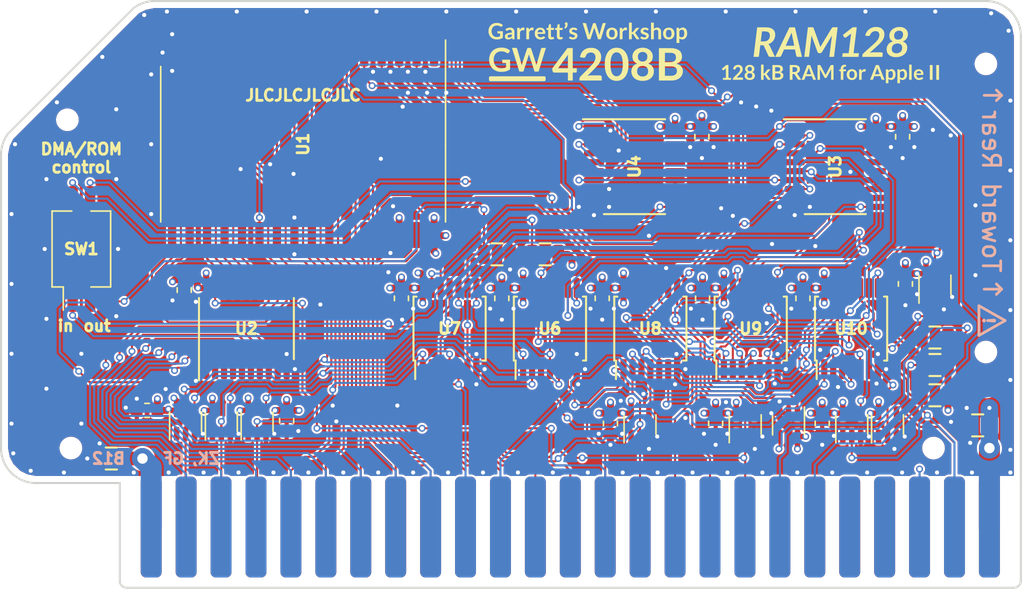
<source format=kicad_pcb>
(kicad_pcb (version 20221018) (generator pcbnew)
  (title_block (title "RAM128 (GW4208B)") (date "2023-10-21") (rev "1.1") (company "Garrett's Workshop"))
  (layers (0 "F.Cu" signal) (1 "In1.Cu" power) (2 "In2.Cu" power) (31 "B.Cu" signal) (34 "B.Paste" user) (35 "F.Paste" user) (36 "B.SilkS" user "B.Silkscreen") (37 "F.SilkS" user "F.Silkscreen") (38 "B.Mask" user) (39 "F.Mask" user) (44 "Edge.Cuts" user))
  (net 0 "")
  (net 1 "+5V")
  (net 2 "GND")
  (net 3 "/A4")
  (net 4 "/D7")
  (net 5 "/D6")
  (net 6 "/A8")
  (net 7 "/A7")
  (net 8 "/A6")
  (net 9 "/A5")
  (net 10 "/A3")
  (net 11 "/A2")
  (net 12 "/A1")
  (net 13 "/A0")
  (net 14 "/A9")
  (net 15 "/D1")
  (net 16 "/D5")
  (net 17 "/D0")
  (net 18 "/D2")
  (net 19 "/D3")
  (net 20 "/D4")
  (net 21 "/A10")
  (net 22 "+12V")
  (net 23 "-12V")
  (net 24 "-5V")
  (net 25 "/~{IOSEL}")
  (net 26 "/A11")
  (net 27 "/A12")
  (net 28 "/A13")
  (net 29 "/A14")
  (net 30 "/A15")
  (net 31 "/~{IOSTRB}")
  (net 32 "/RDY")
  (net 33 "/DMA")
  (net 34 "/~{NMI}")
  (net 35 "/~{IRQ}")
  (net 36 "/~{RES}")
  (net 37 "/~{INH}")
  (net 38 "/COLORREF")
  (net 39 "/7M")
  (net 40 "/Q3")
  (net 41 "/PHI1")
  (net 42 "/USER1")
  (net 43 "/PHI0")
  (net 44 "/~{DEVSEL}")
  (net 45 "/INTin")
  (net 46 "/DMAin")
  (net 47 "/VIDSYNC")
  (net 48 "/R~{CS}")
  (net 49 "/RA15")
  (net 50 "/RA16")
  (net 51 "/RA14")
  (net 52 "/RA12")
  (net 53 "/RD7")
  (net 54 "/RD6")
  (net 55 "/RD5")
  (net 56 "/RD4")
  (net 57 "/RD3")
  (net 58 "/RD2")
  (net 59 "/RD1")
  (net 60 "/RD0")
  (net 61 "/BankAB")
  (net 62 "/ENWR1")
  (net 63 "/ENRD")
  (net 64 "/ENWR")
  (net 65 "/ENWR1A0")
  (net 66 "Net-(U11-Y)")
  (net 67 "/~{A0XOR1}")
  (net 68 "Net-(U10-Pad1)")
  (net 69 "Net-(U10-Pad2)")
  (net 70 "Net-(U10-Pad4)")
  (net 71 "Net-(U10-Pad5)")
  (net 72 "Net-(U10-Pad10)")
  (net 73 "Net-(U10-Pad9)")
  (net 74 "Net-(U10-Pad8)")
  (net 75 "/INHOE")
  (net 76 "Net-(U10-Pad11)")
  (net 85 "/~{A2}clk")
  (net 86 "/A2clk")
  (net 87 "/R~{W}")
  (net 90 "Net-(U19-Y)")
  (net 95 "/DMAout")
  (net 96 "Net-(U8-Pad11)")
  (net 97 "Net-(U9-Pad10)")
  (net 99 "Net-(R2-Pad1)")
  (net 100 "Net-(R4-Pad2)")
  (net 101 "Net-(U6-Pad11)")
  (net 102 "/RCS")
  (net 104 "/~{A1}")
  (net 105 "/~{A0}")
  (net 106 "/~{DMAout}")
  (net 107 "/~{A13}")
  (net 108 "/~{R}W")
  (net 110 "/~{A2}")
  (net 112 "/DDIR")
  (footprint "stdpads:AppleIIBus_Edge" (layer "F.Cu") (at 106.68 135.382)
    (fp_text reference "J1" hide)
    (fp_text value "AppleIIBus")
  )
  (footprint "stdpads:C_0805" (layer "F.Cu") (at 136.31 127.889 180)
    (fp_text reference "C1")
    (fp_text value "10u")
  )
  (footprint "stdpads:Fiducial" (layer "F.Cu") (at 136.906 103.886 -90)
    (fp_text reference "FID3" hide)
    (fp_text value "Fiducial" hide)
  )
  (footprint "stdpads:PasteHole_1.152mm_NPTH" (layer "F.Cu") (at 70.358 129.54)
    (fp_text reference "H1")
    (fp_text value " " hide)
  )
  (footprint "stdpads:PasteHole_1.152mm_NPTH" (layer "F.Cu") (at 136.906 122.555 -90)
    (fp_text reference "H2")
    (fp_text value " " hide)
  )
  (footprint "stdpads:Fiducial" (layer "F.Cu") (at 136.906 124.841)
    (fp_text reference "FID4" hide)
    (fp_text value "Fiducial" hide)
  )
  (footprint "stdpads:C_0603" (layer "F.Cu") (at 109.6 127.75 -90)
    (fp_text reference "C4")
    (fp_text value "2u2")
  )
  (footprint "stdpads:R_0805" (layer "F.Cu") (at 133.2 123.5 180)
    (fp_text reference "R1")
    (fp_text value "3k3")
  )
  (footprint "stdpads:SOT-353" (layer "F.Cu") (at 122.55 127.85 180)
    (fp_text reference "U11")
    (fp_text value "74LVC1G126GW")
  )
  (footprint "stdpads:TSSOP-20_4.4x6.5mm_P0.65mm" (layer "F.Cu") (at 125.95 109.075 -90)
    (fp_text reference "U3")
    (fp_text value "74HCT273PW")
  )
  (footprint "stdpads:SOT-353" (layer "F.Cu") (at 127.15 127.85)
    (fp_text reference "U19")
    (fp_text value "74AHCT1G04GW")
  )
  (footprint "stdpads:SOT-353" (layer "F.Cu") (at 78.7 127.65)
    (fp_text reference "U13")
    (fp_text value "74AHCT1G04GW")
  )
  (footprint "stdpads:C_0603" (layer "F.Cu") (at 117.25 127.75 -90)
    (fp_text reference "C5")
    (fp_text value "2u2")
  )
  (footprint "stdpads:SOT-353" (layer "F.Cu") (at 111.75 127.85)
    (fp_text reference "U15")
    (fp_text value "74AHCT1G04GW")
  )
  (footprint "stdpads:SOT-353" (layer "F.Cu") (at 119.4 127.85)
    (fp_text reference "U16")
    (fp_text value "74AHCT1G04GW")
  )
  (footprint "stdpads:C_0603" (layer "F.Cu") (at 75.9 126.8 180)
    (fp_text reference "C2")
    (fp_text value "2u2")
  )
  (footprint "stdpads:SOT-353" (layer "F.Cu") (at 129.75 127.85)
    (fp_text reference "U20")
    (fp_text value "74AHCT1G04GW")
  )
  (footprint "stdpads:TSSOP-14_4.4x5mm_P0.65mm" (layer "F.Cu") (at 97.9 120.85)
    (fp_text reference "U7")
    (fp_text value "74AHCT32PW")
  )
  (footprint "stdpads:TSSOP-14_4.4x5mm_P0.65mm" (layer "F.Cu") (at 127.1 120.85)
    (fp_text reference "U10")
    (fp_text value "74AHCT32PW")
  )
  (footprint "stdpads:C_0603" (layer "F.Cu") (at 116.3 118.65 -90)
    (fp_text reference "C11")
    (fp_text value "2u2")
  )
  (footprint "stdpads:TSSOP-14_4.4x5mm_P0.65mm" (layer "F.Cu") (at 119.8 120.85)
    (fp_text reference "U9")
    (fp_text value "74AHCT08PW")
  )
  (footprint "stdpads:C_0603" (layer "F.Cu") (at 94.4 118.65 -90)
    (fp_text reference "C8")
    (fp_text value "2u2")
  )
  (footprint "stdpads:TSSOP-14_4.4x5mm_P0.65mm" (layer "F.Cu") (at 112.5 120.85)
    (fp_text reference "U8")
    (fp_text value "74AHCT08PW")
  )
  (footprint "stdpads:C_0603" (layer "F.Cu") (at 101.7 118.65 -90)
    (fp_text reference "C9")
    (fp_text value "2u2")
  )
  (footprint "stdpads:TSSOP-14_4.4x5mm_P0.65mm" (layer "F.Cu") (at 105.2 120.85)
    (fp_text reference "U6")
    (fp_text value "74AHCT08PW")
  )
  (footprint "stdpads:C_0603" (layer "F.Cu") (at 123.6 118.65 -90)
    (fp_text reference "C12")
    (fp_text value "2u2")
  )
  (footprint "stdpads:C_0603" (layer "F.Cu") (at 109 118.65 -90)
    (fp_text reference "C10")
    (fp_text value "2u2")
  )
  (footprint "stdpads:C_0603" (layer "F.Cu") (at 125 127.75 -90)
    (fp_text reference "C6")
    (fp_text value "2u2")
  )
  (footprint "stdpads:SOP-32_450mil" (layer "F.Cu") (at 87.249 107.442 180)
    (fp_text reference "U1")
    (fp_text value "621024")
  )
  (footprint "stdpads:R_0805" (layer "F.Cu") (at 101.35 115.45)
    (fp_text reference "R2")
    (fp_text value "22k")
  )
  (footprint "stdpads:TSSOP-20_4.4x6.5mm_P0.65mm" (layer "F.Cu") (at 111.35 109.075 -90)
    (fp_text reference "U4")
    (fp_text value "74HCT273PW")
  )
  (footprint "stdpads:C_0603" (layer "F.Cu") (at 116.25 106.9 -90)
    (fp_text reference "C13")
    (fp_text value "2u2")
  )
  (footprint "stdpads:C_0603" (layer "F.Cu") (at 130.85 106.9 -90)
    (fp_text reference "C14")
    (fp_text value "2u2")
  )
  (footprint "stdpads:Fiducial" (layer "F.Cu") (at 67.818 129.54)
    (fp_text reference "FID1" hide)
    (fp_text value "Fiducial" hide)
  )
  (footprint "stdpads:Fiducial" (layer "F.Cu") (at 75.438 100.711 90)
    (fp_text reference "FID2" hide)
    (fp_text value "Fiducial" hide)
  )
  (footprint "stdpads:TSSOP-20_4.4x6.5mm_P0.65mm" (layer "F.Cu") (at 83.125 120.85)
    (fp_text reference "U2")
    (fp_text value "74HCT245PW")
  )
  (footprint "stdpads:C_0805" (layer "F.Cu") (at 73.3 130.3 180)
    (fp_text reference "C16")
    (fp_text value "10u")
  )
  (footprint "stdpads:SOT-353" (layer "F.Cu") (at 81.3 127.65)
    (fp_text reference "U14")
    (fp_text value "74AHCT1G04GW")
  )
  (footprint "stdpads:SOT-353" (layer "F.Cu") (at 83.9 127.65)
    (fp_text reference "U12")
    (fp_text value "74AHCT1G04GW")
  )
  (footprint "stdpads:C_0603" (layer "F.Cu") (at 86.05 127.55 -90)
    (fp_text reference "C3")
    (fp_text value "2u2")
  )
  (footprint "stdpads:C_0603" (layer "F.Cu") (at 78.6 118.05 -90)
    (fp_text reference "C7")
    (fp_text value "2u2")
  )
  (footprint "stdpads:PasteHole_1.152mm_NPTH" (layer "F.Cu") (at 133.096 129.54)
    (fp_text reference "H5")
    (fp_text value " " hide)
  )
  (footprint "stdpads:SOT-353" (layer "F.Cu") (at 133.2 117.7)
    (fp_text reference "U17")
    (fp_text value "74AHCT1G04GW")
  )
  (footprint "stdpads:C_0603" (layer "F.Cu") (at 131.05 117.6 -90)
    (fp_text reference "C15")
    (fp_text value "2u2")
  )
  (footprint "stdpads:R_0805" (layer "F.Cu") (at 133.2 125.7 180)
    (fp_text reference "R3")
    (fp_text value "10k")
  )
  (footprint "stdpads:R_0805" (layer "F.Cu") (at 104.85 115.45 180)
    (fp_text reference "R4")
    (fp_text value "22k")
  )
  (footprint "stdpads:PasteHole_1.152mm_NPTH" (layer "F.Cu") (at 136.906 101.6 -90)
    (fp_text reference "H3")
    (fp_text value " " hide)
  )
  (footprint "stdpads:R_0805" (layer "F.Cu") (at 133.2 121.5)
    (fp_text reference "R5")
    (fp_text value "33")
  )
  (footprint "stdpads:PasteHole_1.152mm_NPTH" (layer "F.Cu") (at 70.104 105.664 -90)
    (fp_text reference "H4")
    (fp_text value " " hide)
  )
  (footprint "stdpads:SW_DIP_SPSTx02_Slide_DSHP02TS_P1.27mm" (layer "F.Cu") (at 71.12 115.062)
    (fp_text reference "SW1")
    (fp_text value "DMA/ROM")
  )
  (footprint "LOGO" (layer "F.Cu") (at 107.95 100.9015)
    (fp_text reference "G***" hide)
    (fp_text value "LOGO" hide)
  )
  (footprint "LOGO" (layer "F.Cu") (at 125.603 100.7745)
    (fp_text reference "G***" hide)
    (fp_text value "LOGO" hide)
  )
  (gr_line (start 138.049 103.886) (end 137.668 104.267) (stroke (width 0.2)) (layer "B.SilkS"))
  (gr_line (start 138.049 117.983) (end 137.668 118.364) (stroke (width 0.2)) (layer "B.SilkS"))
  (gr_line (start 136.779 117.983) (end 138.049 117.983) (stroke (width 0.2)) (layer "B.SilkS"))
  (gr_line (start 138.049 103.886) (end 137.668 103.505) (stroke (width 0.2)) (layer "B.SilkS"))
  (gr_line (start 136.779 103.886) (end 138.049 103.886) (stroke (width 0.2)) (layer "B.SilkS"))
  (gr_line (start 138.049 117.983) (end 137.668 117.602) (stroke (width 0.2)) (layer "B.SilkS"))
  (gr_line (start 136.398 119.1895) (end 138.303 120.269) (stroke (width 0.2)) (layer "B.SilkS"))
  (gr_line (start 136.398 121.3485) (end 136.398 119.1895) (stroke (width 0.2)) (layer "B.SilkS"))
  (gr_line (start 138.303 120.269) (end 136.398 121.3485) (stroke (width 0.2)) (layer "B.SilkS"))
  (gr_line (start 138.938 139.7) (end 74.422 139.7) (stroke (width 0.15)) (layer "Edge.Cuts"))
  (gr_arc (start 74.422 139.7) (mid 74.06279 139.55121) (end 73.914 139.192) (stroke (width 0.15)) (layer "Edge.Cuts"))
  (gr_arc (start 139.446 139.192) (mid 139.29721 139.55121) (end 138.938 139.7) (stroke (width 0.15)) (layer "Edge.Cuts"))
  (gr_line (start 73.914 132.08) (end 73.914 139.192) (stroke (width 0.15)) (layer "Edge.Cuts"))
  (gr_line (start 139.446 132.08) (end 139.446 139.192) (stroke (width 0.15)) (layer "Edge.Cuts"))
  (gr_line (start 76.454 97.028) (end 136.906 97.028) (stroke (width 0.15)) (layer "Edge.Cuts"))
  (gr_arc (start 136.906 97.028) (mid 138.702051 97.771949) (end 139.446 99.568) (stroke (width 0.15)) (layer "Edge.Cuts"))
  (gr_line (start 139.446 99.568) (end 139.446 132.08) (stroke (width 0.15)) (layer "Edge.Cuts"))
  (gr_line (start 65.278 108.204) (end 65.278 129.54) (stroke (width 0.15)) (layer "Edge.Cuts"))
  (gr_line (start 67.818 132.08) (end 73.914 132.08) (stroke (width 0.15)) (layer "Edge.Cuts"))
  (gr_arc (start 74.93 97.536) (mid 75.650781 97.158344) (end 76.454 97.028) (stroke (width 0.15)) (layer "Edge.Cuts"))
  (gr_arc (start 67.818 132.08) (mid 66.021949 131.336051) (end 65.278 129.54) (stroke (width 0.15)) (layer "Edge.Cuts"))
  (gr_line (start 65.786001 106.679999) (end 74.93 97.536) (stroke (width 0.15)) (layer "Edge.Cuts"))
  (gr_arc (start 65.278 108.204) (mid 65.408345 107.400781) (end 65.786001 106.679999) (stroke (width 0.15)) (layer "Edge.Cuts"))
  (gr_text "Toward Rear" (at 137.287 110.871 270) (layer "B.SilkS") (effects (font (size 1.27 1.27) (thickness 0.2)) (justify mirror)))
  (gr_text "!" (at 137.0965 120.269 -90) (layer "B.SilkS") (effects (font (size 0.8128 0.8128) (thickness 0.1905)) (justify mirror)))
  (gr_text "ZK, GF" (at 79.121 130.302) (layer "B.SilkS") (effects (font (size 0.8128 0.8128) (thickness 0.2032) bold) (justify mirror)))
  (gr_text "B12" (at 73.0885 130.302) (layer "B.SilkS") (effects (font (size 0.8128 0.8128) (thickness 0.2032) bold) (justify mirror)))
  (gr_text "in" (at 69.977 120.65) (layer "F.SilkS") (effects (font (size 0.8128 0.8128) (thickness 0.2032))))
  (gr_text "out" (at 72.263 120.65) (layer "F.SilkS") (effects (font (size 0.8128 0.8128) (thickness 0.2032))))
  (gr_text "JLCJLCJLCJLC" (at 87.249 103.886) (layer "F.SilkS") (effects (font (size 0.8128 0.8128) (thickness 0.2032))))
  (gr_text "DMA/ROM\ncontrol" (at 71.12 108.458) (layer "F.SilkS") (effects (font (size 0.8182 0.8128) (thickness 0.2032))))
  (segment (start 117.25 127) (end 118.15 127) (width 0.5) (layer "F.Cu") (net 1))
  (segment (start 117.25 127) (end 117.25 126.2) (width 0.5) (layer "F.Cu") (net 1))
  (segment (start 117.25 127) (end 116.4 127) (width 0.5) (layer "F.Cu") (net 1))
  (segment (start 103.25 117.9) (end 102.65 117.9) (width 0.45) (layer "F.Cu") (net 1))
  (segment (start 110.55 117.9) (end 110.55 116.8) (width 0.45) (layer "F.Cu") (net 1))
  (segment (start 110.55 117.9) (end 109.95 117.9) (width 0.45) (layer "F.Cu") (net 1))
  (segment (start 103.25 117.9) (end 103.25 119) (width 0.45) (layer "F.Cu") (net 1))
  (segment (start 110.55 117.9) (end 110.55 119) (width 0.45) (layer "F.Cu") (net 1))
  (segment (start 101.7 117.9) (end 102.65 117.9) (width 0.5) (layer "F.Cu") (net 1))
  (segment (start 101.7 117.9) (end 101.7 117.1) (width 0.5) (layer "F.Cu") (net 1))
  (segment (start 103.25 117.9) (end 103.25 116.8) (width 0.45) (layer "F.Cu") (net 1))
  (segment (start 101.7 117.9) (end 100.85 117.9) (width 0.5) (layer "F.Cu") (net 1))
  (segment (start 109 117.9) (end 108.15 117.9) (width 0.5) (layer "F.Cu") (net 1))
  (segment (start 109 117.9) (end 109 117.1) (width 0.5) (layer "F.Cu") (net 1))
  (segment (start 109 117.9) (end 109.95 117.9) (width 0.5) (layer "F.Cu") (net 1))
  (segment (start 95.95 117.9) (end 95.95 119) (width 0.45) (layer "F.Cu") (net 1))
  (segment (start 94.4 117.9) (end 94.4 117.1) (width 0.5) (layer "F.Cu") (net 1))
  (segment (start 94.4 117.9) (end 93.55 117.9) (width 0.5) (layer "F.Cu") (net 1))
  (segment (start 94.4 117.9) (end 95.35 117.9) (width 0.5) (layer "F.Cu") (net 1))
  (segment (start 117.85 117.9) (end 117.85 116.8) (width 0.45) (layer "F.Cu") (net 1))
  (segment (start 116.3 117.9) (end 116.3 117.1) (width 0.5) (layer "F.Cu") (net 1))
  (segment (start 123.6 117.9) (end 124.55 117.9) (width 0.5) (layer "F.Cu") (net 1))
  (segment (start 116.3 117.9) (end 115.45 117.9) (width 0.5) (layer "F.Cu") (net 1))
  (segment (start 95.95 117.9) (end 95.35 117.9) (width 0.45) (layer "F.Cu") (net 1))
  (segment (start 116.3 117.9) (end 117.25 117.9) (width 0.5) (layer "F.Cu") (net 1))
  (segment (start 117.85 117.9) (end 117.85 119) (width 0.45) (layer "F.Cu") (net 1))
  (segment (start 125.15 117.9) (end 124.55 117.9) (width 0.45) (layer "F.Cu") (net 1))
  (segment (start 125.15 117.9) (end 125.15 116.8) (width 0.45) (layer "F.Cu") (net 1))
  (segment (start 117.85 117.9) (end 117.25 117.9) (width 0.45) (layer "F.Cu") (net 1))
  (segment (start 123.6 117.9) (end 123.6 117.1) (width 0.5) (layer "F.Cu") (net 1))
  (segment (start 123.6 117.9) (end 122.75 117.9) (width 0.5) (layer "F.Cu") (net 1))
  (segment (start 125.15 117.9) (end 125.15 119) (width 0.45) (layer "F.Cu") (net 1))
  (segment (start 97.627 114.077) (end 97.612 114.092) (width 0.5) (layer "F.Cu") (net 1))
  (segment (start 97.612 114.092) (end 96.774 114.092) (width 0.5) (layer "F.Cu") (net 1))
  (segment (start 94.234 114.092) (end 94.234 112.776) (width 0.5) (layer "F.Cu") (net 1))
  (segment (start 96.774 114.092) (end 96.774 112.776) (width 0.5) (layer "F.Cu") (net 1))
  (segment (start 114.3 106.15) (end 115.4 106.15) (width 0.45) (layer "F.Cu") (net 1))
  (segment (start 116.25 106.15) (end 116.25 105.35) (width 0.5) (layer "F.Cu") (net 1))
  (segment (start 114.3 106.15) (end 113.2 106.15) (width 0.45) (layer "F.Cu") (net 1))
  (segment (start 116.25 106.15) (end 115.4 106.15) (width 0.5) (layer "F.Cu") (net 1))
  (segment (start 114.3 106.15) (end 114.3 105.55) (width 0.45) (layer "F.Cu") (net 1))
  (segment (start 116.25 106.15) (end 117.1 106.15) (width 0.5) (layer "F.Cu") (net 1))
  (segment (start 130.85 106.15) (end 131.7 106.15) (width 0.5) (layer "F.Cu") (net 1))
  (segment (start 128.9 106.15) (end 128.9 105.55) (width 0.45) (layer "F.Cu") (net 1))
  (segment (start 130.85 106.15) (end 130 106.15) (width 0.5) (layer "F.Cu") (net 1))
  (segment (start 128.9 106.15) (end 127.8 106.15) (width 0.45) (layer "F.Cu") (net 1))
  (segment (start 130.85 106.15) (end 130.85 105.35) (width 0.5) (layer "F.Cu") (net 1))
  (segment (start 128.9 106.15) (end 130 106.15) (width 0.45) (layer "F.Cu") (net 1))
  (segment (start 80.2 117.9) (end 79.6 117.9) (width 0.45) (layer "F.Cu") (net 1))
  (segment (start 80.2 117.9) (end 80.2 116.8) (width 0.45) (layer "F.Cu") (net 1))
  (segment (start 86.05 126.8) (end 85.2 126.8) (width 0.5) (layer "F.Cu") (net 1))
  (segment (start 86.05 126.8) (end 86.05 126) (width 0.5) (layer "F.Cu") (net 1))
  (segment (start 86.05 126.8) (end 86.95 126.8) (width 0.5) (layer "F.Cu") (net 1))
  (segment (start 83.25 126.8) (end 82.65 126.8) (width 0.4) (layer "F.Cu") (net 1))
  (segment (start 80.65 126.8) (end 80.05 126.8) (width 0.4) (layer "F.Cu") (net 1))
  (segment (start 80.65 126.8) (end 80.65 125.9) (width 0.4) (layer "F.Cu") (net 1))
  (segment (start 78.6 117.3) (end 77.9 117.3) (width 0.5) (layer "F.Cu") (net 1))
  (segment (start 109.6 127) (end 110.5 127) (width 0.5) (layer "F.Cu") (net 1))
  (segment (start 83.25 126.8) (end 83.25 125.9) (width 0.4) (layer "F.Cu") (net 1))
  (segment (start 78.05 126.8) (end 78.05 126.1) (width 0.4) (layer "F.Cu") (net 1))
  (segment (start 131.05 116.85) (end 131.05 116.05) (width 0.5) (layer "F.Cu") (net 1))
  (segment (start 125 127) (end 124.15 127) (width 0.5) (layer "F.Cu") (net 1))
  (segment (start 111.1 127) (end 110.5 127) (width 0.4) (layer "F.Cu") (net 1))
  (segment (start 96.901 115.3795) (end 96.774 115.2525) (width 0.5) (layer "F.Cu") (net 1))
  (segment (start 125 127) (end 125 126.2) (width 0.5) (layer "F.Cu") (net 1))
  (segment (start 137.16 135.382) (end 137.16 129.54) (width 1.524) (layer "F.Cu") (net 1))
  (segment (start 78.05 126.1) (end 77.85 125.9) (width 0.4) (layer "F.Cu") (net 1))
  (segment (start 129.1 127) (end 128.5 127) (width 0.4) (layer "F.Cu") (net 1))
  (segment (start 76.65 126.8) (end 76.65 125.95) (width 0.5) (layer "F.Cu") (net 1))
  (segment (start 118.75 127) (end 118.75 126.2) (width 0.4) (layer "F.Cu") (net 1))
  (segment (start 125 127) (end 125.9 127) (width 0.5) (layer "F.Cu") (net 1))
  (segment (start 109.6 127) (end 109.6 126.2) (width 0.5) (layer "F.Cu") (net 1))
  (segment (start 78.05 126.8) (end 77.55 126.8) (width 0.4) (layer "F.Cu") (net 1))
  (segment (start 95.6 116.8) (end 95.8 116.8) (width 0.45) (layer "F.Cu") (net 1))
  (segment (start 123.2 128.7) (end 123.2 129.6) (width 0.4) (layer "F.Cu") (net 1))
  (segment (start 77.9 117.3) (end 77.75 117.45) (width 0.5) (layer "F.Cu") (net 1))
  (segment (start 132.55 116.85) (end 131.9 116.85) (width 0.4) (layer "F.Cu") (net 1))
  (segment (start 111.1 127) (end 111.1 126.1) (width 0.4) (layer "F.Cu") (net 1))
  (segment (start 137.16 127.889) (end 137.16 126.619) (width 0.762) (layer "F.Cu") (net 1))
  (segment (start 134.15 125.7) (end 134.15 126.8) (width 0.5) (layer "F.Cu") (net 1))
  (segment (start 123.2 128.7) (end 123.8 128.7) (width 0.4) (layer "F.Cu") (net 1))
  (segment (start 77.55 126.8) (end 77.45 126.7) (width 0.4) (layer "F.Cu") (net 1))
  (segment (start 109.6 127) (end 108.75 127) (width 0.5) (layer "F.Cu") (net 1))
  (segment (start 131.05 116.85) (end 131.9 116.85) (width 0.5) (layer "F.Cu") (net 1))
  (segment (start 78.6 117.3) (end 79.35 117.3) (width 0.5) (layer "F.Cu") (net 1))
  (segment (start 95.95 116.95) (end 95.95 117.9) (width 0.45) (layer "F.Cu") (net 1))
  (segment (start 132.55 116.85) (end 132.55 115.95) (width 0.4) (layer "F.Cu") (net 1))
  (segment (start 129.1 127) (end 129.1 126.15) (width 0.4) (layer "F.Cu") (net 1))
  (segment (start 77.35 126.8) (end 77.45 126.7) (width 0.5) (layer "F.Cu") (net 1))
  (segment (start 106.8 116.25) (end 106.8 115.75) (width 0.5) (layer "F.Cu") (net 1))
  (segment (start 137.16 127.889) (end 137.16 129.54) (width 0.762) (layer "F.Cu") (net 1))
  (segment (start 134.15 123.5) (end 134.15 125.7) (width 0.5) (layer "F.Cu") (net 1))
  (segment (start 118.75 127) (end 118.15 127) (width 0.4) (layer "F.Cu") (net 1))
  (segment (start 106.8 115.75) (end 106.5 115.45) (width 0.5) (layer "F.Cu") (net 1))
  (segment (start 79.55 117.55) (end 79.55 117.85) (width 0.5) (layer "F.Cu") (net 1))
  (segment (start 76.65 126.8) (end 77.35 126.8) (width 0.5) (layer "F.Cu") (net 1))
  (segment (start 126.5 127) (end 125.9 127) (width 0.4) (layer "F.Cu") (net 1))
  (segment (start 96.774 115.2525) (end 96.774 114.092) (width 0.5) (layer "F.Cu") (net 1))
  (segment (start 106.5 115.45) (end 105.8 115.45) (width 0.5) (layer "F.Cu") (net 1))
  (segment (start 95.8 116.8) (end 95.95 116.95) (width 0.45) (layer "F.Cu") (net 1))
  (segment (start 126.5 127) (end 126.5 126.2) (width 0.4) (layer "F.Cu") (net 1))
  (segment (start 79.35 117.3) (end 79.5 117.45) (width 0.5) (layer "F.Cu") (net 1))
  (segment (start 79.55 117.85) (end 79.6 117.9) (width 0.5) (layer "F.Cu") (net 1))
  (via (at 116.4 127) (size 0.5) (drill 0.3) (layers "F.Cu" "B.Cu") (net 1))
  (via (at 117.25 126.2) (size 0.5) (drill 0.3) (layers "F.Cu" "B.Cu") (net 1))
  (via (at 109 117.1) (size 0.5) (drill 0.3) (layers "F.Cu" "B.Cu") (net 1))
  (via (at 108.15 117.9) (size 0.5) (drill 0.3) (layers "F.Cu" "B.Cu") (net 1))
  (via (at 109.95 117.9) (size 0.5) (drill 0.3) (layers "F.Cu" "B.Cu") (net 1))
  (via (at 103.25 119) (size 0.5) (drill 0.3) (layers "F.Cu" "B.Cu") (net 1))
  (via (at 103.25 116.8) (size 0.5) (drill 0.3) (layers "F.Cu" "B.Cu") (net 1))
  (via (at 101.7 117.1) (size 0.5) (drill 0.3) (layers "F.Cu" "B.Cu") (net 1))
  (via (at 110.55 119) (size 0.5) (drill 0.3) (layers "F.Cu" "B.Cu") (net 1))
  (via (at 100.85 117.9) (size 0.5) (drill 0.3) (layers "F.Cu" "B.Cu") (net 1))
  (via (at 110.55 116.8) (size 0.5) (drill 0.3) (layers "F.Cu" "B.Cu") (net 1))
  (via (at 102.65 117.9) (size 0.5) (drill 0.3) (layers "F.Cu" "B.Cu") (net 1))
  (via (at 95.95 119) (size 0.5) (drill 0.3) (layers "F.Cu" "B.Cu") (net 1))
  (via (at 94.4 117.1) (size 0.5) (drill 0.3) (layers "F.Cu" "B.Cu") (net 1))
  (via (at 125.15 116.8) (size 0.5) (drill 0.3) (layers "F.Cu" "B.Cu") (net 1))
  (via (at 115.45 117.9) (size 0.5) (drill 0.3) (layers "F.Cu" "B.Cu") (net 1))
  (via (at 123.6 117.1) (size 0.5) (drill 0.3) (layers "F.Cu" "B.Cu") (net 1))
  (via (at 116.3 117.1) (size 0.5) (drill 0.3) (layers "F.Cu" "B.Cu") (net 1))
  (via (at 93.55 117.9) (size 0.5) (drill 0.3) (layers "F.Cu" "B.Cu") (net 1))
  (via (at 95.35 117.9) (size 0.5) (drill 0.3) (layers "F.Cu" "B.Cu") (net 1))
  (via (at 117.85 119) (size 0.5) (drill 0.3) (layers "F.Cu" "B.Cu") (net 1))
  (via (at 117.85 116.8) (size 0.5) (drill 0.3) (layers "F.Cu" "B.Cu") (net 1))
  (via (at 117.25 117.9) (size 0.5) (drill 0.3) (layers "F.Cu" "B.Cu") (net 1))
  (via (at 125.15 119) (size 0.5) (drill 0.3) (layers "F.Cu" "B.Cu") (net 1))
  (via (at 122.75 117.9) (size 0.5) (drill 0.3) (layers "F.Cu" "B.Cu") (net 1))
  (via (at 124.55 117.9) (size 0.5) (drill 0.3) (layers "F.Cu" "B.Cu") (net 1))
  (via (at 97.627 114.077) (size 0.5) (drill 0.3) (layers "F.Cu" "B.Cu") (net 1))
  (via (at 94.234 112.776) (size 0.5) (drill 0.3) (layers "F.Cu" "B.Cu") (net 1))
  (via (at 96.774 112.776) (size 0.5) (drill 0.3) (layers "F.Cu" "B.Cu") (net 1))
  (via (at 115.4 106.15) (size 0.5) (drill 0.3) (layers "F.Cu" "B.Cu") (net 1))
  (via (at 116.25 105.35) (size 0.5) (drill 0.3) (layers "F.Cu" "B.Cu") (net 1))
  (via (at 113.2 106.15) (size 0.5) (drill 0.3) (layers "F.Cu" "B.Cu") (net 1))
  (via (at 117.1 106.15) (size 0.5) (drill 0.3) (layers "F.Cu" "B.Cu") (net 1))
  (via (at 114.3 105.55) (size 0.5) (drill 0.3) (layers "F.Cu" "B.Cu") (net 1))
  (via (at 128.9 105.55) (size 0.5) (drill 0.3) (layers "F.Cu" "B.Cu") (net 1))
  (via (at 131.7 106.15) (size 0.5) (drill 0.3) (layers "F.Cu" "B.Cu") (net 1))
  (via (at 127.8 106.15) (size 0.5) (drill 0.3) (layers "F.Cu" "B.Cu") (net 1))
  (via (at 130.85 105.35) (size 0.5) (drill 0.3) (layers "F.Cu" "B.Cu") (net 1))
  (via (at 130 106.15) (size 0.5) (drill 0.3) (layers "F.Cu" "B.Cu") (net 1))
  (via (at 79.6 117.9) (size 0.5) (drill 0.3) (layers "F.Cu" "B.Cu") (net 1))
  (via (at 80.2 116.8) (size 0.5) (drill 0.3) (layers "F.Cu" "B.Cu") (net 1))
  (via (at 85.2 126.8) (size 0.5) (drill 0.3) (layers "F.Cu" "B.Cu") (net 1))
  (via (at 86.95 126.8) (size 0.5) (drill 0.3) (layers "F.Cu" "B.Cu") (net 1))
  (via (at 86.05 126) (size 0.5) (drill 0.3) (layers "F.Cu" "B.Cu") (net 1))
  (via (at 80.05 126.8) (size 0.5) (drill 0.3) (layers "F.Cu" "B.Cu") (net 1))
  (via (at 80.65 125.9) (size 0.5) (drill 0.3) (layers "F.Cu" "B.Cu") (net 1))
  (via (at 82.65 126.8) (size 0.5) (drill 0.3) (layers "F.Cu" "B.Cu") (net 1))
  (via (at 126.5 126.2) (size 0.5) (drill 0.3) (layers "F.Cu" "B.Cu") (net 1))
  (via (at 76.65 125.95) (size 0.5) (drill 0.3) (layers "F.Cu" "B.Cu") (net 1))
  (via (at 123.8 128.7) (size 0.5) (drill 0.3) (layers "F.Cu" "B.Cu") (net 1))
  (via (at 137.16 126.619) (size 0.6) (drill 0.3) (layers "F.Cu" "B.Cu") (net 1))
  (via (at 83.25 125.9) (size 0.5) (drill 0.3) (layers "F.Cu" "B.Cu") (net 1))
  (via (at 77.75 117.45) (size 0.5) (drill 0.3) (layers "F.Cu" "B.Cu") (net 1))
  (via (at 106.8 116.25) (size 0.5) (drill 0.3) (layers "F.Cu" "B.Cu") (net 1))
  (via (at 95.6 116.8) (size 0.5) (drill 0.3) (layers "F.Cu" "B.Cu") (net 1))
  (via (at 125 126.2) (size 0.5) (drill 0.3) (layers "F.Cu" "B.Cu") (net 1))
  (via (at 108.75 127) (size 0.5) (drill 0.3) (layers "F.Cu" "B.Cu") (net 1))
  (via (at 118.75 126.2) (size 0.5) (drill 0.3) (layers "F.Cu" "B.Cu") (net 1))
  (via (at 111.1 126.1) (size 0.5) (drill 0.3) (layers "F.Cu" "B.Cu") (net 1))
  (via (at 134.15 126.8) (size 0.5) (drill 0.3) (layers "F.Cu" "B.Cu") (net 1))
  (via (at 109.6 126.2) (size 0.5) (drill 0.3) (layers "F.Cu" "B.Cu") (net 1))
  (via (at 124.15 127) (size 0.5) (drill 0.3) (layers "F.Cu" "B.Cu") (net 1))
  (via (at 131.9 116.85) (size 0.5) (drill 0.3) (layers "F.Cu" "B.Cu") (net 1))
  (via (at 123.2 129.6) (size 0.5) (drill 0.3) (layers "F.Cu" "B.Cu") (net 1))
  (via (at 128.5 127) (size 0.5) (drill 0.3) (layers "F.Cu" "B.Cu") (net 1))
  (via (at 96.901 115.3795) (size 0.5) (drill 0.3) (layers "F.Cu" "B.Cu") (net 1))
  (via (at 129.1 126.15) (size 0.5) (drill 0.3) (layers "F.Cu" "B.Cu") (net 1))
  (via (at 110.5 127) (size 0.5) (drill 0.3) (layers "F.Cu" "B.Cu") (net 1))
  (via (at 131.05 116.05) (size 0.5) (drill 0.3) (layers "F.Cu" "B.Cu") (net 1))
  (via (at 118.15 127) (size 0.5) (drill 0.3) (layers "F.Cu" "B.Cu") (net 1))
  (via (at 132.55 115.95) (size 0.5) (drill 0.3) (layers "F.Cu" "B.Cu") (net 1))
  (via (at 137.16 129.54) (size 1.524) (drill 0.762) (layers "F.Cu" "B.Cu") (net 1))
  (via (at 77.45 126.7) (size 0.5) (drill 0.3) (layers "F.Cu" "B.Cu") (net 1))
  (via (at 125.9 127) (size 0.5) (drill 0.3) (layers "F.Cu" "B.Cu") (net 1))
  (via (at 77.85 125.9) (size 0.5) (drill 0.3) (layers "F.Cu" "B.Cu") (net 1))
  (segment (start 137.16 129.54) (end 137.16 126.619) (width 1.27) (layer "B.Cu") (net 1))
  (segment (start 123 112) (end 121.9 112) (width 0.45) (layer "F.Cu") (net 2))
  (segment (start 123 112) (end 123 112.6) (width 0.45) (layer "F.Cu") (net 2))
  (segment (start 123 112) (end 124.1 112) (width 0.45) (layer "F.Cu") (net 2))
  (segment (start 117.25 128.5) (end 118.1 128.5) (width 0.5) (layer "F.Cu") (net 2))
  (segment (start 117.25 128.5) (end 116.4 128.5) (width 0.5) (layer "F.Cu") (net 2))
  (segment (start 117.25 128.5) (end 117.25 129.3) (width 0.5) (layer "F.Cu") (net 2))
  (segment (start 75.15 126.8) (end 75.15 125.95) (width 0.5) (layer "F.Cu") (net 2))
  (segment (start 107.15 123.8) (end 107.15 122.7) (width 0.45) (layer "F.Cu") (net 2))
  (segment (start 107.15 123.8) (end 107.75 123.8) (width 0.45) (layer "F.Cu") (net 2))
  (segment (start 99.85 123.8) (end 100.45 123.8) (width 0.45) (layer "F.Cu") (net 2))
  (segment (start 94.4 119.4) (end 95.25 119.4) (width 0.5) (layer "F.Cu") (net 2))
  (segment (start 99.85 123.8) (end 99.85 122.7) (width 0.45) (layer "F.Cu") (net 2))
  (segment (start 99.85 123.8) (end 99.85 124.9) (width 0.45) (layer "F.Cu") (net 2))
  (segment (start 116.3 119.4) (end 115.45 119.4) (width 0.5) (layer "F.Cu") (net 2))
  (segment (start 129.05 123.8) (end 129.05 122.7) (width 0.45) (layer "F.Cu") (net 2))
  (segment (start 123.6 119.4) (end 124.45 119.4) (width 0.5) (layer "F.Cu") (net 2))
  (segment (start 129.05 123.8) (end 129.65 123.8) (width 0.45) (layer "F.Cu") (net 2))
  (segment (start 123.6 119.4) (end 122.75 119.4) (width 0.5) (layer "F.Cu") (net 2))
  (segment (start 116.3 119.4) (end 116.3 120.2) (width 0.5) (layer "F.Cu") (net 2))
  (segment (start 121.75 123.8) (end 122.35 123.8) (width 0.45) (layer "F.Cu") (net 2))
  (segment (start 116.3 119.4) (end 117.15 119.4) (width 0.5) (layer "F.Cu") (net 2))
  (segment (start 121.75 123.8) (end 121.75 122.7) (width 0.45) (layer "F.Cu") (net 2))
  (segment (start 109 119.4) (end 108.15 119.4) (width 0.5) (layer "F.Cu") (net 2))
  (segment (start 109 119.4) (end 109 120.2) (width 0.5) (layer "F.Cu") (net 2))
  (segment (start 109 119.4) (end 109.85 119.4) (width 0.5) (layer "F.Cu") (net 2))
  (segment (start 101.7 119.4) (end 101.7 120.2) (width 0.5) (layer "F.Cu") (net 2))
  (segment (start 101.7 119.4) (end 102.55 119.4) (width 0.5) (layer "F.Cu") (net 2))
  (segment (start 101.7 119.4) (end 100.85 119.4) (width 0.5) (layer "F.Cu") (net 2))
  (segment (start 77.724 100.792) (end 77.724 102.108) (width 0.5) (layer "F.Cu") (net 2))
  (segment (start 77.724 100.792) (end 77.043 100.792) (width 0.5) (layer "F.Cu") (net 2))
  (segment (start 77.043 100.792) (end 77.0255 100.7745) (width 0.5) (layer "F.Cu") (net 2))
  (segment (start 77.724 100.792) (end 77.724 99.441) (width 0.5) (layer "F.Cu") (net 2))
  (segment (start 86.614 114.092) (end 86.614 112.776) (width 0.5) (layer "F.Cu") (net 2))
  (segment (start 86.614 114.092) (end 86.614 115.443) (width 0.5) (layer "F.Cu") (net 2))
  (segment (start 108.4 112) (end 109.5 112) (width 0.45) (layer "F.Cu") (net 2))
  (segment (start 108.4 112) (end 107.3 112) (width 0.45) (layer "F.Cu") (net 2))
  (segment (start 108.4 112) (end 108.4 112.6) (width 0.45) (layer "F.Cu") (net 2))
  (segment (start 116.25 107.65) (end 116.25 108.45) (width 0.5) (layer "F.Cu") (net 2))
  (segment (start 116.25 107.65) (end 117.1 107.65) (width 0.5) (layer "F.Cu") (net 2))
  (segment (start 116.25 107.65) (end 115.4 107.65) (width 0.5) (layer "F.Cu") (net 2))
  (segment (start 130.85 107.65) (end 130 107.65) (width 0.5) (layer "F.Cu") (net 2))
  (segment (start 130.85 107.65) (end 131.7 107.65) (width 0.5) (layer "F.Cu") (net 2))
  (segment (start 130.85 107.65) (end 130.85 108.45) (width 0.5) (layer "F.Cu") (net 2))
  (segment (start 86.05 123.8) (end 86.05 122.7) (width 0.45) (layer "F.Cu") (net 2))
  (segment (start 86.05 123.8) (end 86.65 123.8) (width 0.45) (layer "F.Cu") (net 2))
  (segment (start 85.35 128.3) (end 85.15 128.5) (width 0.5) (layer "F.Cu") (net 2))
  (segment (start 86.05 128.3) (end 85.35 128.3) (width 0.5) (layer "F.Cu") (net 2))
  (segment (start 86.05 128.3) (end 86.9 128.3) (width 0.5) (layer "F.Cu") (net 2))
  (segment (start 81.95 128.5) (end 82.55 128.5) (width 0.4) (layer "F.Cu") (net 2))
  (segment (start 84.55 128.5) (end 85.15 128.5) (width 0.4) (layer "F.Cu") (net 2))
  (segment (start 109.6 128.5) (end 108.75 128.5) (width 0.5) (layer "F.Cu") (net 2))
  (segment (start 107.15 123.8) (end 107.15 124.8) (width 0.45) (layer "F.Cu") (net 2))
  (segment (start 107.15 124.8) (end 107.25 124.9) (width 0.45) (layer "F.Cu") (net 2))
  (segment (start 121.75 124.65) (end 121.75 123.8) (width 0.45) (layer "F.Cu") (net 2))
  (segment (start 130.25 129.6) (end 130.4 129.45) (width 0.4) (layer "F.Cu") (net 2))
  (segment (start 79.35 128.5) (end 79.95 128.5) (width 0.4) (layer "F.Cu") (net 2))
  (segment (start 120.05 128.7) (end 120.05 129.55) (width 0.4) (layer "F.Cu") (net 2))
  (segment (start 135.46 126.668) (end 135.509 126.619) (width 0.762) (layer "F.Cu") (net 2))
  (segment (start 78.6 118.8) (end 79.35 118.8) (width 0.5) (layer "F.Cu") (net 2))
  (segment (start 78.6 118.8) (end 77.75 118.8) (width 0.5) (layer "F.Cu") (net 2))
  (segment (start 114.45 122.75) (end 114.4 122.7) (width 0.45) (layer "F.Cu") (net 2))
  (segment (start 94.4 120.15) (end 94.45 120.2) (width 0.5) (layer "F.Cu") (net 2))
  (segment (start 108.4 110.7) (end 109.5 110.7) (width 0.45) (layer "F.Cu") (net 2))
  (segment (start 129.05 124.75) (end 129.05 123.8) (width 0.45) (layer "F.Cu") (net 2))
  (segment (start 133.85 118.55) (end 133.85 119.45) (width 0.4) (layer "F.Cu") (net 2))
  (segment (start 72.45 130.3) (end 71.55 130.3) (width 0.5) (layer "F.Cu") (net 2))
  (segment (start 109.6 128.5) (end 109.6 129.3) (width 0.5) (layer "F.Cu") (net 2))
  (segment (start 127.8 128.7) (end 128.4 128.7) (width 0.4) (layer "F.Cu") (net 2))
  (segment (start 74.35 126.8) (end 75.15 126.8) (width 0.5) (layer "F.Cu") (net 2))
  (segment (start 131.05 118.35) (end 131.05 119.15) (width 0.5) (layer "F.Cu") (net 2))
  (segment (start 74.35 126.6) (end 74.35 126.8) (width 0.5) (layer "F.Cu") (net 2))
  (segment (start 125 128.5) (end 124.375 128.5) (width 0.4) (layer "F.Cu") (net 2))
  (segment (start 125 128.5) (end 125 129.3) (width 0.5) (layer "F.Cu") (net 2))
  (segment (start 135.763 129.159) (end 135.46 128.856) (width 0.762) (layer "F.Cu") (net 2))
  (segment (start 125.7 128.5) (end 125.85 128.65) (width 0.5) (layer "F.Cu") (net 2))
  (segment (start 135.46 128.856) (end 135.46 127.889) (width 0.762) (layer "F.Cu") (net 2))
  (segment (start 121.9 127) (end 121.9 126.15) (width 0.4) (layer "F.Cu") (net 2))
  (segment (start 125 128.5) (end 125.7 128.5) (width 0.5) (layer "F.Cu") (net 2))
  (segment (start 114.45 124.75) (end 114.3 124.9) (width 0.45) (layer "F.Cu") (net 2))
  (segment (start 114.45 123.8) (end 114.45 122.75) (width 0.45) (layer "F.Cu") (net 2))
  (segment (start 130.4 128.7) (end 131 128.7) (width 0.4) (layer "F.Cu") (net 2))
  (segment (start 72.45 130.3) (end 72.45 129.2) (width 0.5) (layer "F.Cu") (net 2))
  (segment (start 120.05 129.55) (end 120.1 129.6) (width 0.4) (layer "F.Cu") (net 2))
  (segment (start 128.95 124.85) (end 129.05 124.75) (width 0.45) (layer "F.Cu") (net 2))
  (segment (start 114.45 123.8) (end 114.45 124.75) (width 0.45) (layer "F.Cu") (net 2))
  (segment (start 121.55 124.85) (end 121.75 124.65) (width 0.45) (layer "F.Cu") (net 2))
  (segment (start 135.46 127.889) (end 135.46 126.668) (width 0.762) (layer "F.Cu") (net 2))
  (segment (start 102.3 115.45) (end 102.3 116.55) (width 0.5) (layer "F.Cu") (net 2))
  (segment (start 120.05 128.7) (end 120.65 128.7) (width 0.4) (layer "F.Cu") (net 2))
  (segment (start 131.05 118.35) (end 131.9 118.35) (width 0.5) (layer "F.Cu") (net 2))
  (segment (start 112.4 128.7) (end 113 128.7) (width 0.4) (layer "F.Cu") (net 2))
  (segment (start 79.35 118.8) (end 79.45 118.9) (width 0.5) (layer "F.Cu") (net 2))
  (segment (start 121.9 127) (end 121.3 127) (width 0.4) (layer "F.Cu") (net 2))
  (segment (start 130.4 129.45) (end 130.4 128.7) (width 0.4) (layer "F.Cu") (net 2))
  (segment (start 134.62 127.889) (end 134.366 127.635) (width 0.762) (layer "F.Cu") (net 2))
  (segment (start 112.4 128.7) (end 112.4 129.6) (width 0.4) (layer "F.Cu") (net 2))
  (segment (start 133.85 118.55) (end 134.45 118.55) (width 0.4) (layer "F.Cu") (net 2))
  (segment (start 115.05 123.8) (end 114.45 123.8) (width 0.45) (layer "F.Cu") (net 2))
  (segment (start 109.6 128.5) (end 110.45 128.5) (width 0.5) (layer "F.Cu") (net 2))
  (segment (start 135.46 127.889) (end 134.62 127.889) (width 0.762) (layer "F.Cu") (net 2))
  (segment (start 94.4 119.4) (end 94.4 120.15) (width 0.5) (layer "F.Cu") (net 2))
  (via (at 87.63 131.318) (size 0.5) (drill 0.3) (layers "F.Cu" "B.Cu") (net 2))
  (via (at 97.79 131.318) (size 0.5) (drill 0.3) (layers "F.Cu" "B.Cu") (net 2))
  (via (at 107.95 131.318) (size 0.5) (drill 0.3) (layers "F.Cu" "B.Cu") (net 2))
  (via (at 105.41 131.318) (size 0.5) (drill 0.3) (layers "F.Cu" "B.Cu") (net 2))
  (via (at 110.49 131.318) (size 0.5) (drill 0.3) (layers "F.Cu" "B.Cu") (net 2))
  (via (at 113.03 131.318) (size 0.5) (drill 0.3) (layers "F.Cu" "B.Cu") (net 2))
  (via (at 115.57 131.318) (size 0.5) (drill 0.3) (layers "F.Cu" "B.Cu") (net 2))
  (via (at 118.11 131.318) (size 0.5) (drill 0.3) (layers "F.Cu" "B.Cu") (net 2))
  (via (at 100.33 131.318) (size 0.5) (drill 0.3) (layers "F.Cu" "B.Cu") (net 2))
  (via (at 95.25 131.318) (size 0.5) (drill 0.3) (layers "F.Cu" "B.Cu") (net 2))
  (via (at 92.71 131.318) (size 0.5) (drill 0.3) (layers "F.Cu" "B.Cu") (net 2))
  (via (at 90.17 131.318) (size 0.5) (drill 0.3) (layers "F.Cu" "B.Cu") (net 2))
  (via (at 80.01 131.318) (size 0.5) (drill 0.3) (layers "F.Cu" "B.Cu") (net 2))
  (via (at 82.55 131.318) (size 0.5) (drill 0.3) (layers "F.Cu" "B.Cu") (net 2))
  (via (at 102.87 131.318) (size 0.5) (drill 0.3) (layers "F.Cu" "B.Cu") (net 2))
  (via (at 123.19 131.318) (size 0.5) (drill 0.3) (layers "F.Cu" "B.Cu") (net 2))
  (via (at 135.89 131.318) (size 0.5) (drill 0.3) (layers "F.Cu" "B.Cu") (net 2))
  (via (at 133.35 131.318) (size 0.5) (drill 0.3) (layers "F.Cu" "B.Cu") (net 2))
  (via (at 130.81 131.318) (size 0.5) (drill 0.3) (layers "F.Cu" "B.Cu") (net 2))
  (via (at 128.27 131.318) (size 0.5) (drill 0.3) (layers "F.Cu" "B.Cu") (net 2))
  (via (at 125.73 131.318) (size 0.5) (drill 0.3) (layers "F.Cu" "B.Cu") (net 2))
  (via (at 120.65 131.318) (size 0.5) (drill 0.3) (layers "F.Cu" "B.Cu") (net 2))
  (via (at 138.684 131.318) (size 0.5) (drill 0.3) (layers "F.Cu" "B.Cu") (net 2))
  (via (at 133.223 97.79) (size 0.5) (drill 0.3) (layers "F.Cu" "B.Cu") (net 2))
  (via (at 123.063 97.79) (size 0.5) (drill 0.3) (layers "F.Cu" "B.Cu") (net 2))
  (via (at 128.143 97.79) (size 0.5) (drill 0.3) (layers "F.Cu" "B.Cu") (net 2))
  (via (at 97.663 97.79) (size 0.5) (drill 0.3) (layers "F.Cu" "B.Cu") (net 2))
  (via (at 102.743 97.79) (size 0.5) (drill 0.3) (layers "F.Cu" "B.Cu") (net 2))
  (via (at 107.823 97.79) (size 0.5) (drill 0.3) (layers "F.Cu" "B.Cu") (net 2))
  (via (at 87.503 97.79) (size 0.5) (drill 0.3) (layers "F.Cu" "B.Cu") (net 2))
  (via (at 92.583 97.79) (size 0.5) (drill 0.3) (layers "F.Cu" "B.Cu") (net 2))
  (via (at 117.983 97.79) (size 0.5) (drill 0.3) (layers "F.Cu" "B.Cu") (net 2))
  (via (at 138.557 99.187) (size 0.5) (drill 0.3) (layers "F.Cu" "B.Cu") (net 2))
  (via (at 112.903 97.79) (size 0.5) (drill 0.3) (layers "F.Cu" "B.Cu") (net 2))
  (via (at 75.692 98.044) (size 0.5) (drill 0.3) (layers "F.Cu" "B.Cu") (net 2))
  (via (at 77.47 131.318) (size 0.5) (drill 0.3) (layers "F.Cu" "B.Cu") (net 2))
  (via (at 67.437 131.191) (size 0.5) (drill 0.3) (layers "F.Cu" "B.Cu") (net 2))
  (via (at 66.04 122.682) (size 0.5) (drill 0.3) (layers "F.Cu" "B.Cu") (net 2))
  (via (at 74.93 131.318) (size 0.5) (drill 0.3) (layers "F.Cu" "B.Cu") (net 2))
  (via (at 82.423 97.79) (size 0.5) (drill 0.3) (layers "F.Cu" "B.Cu") (net 2))
  (via (at 69.342 104.394) (size 0.5) (drill 0.3) (layers "F.Cu" "B.Cu") (net 2))
  (via (at 72.644 101.092) (size 0.5) (drill 0.3) (layers "F.Cu" "B.Cu") (net 2))
  (via (at 85.09 131.318) (size 0.5) (drill 0.3) (layers "F.Cu" "B.Cu") (net 2))
  (via (at 137.287 97.917) (size 0.5) (drill 0.3) (layers "F.Cu" "B.Cu") (net 2))
  (via (at 66.294 107.442) (size 0.5) (drill 0.3) (layers "F.Cu" "B.Cu") (net 2))
  (via (at 121.9 112) (size 0.5) (drill 0.3) (layers "F.Cu" "B.Cu") (net 2))
  (via (at 123 112.6) (size 0.5) (drill 0.3) (layers "F.Cu" "B.Cu") (net 2))
  (via (at 124.1 112) (size 0.5) (drill 0.3) (layers "F.Cu" "B.Cu") (net 2))
  (via (at 118.1 128.5) (size 0.5) (drill 0.3) (layers "F.Cu" "B.Cu") (net 2))
  (via (at 116.4 128.5) (size 0.5) (drill 0.3) (layers "F.Cu" "B.Cu") (net 2))
  (via (at 117.25 129.3) (size 0.5) (drill 0.3) (layers "F.Cu" "B.Cu") (net 2))
  (via (at 75.15 125.95) (size 0.5) (drill 0.3) (layers "F.Cu" "B.Cu") (net 2))
  (via (at 100.85 119.4) (size 0.5) (drill 0.3) (layers "F.Cu" "B.Cu") (net 2))
  (via (at 107.25 124.9) (size 0.5) (drill 0.3) (layers "F.Cu" "B.Cu") (net 2))
  (via (at 107.75 123.8) (size 0.5) (drill 0.3) (layers "F.Cu" "B.Cu") (net 2))
  (via (at 107.15 122.7) (size 0.5) (drill 0.3) (layers "F.Cu" "B.Cu") (net 2))
  (via (at 94.45 120.2) (size 0.5) (drill 0.3) (layers "F.Cu" "B.Cu") (net 2))
  (via (at 99.85 124.9) (size 0.5) (drill 0.3) (layers "F.Cu" "B.Cu") (net 2))
  (via (at 100.45 123.8) (size 0.5) (drill 0.3) (layers "F.Cu" "B.Cu") (net 2))
  (via (at 95.25 119.4) (size 0.5) (drill 0.3) (layers "F.Cu" "B.Cu") (net 2))
  (via (at 99.85 122.7) (size 0.5) (drill 0.3) (layers "F.Cu" "B.Cu") (net 2))
  (via (at 115.45 119.4) (size 0.5) (drill 0.3) (layers "F.Cu" "B.Cu") (net 2))
  (via (at 129.65 123.8) (size 0.5) (drill 0.3) (layers "F.Cu" "B.Cu") (net 2))
  (via (at 122.75 119.4) (size 0.5) (drill 0.3) (layers "F.Cu" "B.Cu") (net 2))
  (via (at 129.05 122.7) (size 0.5) (drill 0.3) (layers "F.Cu" "B.Cu") (net 2))
  (via (at 124.45 119.4) (size 0.5) (drill 0.3) (layers "F.Cu" "B.Cu") (net 2))
  (via (at 116.3 120.2) (size 0.5) (drill 0.3) (layers "F.Cu" "B.Cu") (net 2))
  (via (at 122.35 123.8) (size 0.5) (drill 0.3) (layers "F.Cu" "B.Cu") (net 2))
  (via (at 117.15 119.4) (size 0.5) (drill 0.3) (layers "F.Cu" "B.Cu") (net 2))
  (via (at 121.75 122.7) (size 0.5) (drill 0.3) (layers "F.Cu" "B.Cu") (net 2))
  (via (at 108.15 119.4) (size 0.5) (drill 0.3) (layers "F.Cu" "B.Cu") (net 2))
  (via (at 109 120.2) (size 0.5) (drill 0.3) (layers "F.Cu" "B.Cu") (net 2))
  (via (at 109.85 119.4) (size 0.5) (drill 0.3) (layers "F.Cu" "B.Cu") (net 2))
  (via (at 101.7 120.2) (size 0.5) (drill 0.3) (layers "F.Cu" "B.Cu") (net 2))
  (via (at 102.55 119.4) (size 0.5) (drill 0.3) (layers "F.Cu" "B.Cu") (net 2))
  (via (at 110.35 126.1) (size 0.5) (drill 0.3) (layers "F.Cu" "B.Cu") (net 2))
  (via (at 77.724 102.108) (size 0.5) (drill 0.3) (layers "F.Cu" "B.Cu") (net 2))
  (via (at 77.0255 100.7745) (size 0.5) (drill 0.3) (layers "F.Cu" "B.Cu") (net 2))
  (via (at 77.724 99.441) (size 0.5) (drill 0.3) (layers "F.Cu" "B.Cu") (net 2))
  (via (at 86.614 112.776) (size 0.5) (drill 0.3) (layers "F.Cu" "B.Cu") (net 2))
  (via (at 86.614 115.443) (size 0.5) (drill 0.3) (layers "F.Cu" "B.Cu") (net 2))
  (via (at 112 125.6) (size 0.5) (drill 0.3) (layers "F.Cu" "B.Cu") (net 2))
  (via (at 115.05 127.35) (size 0.5) (drill 0.3) (layers "F.Cu" "B.Cu") (net 2))
  (via (at 118 126.2) (size 0.5) (drill 0.3) (layers "F.Cu" "B.Cu") (net 2))
  (via (at 126.15 125.1) (size 0.5) (drill 0.3) (layers "F.Cu" "B.Cu") (net 2))
  (via (at 77.343 97.79) (size 0.5) (drill 0.3) (layers "F.Cu" "B.Cu") (net 2))
  (via (at 69.85 131.318) (size 0.5) (drill 0.3) (layers "F.Cu" "B.Cu") (net 2))
  (via (at 109.6 106.45) (size 0.5) (drill 0.3) (layers "F.Cu" "B.Cu") (net 2))
  (via (at 115.4 107.65) (size 0.5) (drill 0.3) (layers "F.Cu" "B.Cu") (net 2))
  (via (at 109.5 112) (size 0.5) (drill 0.3) (layers "F.Cu" "B.Cu") (net 2))
  (via (at 117.1 107.65) (size 0.5) (drill 0.3) (layers "F.Cu" "B.Cu") (net 2))
  (via (at 107.3 112) (size 0.5) (drill 0.3) (layers "F.Cu" "B.Cu") (net 2))
  (via (at 108.4 112.6) (size 0.5) (drill 0.3) (layers "F.Cu" "B.Cu") (net 2))
  (via (at 116.25 108.45) (size 0.5) (drill 0.3) (layers "F.Cu" "B.Cu") (net 2))
  (via (at 130.85 108.45) (size 0.5) (drill 0.3) (layers "F.Cu" "B.Cu") (net 2))
  (via (at 131.7 107.65) (size 0.5) (drill 0.3) (layers "F.Cu" "B.Cu") (net 2))
  (via (at 130 107.65) (size 0.5) (drill 0.3) (layers "F.Cu" "B.Cu") (net 2))
  (via (at 86.05 122.7) (size 0.5) (drill 0.3) (layers "F.Cu" "B.Cu") (net 2))
  (via (at 86.65 123.8) (size 0.5) (drill 0.3) (layers "F.Cu" "B.Cu") (net 2))
  (via (at 86.9 128.3) (size 0.5) (drill 0.3) (layers "F.Cu" "B.Cu") (net 2))
  (via (at 82.55 128.5) (size 0.5) (drill 0.3) (layers "F.Cu" "B.Cu") (net 2))
  (via (at 79.95 128.5) (size 0.5) (drill 0.3) (layers "F.Cu" "B.Cu") (net 2))
  (via (at 85.15 128.5) (size 0.5) (drill 0.3) (layers "F.Cu" "B.Cu") (net 2))
  (via (at 127.05 109.45) (size 0.5) (drill 0.3) (layers "F.Cu" "B.Cu") (net 2))
  (via (at 76.2 107.442) (size 0.5) (drill 0.3) (layers "F.Cu" "B.Cu") (net 2))
  (via (at 88.5 119.1) (size 0.5) (drill 0.3) (layers "F.Cu" "B.Cu") (net 2))
  (via (at 82.7 109.25) (size 0.5) (drill 0.3) (layers "F.Cu" "B.Cu") (net 2))
  (via (at 84.85 108.9) (size 0.5) (drill 0.3) (layers "F.Cu" "B.Cu") (net 2))
  (via (at 86.55 109.6) (size 0.5) (drill 0.3) (layers "F.Cu" "B.Cu") (net 2))
  (via (at 92.9 108.5) (size 0.5) (drill 0.3) (layers "F.Cu" "B.Cu") (net 2))
  (via (at 124.5 114.85) (size 0.5) (drill 0.3) (layers "F.Cu" "B.Cu") (net 2))
  (via (at 121.35 114.7) (size 0.5) (drill 0.3) (layers "F.Cu" "B.Cu") (net 2))
  (via (at 112.4 114.1) (size 0.5) (drill 0.3) (layers "F.Cu" "B.Cu") (net 2))
  (via (at 124.85 122.4) (size 0.5) (drill 0.3) (layers "F.Cu" "B.Cu") (net 2))
  (via (at 120.2 104.7) (size 0.5) (drill 0.3) (layers "F.Cu" "B.Cu") (net 2))
  (via (at 119.1 104.4) (size 0.5) (drill 0.3) (layers "F.Cu" "B.Cu") (net 2))
  (via (at 121.3 105) (size 0.5) (drill 0.3) (layers "F.Cu" "B.Cu") (net 2))
  (via (at 110.2 107.9) (size 0.5) (drill 0.3) (layers "F.Cu" "B.Cu") (net 2))
  (via (at 66.167 129.921) (size 0.5) (drill 0.3) (layers "F.Cu" "B.Cu") (net 2))
  (via (at 66.04 117.602) (size 0.5) (drill 0.3) (layers "F.Cu" "B.Cu") (net 2))
  (via (at 66.04 112.522) (size 0.5) (drill 0.3) (layers "F.Cu" "B.Cu") (net 2))
  (via (at 66.04 127.762) (size 0.5) (drill 0.3) (layers "F.Cu" "B.Cu") (net 2))
  (via (at 138.684 104.267) (size 0.5) (drill 0.3) (layers "F.Cu" "B.Cu") (net 2))
  (via (at 138.684 109.347) (size 0.5) (drill 0.3) (layers "F.Cu" "B.Cu") (net 2))
  (via (at 138.684 114.427) (size 0.5) (drill 0.3) (layers "F.Cu" "B.Cu") (net 2))
  (via (at 138.684 119.507) (size 0.5) (drill 0.3) (layers "F.Cu" "B.Cu") (net 2))
  (via (at 138.684 124.587) (size 0.5) (drill 0.3) (layers "F.Cu" "B.Cu") (net 2))
  (via (at 138.684 129.667) (size 0.5) (drill 0.3) (layers "F.Cu" "B.Cu") (net 2))
  (via (at 68.58 125.222) (size 0.5) (drill 0.3) (layers "F.Cu" "B.Cu") (net 2))
  (via (at 68.453 115.062) (size 0.5) (drill 0.3) (layers "F.Cu" "B.Cu") (net 2))
  (via (at 68.58 109.982) (size 0.5) (drill 0.3) (layers "F.Cu" "B.Cu") (net 2))
  (via (at 68.58 120.142) (size 0.5) (drill 0.3) (layers "F.Cu" "B.Cu") (net 2))
  (via (at 71.12 122.682) (size 0.5) (drill 0.3) (layers "F.Cu" "B.Cu") (net 2))
  (via (at 71.12 127.762) (size 0.5) (drill 0.3) (layers "F.Cu" "B.Cu") (net 2))
  (via (at 73.66 119.95) (size 0.5) (drill 0.3) (layers "F.Cu" "B.Cu") (net 2))
  (via (at 73.66 109.982) (size 0.5) (drill 0.3) (layers "F.Cu" "B.Cu") (net 2))
  (via (at 73.787 115.062) (size 0.5) (drill 0.3) (layers "F.Cu" "B.Cu") (net 2))
  (via (at 76.2 112.522) (size 0.5) (drill 0.3) (layers "F.Cu" "B.Cu") (net 2))
  (via (at 73.66 104.902) (size 0.5) (drill 0.3) (layers "F.Cu" "B.Cu") (net 2))
  (via (at 76.2 102.362) (size 0.5) (drill 0.3) (layers "F.Cu" "B.Cu") (net 2))
  (via (at 133.05 106.4) (size 0.5) (drill 0.3) (layers "F.Cu" "B.Cu") (net 2))
  (via (at 134.35 106.8) (size 0.5) (drill 0.3) (layers "F.Cu" "B.Cu") (net 2))
  (via (at 118.5 112.65) (size 0.5) (drill 0.3) (layers "F.Cu" "B.Cu") (net 2))
  (via (at 117.65 112.1) (size 0.5) (drill 0.3) (layers "F.Cu" "B.Cu") (net 2))
  (via (at 136.144 111.887) (size 0.5) (drill 0.3) (layers "F.Cu" "B.Cu") (net 2))
  (via (at 136.144 116.967) (size 0.5) (drill 0.3) (layers "F.Cu" "B.Cu") (net 2))
  (via (at 94.1 126.45) (size 0.5) (drill 0.3) (layers "F.Cu" "B.Cu") (net 2))
  (via (at 89.662 127.6) (size 0.5) (drill 0.3) (layers "F.Cu" "B.Cu") (net 2))
  (via (at 89.4 126.45) (size 0.5) (drill 0.3) (layers "F.Cu" "B.Cu") (net 2))
  (via (at 77.25 125.25) (size 0.5) (drill 0.3) (layers "F.Cu" "B.Cu") (net 2))
  (via (at 77.75 118.8) (size 0.5) (drill 0.3) (layers "F.Cu" "B.Cu") (net 2))
  (via (at 94.869 102.1715) (size 0.5) (drill 0.3) (layers "F.Cu" "B.Cu") (net 2))
  (via (at 114.3 124.9) (size 0.5) (drill 0.3) (layers "F.Cu" "B.Cu") (net 2))
  (via (at 96.266 103.6955) (size 0.5) (drill 0.3) (layers "F.Cu" "B.Cu") (net 2))
  (via (at 121.3 127) (size 0.5) (drill 0.3) (layers "F.Cu" "B.Cu") (net 2))
  (via (at 125 129.3) (size 0.5) (drill 0.3) (layers "F.Cu" "B.Cu") (net 2))
  (via (at 130.25 129.6) (size 0.5) (drill 0.3) (layers "F.Cu" "B.Cu") (net 2))
  (via (at 133.85 119.45) (size 0.5) (drill 0.3) (layers "F.Cu" "B.Cu") (net 2))
  (via (at 109.5 110.7) (size 0.5) (drill 0.3) (layers "F.Cu" "B.Cu") (net 2))
  (via (at 114.4 122.7) (size 0.5) (drill 0.3) (layers "F.Cu" "B.Cu") (net 2))
  (via (at 120.65 128.7) (size 0.5) (drill 0.3) (layers "F.Cu" "B.Cu") (net 2))
  (via (at 74.35 126.6) (size 0.5) (drill 0.3) (layers "F.Cu" "B.Cu") (net 2))
  (via (at 92.329 102.1715) (size 0.5) (drill 0.3) (layers "F.Cu" "B.Cu") (net 2))
  (via (at 72.45 129.2) (size 0.5) (drill 0.3) (layers "F.Cu" "B.Cu") (net 2))
  (via (at 71.55 130.3) (size 0.5) (drill 0.3) (layers "F.Cu" "B.Cu") (net 2))
  (via (at 102.3 116.55) (size 0.5) (drill 0.3) (layers "F.Cu" "B.Cu") (net 2))
  (via (at 135.763 129.159) (size 0.6) (drill 0.3) (layers "F.Cu" "B.Cu") (net 2))
  (via (at 125.85 128.65) (size 0.5) (drill 0.3) (layers "F.Cu" "B.Cu") (net 2))
  (via (at 134.366 127.635) (size 0.6) (drill 0.3) (layers "F.Cu" "B.Cu") (net 2))
  (via (at 108.75 128.5) (size 0.5) (drill 0.3) (layers "F.Cu" "B.Cu") (net 2))
  (via (at 128.95 124.85) (size 0.5) (drill 0.3) (layers "F.Cu" "B.Cu") (net 2))
  (via (at 131.05 119.15) (size 0.5) (drill 0.3) (layers "F.Cu" "B.Cu") (net 2))
  (via (at 93.599 102.1715) (size 0.5) (drill 0.3) (layers "F.Cu" "B.Cu") (net 2))
  (via (at 131.9 118.35) (size 0.5) (drill 0.3) (layers "F.Cu" "B.Cu") (net 2))
  (via (at 120.9675 120.4595) (size 0.5) (drill 0.3) (layers "F.Cu" "B.Cu") (net 2))
  (via (at 128.4 128.7) (size 0.5) (drill 0.3) (layers "F.Cu" "B.Cu") (net 2))
  (via (at 120.1 129.6) (size 0.5) (drill 0.3) (layers "F.Cu" "B.Cu") (net 2))
  (via (at 79.45 124.65) (size 0.5) (drill 0.3) (layers "F.Cu" "B.Cu") (net 2))
  (via (at 93.599 115.35) (size 0.5) (drill 0.3) (layers "F.Cu" "B.Cu") (net 2))
  (via (at 94.488 104.7115) (size 0.5) (drill 0.3) (layers "F.Cu" "B.Cu") (net 2))
  (via (at 134.45 118.55) (size 0.5) (drill 0.3) (layers "F.Cu" "B.Cu") (net 2))
  (via (at 94.869 103.6955) (size 0.5) (drill 0.3) (layers "F.Cu" "B.Cu") (net 2))
  (via (at 93.45 116.75) (size 0.5) (drill 0.3) (layers "F.Cu" "B.Cu") (net 2))
  (via (at 113 128.7) (size 0.5) (drill 0.3) (layers "F.Cu" "B.Cu") (net 2))
  (via (at 113.65 116.45) (size 0.5) (drill 0.3) (layers "F.Cu" "B.Cu") (net 2))
  (via (at 121.9 126.15) (size 0.5) (drill 0.3) (layers "F.Cu" "B.Cu") (net 2))
  (via (at 79.45 118.9) (size 0.5) (drill 0.3) (layers "F.Cu" "B.Cu") (net 2))
  (via (at 115.05 123.8) (size 0.5) (drill 0.3) (layers "F.Cu" "B.Cu") (net 2))
  (via (at 93.7895 111.9505) (size 0.5) (drill 0.3) (layers "F.Cu" "B.Cu") (net 2))
  (via (at 109.6 129.3) (size 0.5) (drill 0.3) (layers "F.Cu" "B.Cu") (net 2))
  (via (at 97.663 103.6955) (size 0.5) (drill 0.3) (layers "F.Cu" "B.Cu") (net 2))
  (via (at 121.55 124.85) (size 0.5) (drill 0.3) (layers "F.Cu" "B.Cu") (net 2))
  (via (at 110.45 128.5) (size 0.5) (drill 0.3) (layers "F.Cu" "B.Cu") (net 2))
  (via (at 112.4 129.6) (size 0.5) (drill 0.3) (layers "F.Cu" "B.Cu") (net 2))
  (via (at 131 128.7) (size 0.5) (drill 0.3) (layers "F.Cu" "B.Cu") (net 2))
  (via (at 135.509 126.619) (size 0.6) (drill 0.3) (layers "F.Cu" "B.Cu") (net 2))
  (via (at 96.139 102.1715) (size 0.5) (drill 0.3) (layers "F.Cu" "B.Cu") (net 2))
  (segment (start 137.16 135.382) (end 137.16 131.445) (width 1.524) (layer "B.Cu") (net 2))
  (segment (start 87.884 114.092) (end 87.884 115.334) (width 0.15) (layer "F.Cu") (net 3))
  (segment (start 88.9 130.85) (end 88.9 135.282) (width 0.15) (layer "F.Cu") (net 3))
  (segment (start 90.2 129.55) (end 88.9 130.85) (width 0.15) (layer "F.Cu") (net 3))
  (segment (start 87.884 115.334) (end 90.2 117.65) (width 0.15) (layer "F.Cu") (net 3))
  (segment (start 90.2 117.65) (end 90.2 129.55) (width 0.15) (layer "F.Cu") (net 3))
  (segment (start 78.85 123.7) (end 79.75 122.8) (width 0.15) (layer "F.Cu") (net 4))
  (segment (start 77.9 123.9) (end 78.1 123.7) (width 0.15) (layer "F.Cu") (net 4))
  (segment (start 79.75 122.8) (end 80.75 122.8) (width 0.15) (layer "F.Cu") (net 4))
  (segment (start 80.75 122.8) (end 80.85 122.9) (width 0.15) (layer "F.Cu") (net 4))
  (segment (start 78.1 123.7) (end 78.85 123.7) (width 0.15) (layer "F.Cu") (net 4))
  (segment (start 80.85 122.9) (end 80.85 123.8) (width 0.15) (layer "F.Cu") (net 4))
  (via (at 77.9 123.9) (size 0.5) (drill 0.3) (layers "F.Cu" "B.Cu") (net 4))
  (segment (start 77.7 123.7) (end 76.1 123.7) (width 0.15) (layer "B.Cu") (net 4))
  (segment (start 74.25 127.2) (end 77.6 127.2) (width 0.15) (layer "B.Cu") (net 4))
  (segment (start 79.4 129) (end 94.329 129) (width 0.15) (layer "B.Cu") (net 4))
  (segment (start 94.329 129) (end 96.52 131.191) (width 0.15) (layer "B.Cu") (net 4))
  (segment (start 96.52 131.191) (end 96.52 135.282) (width 0.15) (layer "B.Cu") (net 4))
  (segment (start 73.85 126.8) (end 74.25 127.2) (width 0.15) (layer "B.Cu") (net 4))
  (segment (start 77.9 123.9) (end 77.7 123.7) (width 0.15) (layer "B.Cu") (net 4))
  (segment (start 73.85 125.95) (end 73.85 126.8) (width 0.15) (layer "B.Cu") (net 4))
  (segment (start 77.6 127.2) (end 79.4 129) (width 0.15) (layer "B.Cu") (net 4))
  (segment (start 76.1 123.7) (end 73.85 125.95) (width 0.15) (layer "B.Cu") (net 4))
  (segment (start 81.1 122.5) (end 81.5 122.9) (width 0.15) (layer "F.Cu") (net 5))
  (segment (start 78.65 123.2) (end 79.35 122.5) (width 0.15) (layer "F.Cu") (net 5))
  (segment (start 81.5 122.9) (end 81.5 123.8) (width 0.15) (layer "F.Cu") (net 5))
  (segment (start 79.35 122.5) (end 81.1 122.5) (width 0.15) (layer "F.Cu") (net 5))
  (via (at 78.65 123.2) (size 0.5) (drill 0.3) (layers "F.Cu" "B.Cu") (net 5))
  (segment (start 73.55 126.95) (end 73.55 125.8) (width 0.15) (layer "B.Cu") (net 5))
  (segment (start 78.45 123.4) (end 75.95 123.4) (width 0.15) (layer "B.Cu") (net 5))
  (segment (start 93.98 131.191) (end 93.98 135.282) (width 0.15) (layer "B.Cu") (net 5))
  (segment (start 92.089 129.3) (end 93.98 131.191) (width 0.15) (layer "B.Cu") (net 5))
  (segment (start 79.275 129.3) (end 92.089 129.3) (width 0.15) (layer "B.Cu") (net 5))
  (segment (start 73.55 126.95) (end 74.1 127.5) (width 0.15) (layer "B.Cu") (net 5))
  (segment (start 75.95 123.4) (end 73.55 125.8) (width 0.15) (layer "B.Cu") (net 5))
  (segment (start 74.1 127.5) (end 77.475 127.5) (width 0.15) (layer "B.Cu") (net 5))
  (segment (start 77.475 127.5) (end 79.275 129.3) (width 0.15) (layer "B.Cu") (net 5))
  (segment (start 78.65 123.2) (end 78.45 123.4) (width 0.15) (layer "B.Cu") (net 5))
  (segment (start 96.253264 130.5) (end 96.553264 130.8) (width 0.15) (layer "F.Cu") (net 6))
  (segment (start 98.669 130.8) (end 99.06 131.191) (width 0.15) (layer "F.Cu") (net 6))
  (segment (start 91.4 116.3) (end 91.4 127.2) (width 0.15) (layer "F.Cu") (net 6))
  (segment (start 90.424 114.092) (end 90.424 115.324) (width 0.15) (layer "F.Cu") (net 6))
  (segment (start 94.7 130.5) (end 96.253264 130.5) (width 0.15) (layer "F.Cu") (net 6))
  (segment (start 90.424 115.324) (end 91.4 116.3) (width 0.15) (layer "F.Cu") (net 6))
  (segment (start 96.553264 130.8) (end 98.669 130.8) (width 0.15) (layer "F.Cu") (net 6))
  (segment (start 91.4 127.2) (end 94.7 130.5) (width 0.15) (layer "F.Cu") (net 6))
  (segment (start 99.06 131.191) (end 99.06 135.282) (width 0.15) (layer "F.Cu") (net 6))
  (segment (start 91.1 116.65) (end 89.789 115.339) (width 0.15) (layer "F.Cu") (net 7))
  (segment (start 89.789 110.363) (end 87.884 108.458) (width 0.15) (layer "F.Cu") (net 7))
  (segment (start 96.129 130.8) (end 94.55 130.8) (width 0.15) (layer "F.Cu") (net 7))
  (segment (start 96.52 135.282) (end 96.52 131.191) (width 0.15) (layer "F.Cu") (net 7))
  (segment (start 87.884 108.458) (end 87.884 100.792) (width 0.15) (layer "F.Cu") (net 7))
  (segment (start 91.1 127.35) (end 91.1 116.65) (width 0.15) (layer "F.Cu") (net 7))
  (segment (start 94.55 130.8) (end 91.1 127.35) (width 0.15) (layer "F.Cu") (net 7))
  (segment (start 96.52 131.191) (end 96.129 130.8) (width 0.15) (layer "F.Cu") (net 7))
  (segment (start 89.789 115.339) (end 89.789 110.363) (width 0.15) (layer "F.Cu") (net 7))
  (segment (start 90.8 127.5) (end 93.98 130.68) (width 0.15) (layer "F.Cu") (net 8))
  (segment (start 93.98 130.68) (end 93.98 135.282) (width 0.15) (layer "F.Cu") (net 8))
  (segment (start 90.8 116.95) (end 90.8 127.5) (width 0.15) (layer "F.Cu") (net 8))
  (segment (start 89.154 115.304) (end 90.8 116.95) (width 0.15) (layer "F.Cu") (net 8))
  (segment (start 89.154 114.092) (end 89.154 115.304) (width 0.15) (layer "F.Cu") (net 8))
  (segment (start 91.44 128.59) (end 90.5 127.65) (width 0.15) (layer "F.Cu") (net 9))
  (segment (start 90.5 127.65) (end 90.5 117.3) (width 0.15) (layer "F.Cu") (net 9))
  (segment (start 88.519 115.319) (end 88.519 110.871) (width 0.15) (layer "F.Cu") (net 9))
  (segment (start 91.44 135.282) (end 91.44 128.59) (width 0.15) (layer "F.Cu") (net 9))
  (segment (start 86.614 108.966) (end 86.614 100.792) (width 0.15) (layer "F.Cu") (net 9))
  (segment (start 90.5 117.3) (end 88.519 115.319) (width 0.15) (layer "F.Cu") (net 9))
  (segment (start 88.519 110.871) (end 86.614 108.966) (width 0.15) (layer "F.Cu") (net 9))
  (segment (start 108.4 107.45) (end 107.3 107.45) (width 0.15) (layer "F.Cu") (net 10))
  (segment (start 110.1 106.65) (end 110.1 105.85) (width 0.15) (layer "F.Cu") (net 10))
  (segment (start 85.344 99.695) (end 85.344 109.093) (width 0.15) (layer "F.Cu") (net 10))
  (segment (start 98.05 102.5) (end 98.05 99.921) (width 0.15) (layer "F.Cu") (net 10))
  (segment (start 88.0745 130.175) (end 87.376 130.175) (width 0.15) (layer "F.Cu") (net 10))
  (segment (start 110.1 105.85) (end 108.85 104.6) (width 0.15) (layer "F.Cu") (net 10))
  (segment (start 89.9 126.65) (end 89.154 127.396) (width 0.15) (layer "F.Cu") (net 10))
  (segment (start 108.4 107.45) (end 109.3 107.45) (width 0.15) (layer "F.Cu") (net 10))
  (segment (start 98.05 99.921) (end 97.3795 99.2505) (width 0.15) (layer "F.Cu") (net 10))
  (segment (start 86.36 131.191) (end 86.36 135.282) (width 0.15) (layer "F.Cu") (net 10))
  (segment (start 100.15 104.6) (end 98.05 102.5) (width 0.15) (layer "F.Cu") (net 10))
  (segment (start 85.344 109.093) (end 87.249 110.998) (width 0.15) (layer "F.Cu") (net 10))
  (segment (start 87.376 130.175) (end 86.36 131.191) (width 0.15) (layer "F.Cu") (net 10))
  (segment (start 87.249 115.299) (end 89.9 117.95) (width 0.15) (layer "F.Cu") (net 10))
  (segment (start 108.85 104.6) (end 100.15 104.6) (width 0.15) (layer "F.Cu") (net 10))
  (segment (start 85.7885 99.2505) (end 85.344 99.695) (width 0.15) (layer "F.Cu") (net 10))
  (segment (start 97.3795 99.2505) (end 85.7885 99.2505) (width 0.15) (layer "F.Cu") (net 10))
  (segment (start 109.3 107.45) (end 110.1 106.65) (width 0.15) (layer "F.Cu") (net 10))
  (segment (start 87.249 110.998) (end 87.249 115.299) (width 0.15) (layer "F.Cu") (net 10))
  (segment (start 89.154 129.0955) (end 88.0745 130.175) (width 0.15) (layer "F.Cu") (net 10))
  (segment (start 121.9 107.45) (end 123 107.45) (width 0.15) (layer "F.Cu") (net 10))
  (segment (start 89.9 117.95) (end 89.9 126.65) (width 0.15) (layer "F.Cu") (net 10))
  (segment (start 89.154 127.396) (end 89.154 129.0955) (width 0.15) (layer "F.Cu") (net 10))
  (via (at 107.3 107.45) (size 0.5) (drill 0.3) (layers "F.Cu" "B.Cu") (net 10))
  (via (at 121.9 107.45) (size 0.5) (drill 0.3) (layers "F.Cu" "B.Cu") (net 10))
  (segment (start 121.9 107.45) (end 120.35 109) (width 0.15) (layer "B.Cu") (net 10))
  (segment (start 108.85 109) (end 107.3 107.45) (width 0.15) (layer "B.Cu") (net 10))
  (segment (start 120.35 109) (end 108.85 109) (width 0.15) (layer "B.Cu") (net 10))
  (segment (start 83.9 128.5) (end 83.9 127.6) (width 0.15) (layer "F.Cu") (net 11))
  (segment (start 83.9 127.9) (end 83.9 135.202) (width 0.15) (layer "F.Cu") (net 11))
  (segment (start 85.6615 112.5855) (end 85.6615 110.49) (width 0.15) (layer "F.Cu") (net 11))
  (segment (start 89.6 125.1) (end 89.6 118.2375) (width 0.15) (layer "F.Cu") (net 11))
  (segment (start 89.6 118.2375) (end 87.3125 115.95) (width 0.15) (layer "F.Cu") (net 11))
  (segment (start 83.75 108.5785) (end 83.75 102.3685) (width 0.15) (layer "F.Cu") (net 11))
  (segment (start 85.979 115.521) (end 85.979 112.903) (width 0.15) (layer "F.Cu") (net 11))
  (segment (start 83.9 135.202) (end 83.82 135.282) (width 0.15) (layer "F.Cu") (net 11))
  (segment (start 84.074 102.0445) (end 84.074 100.792) (width 0.15) (layer "F.Cu") (net 11))
  (segment (start 86.408 115.95) (end 85.979 115.521) (width 0.15) (layer "F.Cu") (net 11))
  (segment (start 85.979 112.903) (end 85.6615 112.5855) (width 0.15) (layer "F.Cu") (net 11))
  (segment (start 85.6615 110.49) (end 83.75 108.5785) (width 0.15) (layer "F.Cu") (net 11))
  (segment (start 83.75 102.3685) (end 84.074 102.0445) (width 0.15) (layer "F.Cu") (net 11))
  (segment (start 89.4 125.3) (end 89.6 125.1) (width 0.15) (layer "F.Cu") (net 11))
  (segment (start 87.3125 115.95) (end 86.408 115.95) (width 0.15) (layer "F.Cu") (net 11))
  (segment (start 97.9 123.8) (end 97.9 122.7) (width 0.15) (layer "F.Cu") (net 11))
  (via (at 83.9 127.6) (size 0.5) (drill 0.3) (layers "F.Cu" "B.Cu") (net 11))
  (via (at 97.9 122.7) (size 0.5) (drill 0.3) (layers "F.Cu" "B.Cu") (net 11))
  (via (at 89.4 125.3) (size 0.5) (drill 0.3) (layers "F.Cu" "B.Cu") (net 11))
  (segment (start 89.4 125.3) (end 89.4 125.025) (width 0.15) (layer "B.Cu") (net 11))
  (segment (start 89.625 124.8) (end 94.05 124.8) (width 0.15) (layer "B.Cu") (net 11))
  (segment (start 89.4 125.65) (end 87.45 127.6) (width 0.15) (layer "B.Cu") (net 11))
  (segment (start 96.85 122.5) (end 97.7 122.5) (width 0.15) (layer "B.Cu") (net 11))
  (segment (start 96.15 123.2) (end 96.85 122.5) (width 0.15) (layer "B.Cu") (net 11))
  (segment (start 89.4 125.025) (end 89.625 124.8) (width 0.15) (layer "B.Cu") (net 11))
  (segment (start 95.65 123.2) (end 96.15 123.2) (width 0.15) (layer "B.Cu") (net 11))
  (segment (start 87.45 127.6) (end 83.9 127.6) (width 0.15) (layer "B.Cu") (net 11))
  (segment (start 94.05 124.8) (end 95.65 123.2) (width 0.15) (layer "B.Cu") (net 11))
  (segment (start 89.4 125.3) (end 89.4 125.65) (width 0.15) (layer "B.Cu") (net 11))
  (segment (start 97.7 122.5) (end 97.9 122.7) (width 0.15) (layer "B.Cu") (net 11))
  (segment (start 81.3 127.9) (end 81.3 135.262) (width 0.15) (layer "F.Cu") (net 12))
  (segment (start 81.3 127.65) (end 81.3 127.6) (width 0.15) (layer "F.Cu") (net 12))
  (segment (start 81.3 128.5) (end 81.3 127.65) (width 0.15) (layer "F.Cu") (net 12))
  (segment (start 89.3 123.5) (end 89.3 118.55) (width 0.15) (layer "F.Cu") (net 12))
  (segment (start 109.3 108.1) (end 108.4 108.1) (width 0.15) (layer "F.Cu") (net 12))
  (segment (start 100.3 104.3) (end 109 104.3) (width 0.15) (layer "F.Cu") (net 12))
  (segment (start 83.439 108.712) (end 83.439 99.695) (width 0.15) (layer "F.Cu") (net 12))
  (segment (start 110.4 105.7) (end 110.4 107) (width 0.15) (layer "F.Cu") (net 12))
  (segment (start 83.439 99.695) (end 84.201 98.933) (width 0.15) (layer "F.Cu") (net 12))
  (segment (start 89.3 118.55) (end 87 116.25) (width 0.15) (layer "F.Cu") (net 12))
  (segment (start 87 116.25) (end 86.151 116.25) (width 0.15) (layer "F.Cu") (net 12))
  (segment (start 98.35 99.771) (end 98.35 102.35) (width 0.15) (layer "F.Cu") (net 12))
  (segment (start 110.4 107) (end 109.3 108.1) (width 0.15) (layer "F.Cu") (net 12))
  (segment (start 85.344 115.443) (end 85.344 110.617) (width 0.15) (layer "F.Cu") (net 12))
  (segment (start 105.85 124.9) (end 105.85 123.8) (width 0.15) (layer "F.Cu") (net 12))
  (segment (start 88.7 124.1) (end 89.3 123.5) (width 0.15) (layer "F.Cu") (net 12))
  (segment (start 84.201 98.933) (end 97.512 98.933) (width 0.15) (layer "F.Cu") (net 12))
  (segment (start 109 104.3) (end 110.4 105.7) (width 0.15) (layer "F.Cu") (net 12))
  (segment (start 97.512 98.933) (end 98.35 99.771) (width 0.15) (layer "F.Cu") (net 12))
  (segment (start 86.151 116.25) (end 85.344 115.443) (width 0.15) (layer "F.Cu") (net 12))
  (segment (start 85.344 110.617) (end 83.439 108.712) (width 0.15) (layer "F.Cu") (net 12))
  (segment (start 81.3 135.262) (end 81.28 135.282) (width 0.15) (layer "F.Cu") (net 12))
  (segment (start 98.35 102.35) (end 100.3 104.3) (width 0.15) (layer "F.Cu") (net 12))
  (via (at 81.3 127.6) (size 0.5) (drill 0.3) (layers "F.Cu" "B.Cu") (net 12))
  (via (at 105.85 124.9) (size 0.5) (drill 0.3) (layers "F.Cu" "B.Cu") (net 12))
  (via (at 88.7 124.1) (size 0.5) (drill 0.3) (layers "F.Cu" "B.Cu") (net 12))
  (segment (start 85.1 124.9) (end 84.8 124.6) (width 0.15) (layer "B.Cu") (net 12))
  (segment (start 101.4 124.05) (end 105 124.05) (width 0.15) (layer "B.Cu") (net 12))
  (segment (start 89 124.1) (end 89.2 123.9) (width 0.15) (layer "B.Cu") (net 12))
  (segment (start 87.675 124.9) (end 85.1 124.9) (width 0.15) (layer "B.Cu") (net 12))
  (segment (start 88.475 124.1) (end 87.675 124.9) (width 0.15) (layer "B.Cu") (net 12))
  (segment (start 88.7 124.1) (end 89 124.1) (width 0.15) (layer "B.Cu") (net 12))
  (segment (start 100.6 123.25) (end 101.4 124.05) (width 0.15) (layer "B.Cu") (net 12))
  (segment (start 84.8 124.6) (end 82.55 124.6) (width 0.15) (layer "B.Cu") (net 12))
  (segment (start 93.6 123.9) (end 95.6 121.9) (width 0.15) (layer "B.Cu") (net 12))
  (segment (start 82.55 124.6) (end 81.45 125.7) (width 0.15) (layer "B.Cu") (net 12))
  (segment (start 105 124.05) (end 105.85 124.9) (width 0.15) (layer "B.Cu") (net 12))
  (segment (start 81.45 127.45) (end 81.3 127.6) (width 0.15) (layer "B.Cu") (net 12))
  (segment (start 95.6 121.9) (end 98.25 121.9) (width 0.15) (layer "B.Cu") (net 12))
  (segment (start 81.45 125.7) (end 81.45 127.45) (width 0.15) (layer "B.Cu") (net 12))
  (segment (start 98.25 121.9) (end 99.6 123.25) (width 0.15) (layer "B.Cu") (net 12))
  (segment (start 88.7 124.1) (end 88.475 124.1) (width 0.15) (layer "B.Cu") (net 12))
  (segment (start 99.6 123.25) (end 100.6 123.25) (width 0.15) (layer "B.Cu") (net 12))
  (segment (start 89.2 123.9) (end 93.6 123.9) (width 0.15) (layer "B.Cu") (net 12))
  (segment (start 108.4 110.05) (end 107.3 110.05) (width 0.15) (layer "F.Cu") (net 13))
  (segment (start 78.7 127.9) (end 78.7 135.242) (width 0.15) (layer "F.Cu") (net 13))
  (segment (start 78.6 125.25) (end 78.7 125.35) (width 0.15) (layer "F.Cu") (net 13))
  (segment (start 84.709 115.601) (end 84.709 112.903) (width 0.15) (layer "F.Cu") (net 13))
  (segment (start 123 110.05) (end 121.55 110.05) (width 0.15) (layer "F.Cu") (net 13))
  (segment (start 109.3 110.05) (end 108.4 110.05) (width 0.15) (layer "F.Cu") (net 13))
  (segment (start 85.658 116.55) (end 84.709 115.601) (width 0.15) (layer "F.Cu") (net 13))
  (segment (start 105.85 120.55) (end 105.2 121.2) (width 0.15) (layer "F.Cu") (net 13))
  (segment (start 105.85 117.9) (end 105.85 120.55) (width 0.15) (layer "F.Cu") (net 13))
  (segment (start 105.2 121.2) (end 105.2 122.7) (width 0.15) (layer "F.Cu") (net 13))
  (segment (start 82.804 99.695) (end 83.8835 98.6155) (width 0.15) (layer "F.Cu") (net 13))
  (segment (start 82.804 102.0445) (end 82.804 100.838) (width 0.15) (layer "F.Cu") (net 13))
  (segment (start 98.65 102.2) (end 100.45 104) (width 0.15) (layer "F.Cu") (net 13))
  (segment (start 89 118.85) (end 86.7 116.55) (width 0.15) (layer "F.Cu") (net 13))
  (segment (start 83.1 102.3405) (end 82.804 102.0445) (width 0.15) (layer "F.Cu") (net 13))
  (segment (start 110.7 105.55) (end 110.7 108.65) (width 0.15) (layer "F.Cu") (net 13))
  (segment (start 97.6655 98.6155) (end 98.65 99.6) (width 0.15) (layer "F.Cu") (net 13))
  (segment (start 84.709 112.903) (end 85.0265 112.5855) (width 0.15) (layer "F.Cu") (net 13))
  (segment (start 78.7 135.242) (end 78.74 135.282) (width 0.15) (layer "F.Cu") (net 13))
  (segment (start 85.0265 112.5855) (end 85.0265 110.744) (width 0.15) (layer "F.Cu") (net 13))
  (segment (start 83.1 108.8175) (end 83.1 102.3405) (width 0.15) (layer "F.Cu") (net 13))
  (segment (start 83.8835 98.6155) (end 97.6655 98.6155) (width 0.15) (layer "F.Cu") (net 13))
  (segment (start 82.804 100.838) (end 82.804 99.695) (width 0.15) (layer "F.Cu") (net 13))
  (segment (start 98.65 99.6) (end 98.65 102.2) (width 0.15) (layer "F.Cu") (net 13))
  (segment (start 110.7 108.65) (end 109.3 110.05) (width 0.15) (layer "F.Cu") (net 13))
  (segment (start 78.7 125.35) (end 78.7 128.5) (width 0.15) (layer "F.Cu") (net 13))
  (segment (start 86.7 116.55) (end 85.658 116.55) (width 0.15) (layer "F.Cu") (net 13))
  (segment (start 105.2 122.7) (end 105.2 123.8) (width 0.15) (layer "F.Cu") (net 13))
  (segment (start 88.8 123.1) (end 89 122.9) (width 0.15) (layer "F.Cu") (net 13))
  (segment (start 89 122.9) (end 89 118.85) (width 0.15) (layer "F.Cu") (net 13))
  (segment (start 100.45 104) (end 109.15 104) (width 0.15) (layer "F.Cu") (net 13))
  (segment (start 85.0265 110.744) (end 83.1 108.8175) (width 0.15) (layer "F.Cu") (net 13))
  (segment (start 109.15 104) (end 110.7 105.55) (width 0.15) (layer "F.Cu") (net 13))
  (via (at 107.3 110.05) (size 0.5) (drill 0.3) (layers "F.Cu" "B.Cu") (net 13))
  (via (at 121.55 110.05) (size 0.5) (drill 0.3) (layers "F.Cu" "B.Cu") (net 13))
  (via (at 105.2 122.7) (size 0.5) (drill 0.3) (layers "F.Cu" "B.Cu") (net 13))
  (via (at 78.6 125.25) (size 0.5) (drill 0.3) (layers "F.Cu" "B.Cu") (net 13))
  (via (at 88.8 123.1) (size 0.5) (drill 0.3) (layers "F.Cu" "B.Cu") (net 13))
  (segment (start 85.4 124.3) (end 87.4 124.3) (width 0.15) (layer "B.Cu") (net 13))
  (segment (start 88.8 123.1) (end 89 123.3) (width 0.15) (layer "B.Cu") (net 13))
  (segment (start 103.4375 121.6) (end 104.5375 122.7) (width 0.15) (layer "B.Cu") (net 13))
  (segment (start 89 123.3) (end 93.3 123.3) (width 0.15) (layer "B.Cu") (net 13))
  (segment (start 93.3 123.3) (end 95.3 121.3) (width 0.15) (layer "B.Cu") (net 13))
  (segment (start 98.85 121.6) (end 103.4375 121.6) (width 0.15) (layer "B.Cu") (net 13))
  (segment (start 85.1 124) (end 85.4 124.3) (width 0.15) (layer "B.Cu") (net 13))
  (segment (start 121.55 110.05) (end 107.3 110.05) (width 0.15) (layer "B.Cu") (net 13))
  (segment (start 79.55 125.25) (end 80.8 124) (width 0.15) (layer "B.Cu") (net 13))
  (segment (start 95.3 121.3) (end 98.55 121.3) (width 0.15) (layer "B.Cu") (net 13))
  (segment (start 80.8 124) (end 85.1 124) (width 0.15) (layer "B.Cu") (net 13))
  (segment (start 78.6 125.25) (end 79.55 125.25) (width 0.15) (layer "B.Cu") (net 13))
  (segment (start 98.55 121.3) (end 98.85 121.6) (width 0.15) (layer "B.Cu") (net 13))
  (segment (start 87.4 124.3) (end 88.6 123.1) (width 0.15) (layer "B.Cu") (net 13))
  (segment (start 104.5375 122.7) (end 105.2 122.7) (width 0.15) (layer "B.Cu") (net 13))
  (segment (start 88.6 123.1) (end 88.8 123.1) (width 0.15) (layer "B.Cu") (net 13))
  (segment (start 98.793264 130.5) (end 99.093264 130.8) (width 0.15) (layer "F.Cu") (net 14))
  (segment (start 101.6 131.191) (end 101.6 135.282) (width 0.15) (layer "F.Cu") (net 14))
  (segment (start 91.7 127.05) (end 94.85 130.2) (width 0.15) (layer "F.Cu") (net 14))
  (segment (start 89.154 100.792) (end 89.154 108.839) (width 0.15) (layer "F.Cu") (net 14))
  (segment (start 91.7 115.95) (end 91.7 127.05) (width 0.15) (layer "F.Cu") (net 14))
  (segment (start 91.059 110.744) (end 91.059 115.309) (width 0.15) (layer "F.Cu") (net 14))
  (segment (start 96.7 130.5) (end 98.793264 130.5) (width 0.15) (layer "F.Cu") (net 14))
  (segment (start 89.154 108.839) (end 91.059 110.744) (width 0.15) (layer "F.Cu") (net 14))
  (segment (start 96.4 130.2) (end 96.7 130.5) (width 0.15) (layer "F.Cu") (net 14))
  (segment (start 91.059 115.309) (end 91.7 115.95) (width 0.15) (layer "F.Cu") (net 14))
  (segment (start 99.093264 130.8) (end 101.209 130.8) (width 0.15) (layer "F.Cu") (net 14))
  (segment (start 94.85 130.2) (end 96.4 130.2) (width 0.15) (layer "F.Cu") (net 14))
  (segment (start 101.209 130.8) (end 101.6 131.191) (width 0.15) (layer "F.Cu") (net 14))
  (segment (start 73.9 122.95) (end 73.9 122.55) (width 0.15) (layer "F.Cu") (net 15))
  (segment (start 84.75 122.9) (end 84.75 123.8) (width 0.15) (layer "F.Cu") (net 15))
  (segment (start 75.45 121) (end 82.85 121) (width 0.15) (layer "F.Cu") (net 15))
  (segment (start 82.85 121) (end 84.75 122.9) (width 0.15) (layer "F.Cu") (net 15))
  (segment (start 73.9 122.55) (end 75.45 121) (width 0.15) (layer "F.Cu") (net 15))
  (via (at 73.9 122.95) (size 0.5) (drill 0.3) (layers "F.Cu" "B.Cu") (net 15))
  (segment (start 76.75 129) (end 73.4 129) (width 0.15) (layer "B.Cu") (net 15))
  (segment (start 73.4 129) (end 72.05 127.65) (width 0.15) (layer "B.Cu") (net 15))
  (segment (start 78.55 130.8) (end 76.75 129) (width 0.15) (layer "B.Cu") (net 15))
  (segment (start 73.9 123.2) (end 73.9 122.95) (width 0.15) (layer "B.Cu") (net 15))
  (segment (start 81.28 135.282) (end 81.28 131.191) (width 0.15) (layer "B.Cu") (net 15))
  (segment (start 81.28 131.191) (end 80.889 130.8) (width 0.15) (layer "B.Cu") (net 15))
  (segment (start 72.05 125.05) (end 73.9 123.2) (width 0.15) (layer "B.Cu") (net 15))
  (segment (start 80.889 130.8) (end 78.55 130.8) (width 0.15) (layer "B.Cu") (net 15))
  (segment (start 72.05 125.05) (end 72.05 127.65) (width 0.15) (layer "B.Cu") (net 15))
  (segment (start 82.15 122.9) (end 82.15 123.8) (width 0.15) (layer "F.Cu") (net 16))
  (segment (start 81.45 122.2) (end 82.15 122.9) (width 0.15) (layer "F.Cu") (net 16))
  (segment (start 78.4 122.2) (end 81.45 122.2) (width 0.15) (layer "F.Cu") (net 16))
  (segment (start 77.7 122.9) (end 78.4 122.2) (width 0.15) (layer "F.Cu") (net 16))
  (via (at 77.7 122.9) (size 0.5) (drill 0.3) (layers "F.Cu" "B.Cu") (net 16))
  (segment (start 77.5 123.1) (end 75.8 123.1) (width 0.15) (layer "B.Cu") (net 16))
  (segment (start 77.7 122.9) (end 77.5 123.1) (width 0.15) (layer "B.Cu") (net 16))
  (segment (start 77.3375 127.8) (end 79.1375 129.6) (width 0.15) (layer "B.Cu") (net 16))
  (segment (start 73.25 127.1) (end 73.95 127.8) (width 0.15) (layer "B.Cu") (net 16))
  (segment (start 75.8 123.1) (end 73.25 125.65) (width 0.15) (layer "B.Cu") (net 16))
  (segment (start 73.25 125.65) (end 73.25 127.1) (width 0.15) (layer "B.Cu") (net 16))
  (segment (start 91.44 131.191) (end 91.44 135.282) (width 0.15) (layer "B.Cu") (net 16))
  (segment (start 79.1375 129.6) (end 89.849 129.6) (width 0.15) (layer "B.Cu") (net 16))
  (segment (start 73.95 127.8) (end 77.3375 127.8) (width 0.15) (layer "B.Cu") (net 16))
  (segment (start 89.849 129.6) (end 91.44 131.191) (width 0.15) (layer "B.Cu") (net 16))
  (segment (start 83.2 120.7) (end 75.3 120.7) (width 0.15) (layer "F.Cu") (net 17))
  (segment (start 85.4 122.9) (end 83.2 120.7) (width 0.15) (layer "F.Cu") (net 17))
  (segment (start 75.3 120.7) (end 72.9 123.1) (width 0.15) (layer "F.Cu") (net 17))
  (segment (start 72.9 123.1) (end 72.9 123.5) (width 0.15) (layer "F.Cu") (net 17))
  (segment (start 85.4 123.8) (end 85.4 122.9) (width 0.15) (layer "F.Cu") (net 17))
  (via (at 72.9 123.5) (size 0.5) (drill 0.3) (layers "F.Cu" "B.Cu") (net 17))
  (segment (start 72.9 123.5) (end 72.9 123.75) (width 0.15) (layer "B.Cu") (net 17))
  (segment (start 78.74 131.44) (end 78.74 135.282) (width 0.15) (layer "B.Cu") (net 17))
  (segment (start 72.9 123.75) (end 71.75 124.9) (width 0.15) (layer "B.Cu") (net 17))
  (segment (start 71.75 124.9) (end 71.75 127.8) (width 0.15) (layer "B.Cu") (net 17))
  (segment (start 73.25 129.3) (end 76.6 129.3) (width 0.15) (layer "B.Cu") (net 17))
  (segment (start 76.6 129.3) (end 78.74 131.44) (width 0.15) (layer "B.Cu") (net 17))
  (segment (start 71.75 127.8) (end 73.25 129.3) (width 0.15) (layer "B.Cu") (net 17))
  (segment (start 74.8 122.1) (end 74.8 122.5) (width 0.15) (layer "F.Cu") (net 18))
  (segment (start 82.5 121.3) (end 75.6 121.3) (width 0.15) (layer "F.Cu") (net 18))
  (segment (start 84.1 123.8) (end 84.1 122.9) (width 0.15) (layer "F.Cu") (net 18))
  (segment (start 84.1 122.9) (end 82.5 121.3) (width 0.15) (layer "F.Cu") (net 18))
  (segment (start 75.6 121.3) (end 74.8 122.1) (width 0.15) (layer "F.Cu") (net 18))
  (via (at 74.8 122.5) (size 0.5) (drill 0.3) (layers "F.Cu" "B.Cu") (net 18))
  (segment (start 72.35 127.5) (end 72.35 125.2) (width 0.15) (layer "B.Cu") (net 18))
  (segment (start 78.7 130.5) (end 83.129 130.5) (width 0.15) (layer "B.Cu") (net 18))
  (segment (start 72.35 127.5) (end 73.55 128.7) (width 0.15) (layer "B.Cu") (net 18))
  (segment (start 74.8 122.75) (end 72.35 125.2) (width 0.15) (layer "B.Cu") (net 18))
  (segment (start 76.9 128.7) (end 78.7 130.5) (width 0.15) (layer "B.Cu") (net 18))
  (segment (start 74.8 122.5) (end 74.8 122.75) (width 0.15) (layer "B.Cu") (net 18))
  (segment (start 73.55 128.7) (end 76.9 128.7) (width 0.15) (layer "B.Cu") (net 18))
  (segment (start 83.129 130.5) (end 83.82 131.191) (width 0.15) (layer "B.Cu") (net 18))
  (segment (start 83.82 131.191) (end 83.82 135.282) (width 0.15) (layer "B.Cu") (net 18))
  (segment (start 76.5 121.6) (end 82.15 121.6) (width 0.15) (layer "F.Cu") (net 19))
  (segment (start 75.8 122.3) (end 76.5 121.6) (width 0.15) (layer "F.Cu") (net 19))
  (segment (start 83.45 122.9) (end 83.45 123.8) (width 0.15) (layer "F.Cu") (net 19))
  (segment (start 82.15 121.6) (end 83.45 122.9) (width 0.15) (layer "F.Cu") (net 19))
  (via (at 75.8 122.3) (size 0.5) (drill 0.3) (layers "F.Cu" "B.Cu") (net 19))
  (segment (start 73.675 128.4) (end 77.05 128.4) (width 0.15) (layer "B.Cu") (net 19))
  (segment (start 75.7 122.3) (end 72.65 125.35) (width 0.15) (layer "B.Cu") (net 19))
  (segment (start 72.65 127.375) (end 73.675 128.4) (width 0.15) (layer "B.Cu") (net 19))
  (segment (start 86.36 131.191) (end 86.36 135.282) (width 0.15) (layer "B.Cu") (net 19))
  (segment (start 78.85 130.2) (end 85.369 130.2) (width 0.15) (layer "B.Cu") (net 19))
  (segment (start 75.8 122.3) (end 75.7 122.3) (width 0.15) (layer "B.Cu") (net 19))
  (segment (start 85.369 130.2) (end 86.36 131.191) (width 0.15) (layer "B.Cu") (net 19))
  (segment (start 77.05 128.4) (end 78.85 130.2) (width 0.15) (layer "B.Cu") (net 19))
  (segment (start 72.65 125.35) (end 72.65 127.375) (width 0.15) (layer "B.Cu") (net 19))
  (segment (start 81.8 121.9) (end 82.8 122.9) (width 0.15) (layer "F.Cu") (net 20))
  (segment (start 76.75 122.6) (end 77.45 121.9) (width 0.15) (layer "F.Cu") (net 20))
  (segment (start 82.8 122.9) (end 82.8 123.8) (width 0.15) (layer "F.Cu") (net 20))
  (segment (start 77.45 121.9) (end 81.8 121.9) (width 0.15) (layer "F.Cu") (net 20))
  (via (at 76.75 122.6) (size 0.5) (drill 0.3) (layers "F.Cu" "B.Cu") (net 20))
  (segment (start 88.9 131.191) (end 88.9 135.282) (width 0.15) (layer "B.Cu") (net 20))
  (segment (start 87.609 129.9) (end 88.9 131.191) (width 0.15) (layer "B.Cu") (net 20))
  (segment (start 72.95 125.5) (end 72.95 127.25) (width 0.15) (layer "B.Cu") (net 20))
  (segment (start 79 129.9) (end 87.609 129.9) (width 0.15) (layer "B.Cu") (net 20))
  (segment (start 72.95 127.25) (end 73.8 128.1) (width 0.15) (layer "B.Cu") (net 20))
  (segment (start 73.8 128.1) (end 77.2 128.1) (width 0.15) (layer "B.Cu") (net 20))
  (segment (start 75.65 122.8) (end 72.95 125.5) (width 0.15) (layer "B.Cu") (net 20))
  (segment (start 76.75 122.6) (end 76.55 122.8) (width 0.15) (layer "B.Cu") (net 20))
  (segment (start 77.2 128.1) (end 79 129.9) (width 0.15) (layer "B.Cu") (net 20))
  (segment (start 76.55 122.8) (end 75.65 122.8) (width 0.15) (layer "B.Cu") (net 20))
  (segment (start 104.14 131.191) (end 104.14 135.282) (width 0.15) (layer "F.Cu") (net 21))
  (segment (start 96.55 129.9) (end 96.85 130.2) (width 0.15) (layer "F.Cu") (net 21))
  (segment (start 96.85 130.2) (end 98.95 130.2) (width 0.15) (layer "F.Cu") (net 21))
  (segment (start 92 126.9) (end 95 129.9) (width 0.15) (layer "F.Cu") (net 21))
  (segment (start 91.694 114.092) (end 91.694 115.294) (width 0.15) (layer "F.Cu") (net 21))
  (segment (start 95 129.9) (end 96.55 129.9) (width 0.15) (layer "F.Cu") (net 21))
  (segment (start 101.333264 130.5) (end 101.633264 130.8) (width 0.15) (layer "F.Cu") (net 21))
  (segment (start 103.749 130.8) (end 104.14 131.191) (width 0.15) (layer "F.Cu") (net 21))
  (segment (start 92 115.6) (end 92 126.9) (width 0.15) (layer "F.Cu") (net 21))
  (segment (start 91.694 115.294) (end 92 115.6) (width 0.15) (layer "F.Cu") (net 21))
  (segment (start 99.25 130.5) (end 101.333264 130.5) (width 0.15) (layer "F.Cu") (net 21))
  (segment (start 101.633264 130.8) (end 103.749 130.8) (width 0.15) (layer "F.Cu") (net 21))
  (segment (start 98.95 130.2) (end 99.25 130.5) (width 0.15) (layer "F.Cu") (net 21))
  (segment (start 74.15 130.3) (end 75.563 130.3) (width 1) (layer "F.Cu") (net 22))
  (segment (start 75.563 130.3) (end 75.565 130.302) (width 1) (layer "F.Cu") (net 22))
  (via (at 75.565 130.302) (size 1.524) (drill 0.762) (layers "F.Cu" "B.Cu") (net 22))
  (segment (start 75.565 130.302) (end 76.2 130.937) (width 1.524) (layer "B.Cu") (net 22))
  (segment (start 76.2 130.937) (end 76.2 135.282) (width 1.524) (layer "B.Cu") (net 22))
  (segment (start 92.329 126.779) (end 95.15 129.6) (width 0.15) (layer "F.Cu") (net 26))
  (segment (start 103.873264 130.5) (end 104.173264 130.8) (width 0.15) (layer "F.Cu") (net 26))
  (segment (start 96.974264 129.9) (end 99.074264 129.9) (width 0.15) (layer "F.Cu") (net 26))
  (segment (start 96.674264 129.6) (end 96.974264 129.9) (width 0.15) (layer "F.Cu") (net 26))
  (segment (start 106.68 131.191) (end 106.68 135.282) (width 0.15) (layer "F.Cu") (net 26))
  (segment (start 101.8 130.5) (end 103.873264 130.5) (width 0.15) (layer "F.Cu") (net 26))
  (segment (start 90.424 108.585) (end 92.329 110.49) (width 0.15) (layer "F.Cu") (net 26))
  (segment (start 90.424 100.792) (end 90.424 108.585) (width 0.15) (layer "F.Cu") (net 26))
  (segment (start 95.15 129.6) (end 96.674264 129.6) (width 0.15) (layer "F.Cu") (net 26))
  (segment (start 92.329 110.49) (end 92.329 126.779) (width 0.15) (layer "F.Cu") (net 26))
  (segment (start 99.074264 129.9) (end 99.374264 130.2) (width 0.15) (layer "F.Cu") (net 26))
  (segment (start 99.374264 130.2) (end 101.5 130.2) (width 0.15) (layer "F.Cu") (net 26))
  (segment (start 101.5 130.2) (end 101.8 130.5) (width 0.15) (layer "F.Cu") (net 26))
  (segment (start 104.173264 130.8) (end 106.289 130.8) (width 0.15) (layer "F.Cu") (net 26))
  (segment (start 106.289 130.8) (end 106.68 131.191) (width 0.15) (layer "F.Cu") (net 26))
  (segment (start 125.8 117.9) (end 125.8 119.05) (width 0.15) (layer "F.Cu") (net 27))
  (segment (start 107.9 126.65) (end 107.9 128.5) (width 0.15) (layer "F.Cu") (net 27))
  (segment (start 123.35 122.1) (end 123.35 122.6) (width 0.15) (layer "F.Cu") (net 27))
  (segment (start 125.8 119.05) (end 123.75 121.1) (width 0.15) (layer "F.Cu") (net 27))
  (segment (start 110.55 123.8) (end 110 123.8) (width 0.15) (layer "F.Cu") (net 27))
  (segment (start 110 123.8) (end 109.9 123.9) (width 0.15) (layer "F.Cu") (net 27))
  (segment (start 107.9 128.5) (end 109.22 129.82) (width 0.15) (layer "F.Cu") (net 27))
  (segment (start 110.55 123.8) (end 110.55 124.7) (width 0.15) (layer "F.Cu") (net 27))
  (segment (start 123.75 121.1) (end 123.75 121.7) (width 0.15) (layer "F.Cu") (net 27))
  (segment (start 110.55 124.7) (end 110 125.25) (width 0.15) (layer "F.Cu") (net 27))
  (segment (start 109.3 125.25) (end 107.9 126.65) (width 0.15) (layer "F.Cu") (net 27))
  (segment (start 110 125.25) (end 109.3 125.25) (width 0.15) (layer "F.Cu") (net 27))
  (segment (start 109.22 129.82) (end 109.22 135.282) (width 0.15) (layer "F.Cu") (net 27))
  (segment (start 123.85 123.1) (end 123.85 123.4) (width 0.15) (layer "F.Cu") (net 27))
  (segment (start 123.75 121.7) (end 123.35 122.1) (width 0.15) (layer "F.Cu") (net 27))
  (segment (start 123.35 122.6) (end 123.85 123.1) (width 0.15) (layer "F.Cu") (net 27))
  (via (at 109.9 123.9) (size 0.5) (drill 0.3) (layers "F.Cu" "B.Cu") (net 27))
  (via (at 123.85 123.4) (size 0.5) (drill 0.3) (layers "F.Cu" "B.Cu") (net 27))
  (segment (start 120.625 125.5) (end 120.25 125.5) (width 0.15) (layer "B.Cu") (net 27))
  (segment (start 121.05 125.075) (end 120.625 125.5) (width 0.15) (layer "B.Cu") (net 27))
  (segment (start 122.05 124.65) (end 121.75 124.35) (width 0.15) (layer "B.Cu") (net 27))
  (segment (start 112.65 125.55) (end 112 124.9) (width 0.15) (layer "B.Cu") (net 27))
  (segment (start 121.35 124.35) (end 121.05 124.65) (width 0.15) (layer "B.Cu") (net 27))
  (segment (start 123.85 123.4) (end 123.85 123.6) (width 0.15) (layer "B.Cu") (net 27))
  (segment (start 121.75 124.35) (end 121.35 124.35) (width 0.15) (layer "B.Cu") (net 27))
  (segment (start 115.6 125.1) (end 115.15 125.55) (width 0.15) (layer "B.Cu") (net 27))
  (segment (start 119.85 125.1) (end 115.6 125.1) (width 0.15) (layer "B.Cu") (net 27))
  (segment (start 122.8 124.65) (end 122.05 124.65) (width 0.15) (layer "B.Cu") (net 27))
  (segment (start 110.1 123.9) (end 109.9 123.9) (width 0.15) (layer "B.Cu") (net 27))
  (segment (start 115.15 125.55) (end 112.65 125.55) (width 0.15) (layer "B.Cu") (net 27))
  (segment (start 111.1 124.9) (end 110.1 123.9) (width 0.15) (layer "B.Cu") (net 27))
  (segment (start 120.25 125.5) (end 119.85 125.1) (width 0.15) (layer "B.Cu") (net 27))
  (segment (start 112 124.9) (end 111.1 124.9) (width 0.15) (layer "B.Cu") (net 27))
  (segment (start 123.85 123.6) (end 122.8 124.65) (width 0.15) (layer "B.Cu") (net 27))
  (segment (start 121.05 124.65) (end 121.05 125.075) (width 0.15) (layer "B.Cu") (net 27))
  (segment (start 92.65 116.4) (end 92.65 126.65) (width 0.15) (layer "F.Cu") (net 28))
  (segment (start 111.75 128.7) (end 111.75 127.8) (width 0.15) (layer "F.Cu") (net 28))
  (segment (start 126.45 118.85) (end 126.45 117.9) (width 0.15) (layer "F.Cu") (net 28))
  (segment (start 97.1 129.6) (end 99.2 129.6) (width 0.15) (layer "F.Cu") (net 28))
  (segment (start 111.2 125.5) (end 111.2 123.8) (width 0.15) (layer "F.Cu") (net 28))
  (segment (start 111.75 135.272) (end 111.76 135.282) (width 0.15) (layer "F.Cu") (net 28))
  (segment (start 93.1 115.95) (end 92.65 116.4) (width 0.15) (layer "F.Cu") (net 28))
  (segment (start 99.2 129.6) (end 99.5 129.9) (width 0.15) (layer "F.Cu") (net 28))
  (segment (start 111.75 128.7) (end 111.75 135.272) (width 0.15) (layer "F.Cu") (net 28))
  (segment (start 123.85 122.4) (end 124.05 122.2) (width 0.15) (layer "F.Cu") (net 28))
  (segment (start 99.5 129.9) (end 101.624264 129.9) (width 0.15) (layer "F.Cu") (net 28))
  (segment (start 101.924264 130.2) (end 104 130.2) (width 0.15) (layer "F.Cu") (net 28))
  (segment (start 111.2 125.5) (end 111.75 126.05) (width 0.15) (layer "F.Cu") (net 28))
  (segment (start 105.6 130.5) (end 105.8 130.3) (width 0.15) (layer "F.Cu") (net 28))
  (segment (start 124.05 122.2) (end 124.05 121.25) (width 0.15) (layer "F.Cu") (net 28))
  (segment (start 95.3 129.3) (end 96.8 129.3) (width 0.15) (layer "F.Cu") (net 28))
  (segment (start 101.624264 129.9) (end 101.924264 130.2) (width 0.15) (layer "F.Cu") (net 28))
  (segment (start 94.743 115.95) (end 93.1 115.95) (width 0.15) (layer "F.Cu") (net 28))
  (segment (start 104.3 130.5) (end 105.6 130.5) (width 0.15) (layer "F.Cu") (net 28))
  (segment (start 96.8 129.3) (end 97.1 129.6) (width 0.15) (layer "F.Cu") (net 28))
  (segment (start 111.75 126.05) (end 111.75 127.8) (width 0.15) (layer "F.Cu") (net 28))
  (segment (start 95.504 115.189) (end 94.743 115.95) (width 0.15) (layer "F.Cu") (net 28))
  (segment (start 104 130.2) (end 104.3 130.5) (width 0.15) (layer "F.Cu") (net 28))
  (segment (start 92.65 126.65) (end 95.3 129.3) (width 0.15) (layer "F.Cu") (net 28))
  (segment (start 111.2 123.8) (end 111.2 122.7) (width 0.15) (layer "F.Cu") (net 28))
  (segment (start 124.05 121.25) (end 126.45 118.85) (width 0.15) (layer "F.Cu") (net 28))
  (segment (start 95.504 114.092) (end 95.504 115.189) (width 0.15) (layer "F.Cu") (net 28))
  (via (at 105.8 130.3) (size 0.5) (drill 0.3) (layers "F.Cu" "B.Cu") (net 28))
  (via (at 123.85 122.4) (size 0.5) (drill 0.3) (layers "F.Cu" "B.Cu") (net 28))
  (via (at 111.2 122.7) (size 0.5) (drill 0.3) (layers "F.Cu" "B.Cu") (net 28))
  (via (at 111.75 127.8) (size 0.5) (drill 0.3) (layers "F.Cu" "B.Cu") (net 28))
  (segment (start 123.35 123.65) (end 122.65 124.35) (width 0.15) (layer "B.Cu") (net 28))
  (segment (start 109.25 128.8) (end 109.95 128.8) (width 0.15) (layer "B.Cu") (net 28))
  (segment (start 110.15 129) (end 110.65 129) (width 0.15) (layer "B.Cu") (net 28))
  (segment (start 121.9 124.05) (end 121.2 124.05) (width 0.15) (layer "B.Cu") (net 28))
  (segment (start 123.35 123.2) (end 123.35 123.65) (width 0.15) (layer "B.Cu") (net 28))
  (segment (start 121.2 124.05) (end 120.75 124.5) (width 0.15) (layer "B.Cu") (net 28))
  (segment (start 112.45 123.95) (end 111.2 122.7) (width 0.15) (layer "B.Cu") (net 28))
  (segment (start 122.2 124.35) (end 121.9 124.05) (width 0.15) (layer "B.Cu") (net 28))
  (segment (start 115.05 124.5) (end 114.5 123.95) (width 0.15) (layer "B.Cu") (net 28))
  (segment (start 110.65 129) (end 111.75 127.9) (width 0.15) (layer "B.Cu") (net 28))
  (segment (start 107.1 129) (end 109.05 129) (width 0.15) (layer "B.Cu") (net 28))
  (segment (start 111.75 127.9) (end 111.75 127.8) (width 0.15) (layer "B.Cu") (net 28))
  (segment (start 123.85 122.4) (end 123.85 122.7) (width 0.15) (layer "B.Cu") (net 28))
  (segment (start 123.85 122.7) (end 123.35 123.2) (width 0.15) (layer "B.Cu") (net 28))
  (segment (start 114.5 123.95) (end 112.45 123.95) (width 0.15) (layer "B.Cu") (net 28))
  (segment (start 109.95 128.8) (end 110.15 129) (width 0.15) (layer "B.Cu") (net 28))
  (segment (start 122.65 124.35) (end 122.2 124.35) (width 0.15) (layer "B.Cu") (net 28))
  (segment (start 109.05 129) (end 109.25 128.8) (width 0.15) (layer "B.Cu") (net 28))
  (segment (start 105.8 130.3) (end 107.1 129) (width 0.15) (layer "B.Cu") (net 28))
  (segment (start 120.75 124.5) (end 115.05 124.5) (width 0.15) (layer "B.Cu") (net 28))
  (segment (start 115.55 126.15) (end 115.55 123.15) (width 0.15) (layer "F.Cu") (net 29))
  (segment (start 111.2 118.8) (end 111.2 117.9) (width 0.15) (layer "F.Cu") (net 29))
  (segment (start 115.55 123.15) (end 111.2 118.8) (width 0.15) (layer "F.Cu") (net 29))
  (segment (start 114.3 127.4) (end 115.55 126.15) (width 0.15) (layer "F.Cu") (net 29))
  (segment (start 114.3 135.282) (end 114.3 127.4) (width 0.15) (layer "F.Cu") (net 29))
  (segment (start 115.55 126.6) (end 115.85 126.3) (width 0.15) (layer "F.Cu") (net 30))
  (segment (start 111.85 119) (end 111.85 117.9) (width 0.15) (layer "F.Cu") (net 30))
  (segment (start 115.85 126.3) (end 115.85 123) (width 0.15) (layer "F.Cu") (net 30))
  (segment (start 115.55 128.9) (end 115.55 126.6) (width 0.15) (layer "F.Cu") (net 30))
  (segment (start 116.84 130.19) (end 115.55 128.9) (width 0.15) (layer "F.Cu") (net 30))
  (segment (start 115.85 123) (end 111.85 119) (width 0.15) (layer "F.Cu") (net 30))
  (segment (start 116.84 135.282) (end 116.84 130.19) (width 0.15) (layer "F.Cu") (net 30))
  (segment (start 108.4 106.15) (end 107.3 106.15) (width 0.15) (layer "F.Cu") (net 36))
  (segment (start 121.9 106.15) (end 123 106.15) (width 0.15) (layer "F.Cu") (net 36))
  (via (at 107.3 106.15) (size 0.5) (drill 0.3) (layers "F.Cu" "B.Cu") (net 36))
  (via (at 121.9 106.15) (size 0.5) (drill 0.3) (layers "F.Cu" "B.Cu") (net 36))
  (segment (start 107.3 106.15) (end 107.5 105.95) (width 0.15) (layer "B.Cu") (net 36))
  (segment (start 107.5 105.95) (end 109.8 105.95) (width 0.15) (layer "B.Cu") (net 36))
  (segment (start 109.8 105.95) (end 110.85 107) (width 0.15) (layer "B.Cu") (net 36))
  (segment (start 125.05 105.65) (end 122.4 105.65) (width 0.15) (layer "B.Cu") (net 36))
  (segment (start 135.55 122) (end 136.45 121.1) (width 0.15) (layer "B.Cu") (net 36))
  (segment (start 124.46 130.74) (end 126 129.2) (width 0.15) (layer "B.Cu") (net 36))
  (segment (start 136.45 121.1) (end 136.45 120.25) (width 0.15) (layer "B.Cu") (net 36))
  (segment (start 135.1 118.9) (end 135.1 106.85) (width 0.15) (layer "B.Cu") (net 36))
  (segment (start 135.55 123) (end 135.55 122) (width 0.15) (layer "B.Cu") (net 36))
  (segment (start 122.4 105.65) (end 121.9 106.15) (width 0.15) (layer "B.Cu") (net 36))
  (segment (start 126.35 104.35) (end 125.05 105.65) (width 0.15) (layer "B.Cu") (net 36))
  (segment (start 136.45 120.25) (end 135.1 118.9) (width 0.15) (layer "B.Cu") (net 36))
  (segment (start 121.05 107) (end 121.9 106.15) (width 0.15) (layer "B.Cu") (net 36))
  (segment (start 132.6 104.35) (end 126.35 104.35) (width 0.15) (layer "B.Cu") (net 36))
  (segment (start 129.35 129.2) (end 135.55 123) (width 0.15) (layer "B.Cu") (net 36))
  (segment (start 126 129.2) (end 129.35 129.2) (width 0.15) (layer "B.Cu") (net 36))
  (segment (start 110.85 107) (end 121.05 107) (width 0.15) (layer "B.Cu") (net 36))
  (segment (start 124.46 135.282) (end 124.46 130.74) (width 0.15) (layer "B.Cu") (net 36))
  (segment (start 135.1 106.85) (end 132.6 104.35) (width 0.15) (layer "B.Cu") (net 36))
  (segment (start 132.25 123.5) (end 131.45 123.5) (width 0.15) (layer "F.Cu") (net 37))
  (segment (start 132.25 121.5) (end 132.25 123.5) (width 0.15) (layer "F.Cu") (net 37))
  (via (at 131.45 123.5) (size 0.5) (drill 0.3) (layers "F.Cu" "B.Cu") (net 37))
  (segment (start 122.8 128.15) (end 129.05 128.15) (width 0.15) (layer "B.Cu") (net 37))
  (segment (start 131.25 125.95) (end 131.25 123.7) (width 0.15) (layer "B.Cu") (net 37))
  (segment (start 122.35 129.85) (end 122.35 128.6) (width 0.15) (layer "B.Cu") (net 37))
  (segment (start 129.05 128.15) (end 131.25 125.95) (width 0.15) (layer "B.Cu") (net 37))
  (segment (start 121.92 130.28) (end 122.35 129.85) (width 0.15) (layer "B.Cu") (net 37))
  (segment (start 121.92 135.282) (end 121.92 130.28) (width 0.15) (layer "B.Cu") (net 37))
  (segment (start 122.35 128.6) (end 122.8 128.15) (width 0.15) (layer "B.Cu") (net 37))
  (segment (start 131.25 123.7) (end 131.45 123.5) (width 0.15) (layer "B.Cu") (net 37))
  (segment (start 80.85 117.9) (end 80.85 119) (width 0.15) (layer "F.Cu") (net 40))
  (segment (start 88.25 126.477) (end 87.2 125.427) (width 0.15) (layer "F.Cu") (net 40))
  (segment (start 88.25 128.1) (end 88.25 126.477) (width 0.15) (layer "F.Cu") (net 40))
  (segment (start 87.2 125.427) (end 87.2 119) (width 0.15) (layer "F.Cu") (net 40))
  (segment (start 105.3 128.1) (end 95.9 128.1) (width 0.15) (layer "F.Cu") (net 40))
  (via (at 105.3 128.1) (size 0.5) (drill 0.3) (layers "F.Cu" "B.Cu") (net 40))
  (via (at 80.85 119) (size 0.5) (drill 0.3) (layers "F.Cu" "B.Cu") (net 40))
  (via (at 95.9 128.1) (size 0.5) (drill 0.3) (layers "F.Cu" "B.Cu") (net 40))
  (via (at 88.25 128.1) (size 0.5) (drill 0.3) (layers "F.Cu" "B.Cu") (net 40))
  (via (at 87.2 119) (size 0.5) (drill 0.3) (layers "F.Cu" "B.Cu") (net 40))
  (segment (start 108.85 130.8) (end 109.22 131.17) (width 0.15) (layer "B.Cu") (net 40))
  (segment (start 109.22 131.17) (end 109.22 135.282) (width 0.15) (layer "B.Cu") (net 40))
  (segment (start 80.85 119) (end 87.2 119) (width 0.15) (layer "B.Cu") (net 40))
  (segment (start 95.9 128.1) (end 88.25 128.1) (width 0.15) (layer "B.Cu") (net 40))
  (segment (start 105.3 130.5) (end 105.6 130.8) (width 0.15) (layer "B.Cu") (net 40))
  (segment (start 105.6 130.8) (end 108.85 130.8) (width 0.15) (layer "B.Cu") (net 40))
  (segment (start 105.3 128.1) (end 105.3 130.5) (width 0.15) (layer "B.Cu") (net 40))
  (segment (start 120.45 123.8) (end 120.45 125) (width 0.15) (layer "F.Cu") (net 43))
  (via (at 120.45 125) (size 0.5) (drill 0.3) (layers "F.Cu" "B.Cu") (net 43))
  (segment (start 114.35 124.25) (end 112.3 124.25) (width 0.15) (layer "B.Cu") (net 43))
  (segment (start 110.25 122.95) (end 109.4 122.95) (width 0.15) (layer "B.Cu") (net 43))
  (segment (start 114.9 124.8) (end 114.35 124.25) (width 0.15) (layer "B.Cu") (net 43))
  (segment (start 120.45 125) (end 120.25 124.8) (width 0.15) (layer "B.Cu") (net 43))
  (segment (start 106.75 124.7) (end 106.75 125.3) (width 0.15) (layer "B.Cu") (net 43))
  (segment (start 111.25 123.95) (end 110.25 122.95) (width 0.15) (layer "B.Cu") (net 43))
  (segment (start 109.4 122.95) (end 108.05 124.3) (width 0.15) (layer "B.Cu") (net 43))
  (segment (start 106.75 125.3) (end 101.6 130.45) (width 0.15) (layer "B.Cu") (net 43))
  (segment (start 107.15 124.3) (end 106.75 124.7) (width 0.15) (layer "B.Cu") (net 43))
  (segment (start 112.3 124.25) (end 112 123.95) (width 0.15) (layer "B.Cu") (net 43))
  (segment (start 108.05 124.3) (end 107.15 124.3) (width 0.15) (layer "B.Cu") (net 43))
  (segment (start 112 123.95) (end 111.25 123.95) (width 0.15) (layer "B.Cu") (net 43))
  (segment (start 101.6 130.45) (end 101.6 135.282) (width 0.15) (layer "B.Cu") (net 43))
  (segment (start 120.25 124.8) (end 114.9 124.8) (width 0.15) (layer "B.Cu") (net 43))
  (segment (start 96.8 124.9) (end 98.55 124.9) (width 0.15) (layer "F.Cu") (net 44))
  (segment (start 98.55 124.9) (end 98.55 123.8) (width 0.15) (layer "F.Cu") (net 44))
  (segment (start 96.6 124.7) (end 96.8 124.9) (width 0.15) (layer "F.Cu") (net 44))
  (segment (start 96.6 123.8) (end 96.6 124.7) (width 0.15) (layer "F.Cu") (net 44))
  (via (at 98.55 124.9) (size 0.5) (drill 0.3) (layers "F.Cu" "B.Cu") (net 44))
  (segment (start 99.06 125.41) (end 98.55 124.9) (width 0.15) (layer "B.Cu") (net 44))
  (segment (start 99.06 135.282) (end 99.06 125.41) (width 0.15) (layer "B.Cu") (net 44))
  (segment (start 132.08 131.064) (end 132.08 135.382) (width 0.15) (layer "F.Cu") (net 45))
  (via (at 132.08 131.064) (size 0.5) (drill 0.3) (layers "F.Cu" "B.Cu") (net 45))
  (segment (start 132.08 135.382) (end 132.08 131.064) (width 0.15) (layer "B.Cu") (net 45))
  (segment (start 129.9 115.7815) (end 129.9 120.9) (width 0.15) (layer "F.Cu") (net 46))
  (segment (start 131.05 122.65) (end 130.5 123.2) (width 0.15) (layer "F.Cu") (net 46))
  (segment (start 105.35 111.35) (end 105.35 111.75) (width 0.15) (layer "F.Cu") (net 46))
  (segment (start 127.15 128.7) (end 127.15 130.25) (width 0.15) (layer "F.Cu") (net 46))
  (segment (start 132.55 113.1315) (end 129.9 115.7815) (width 0.15) (layer "F.Cu") (net 46))
  (segment (start 132.65 127.15) (end 132.25 126.75) (width 0.15) (layer "F.Cu") (net 46))
  (segment (start 119.25 106.35) (end 121.1 104.5) (width 0.15) (layer "F.Cu") (net 46))
  (segment (start 115.75 114.7) (end 119.25 111.2) (width 0.15) (layer "F.Cu") (net 46))
  (segment (start 108.3 114.7) (end 115.75 114.7) (width 0.15) (layer "F.Cu") (net 46))
  (segment (start 131.4 104.5) (end 132.55 105.65) (width 0.15) (layer "F.Cu") (net 46))
  (segment (start 121.1 104.5) (end 131.4 104.5) (width 0.15) (layer "F.Cu") (net 46))
  (segment (start 131.15 125.4) (end 131.45 125.7) (width 0.15) (layer "F.Cu") (net 46))
  (segment (start 130.5 123.2) (end 130.5 123.9) (width 0.15) (layer "F.Cu") (net 46))
  (segment (start 129.9 120.9) (end 131.05 122.05) (width 0.15) (layer "F.Cu") (net 46))
  (segment (start 131.15 124.55) (end 131.15 125.4) (width 0.15) (layer "F.Cu") (net 46))
  (segment (start 105.35 111.75) (end 108.3 114.7) (width 0.15) (layer "F.Cu") (net 46))
  (segment (start 130.5 123.9) (end 131.15 124.55) (width 0.15) (layer "F.Cu") (net 46))
  (segment (start 132.55 105.65) (end 132.55 113.1315) (width 0.15) (layer "F.Cu") (net 46))
  (segment (start 131.05 122.05) (end 131.05 122.65) (width 0.15) (layer "F.Cu") (net 46))
  (segment (start 70.485 111.252) (end 70.485 110.236) (width 0.15) (layer "F.Cu") (net 46))
  (segment (start 131.45 125.7) (end 132.25 125.7) (width 0.15) (layer "F.Cu") (net 46))
  (segment (start 119.25 111.2) (end 119.25 106.35) (width 0.15) (layer "F.Cu") (net 46))
  (segment (start 132.25 126.75) (end 132.25 125.7) (width 0.15) (layer "F.Cu") (net 46))
  (via (at 132.65 127.15) (size 0.5) (drill 0.3) (layers "F.Cu" "B.Cu") (net 46))
  (via (at 127.15 130.25) (size 0.5) (drill 0.3) (layers "F.Cu" "B.Cu") (net 46))
  (via (at 70.485 110.236) (size 0.5) (drill 0.3) (layers "F.Cu" "B.Cu") (net 46))
  (via (at 105.35 111.35) (size 0.5) (drill 0.3) (layers "F.Cu" "B.Cu") (net 46))
  (segment (start 73 111.4) (end 71.649 111.4) (width 0.15) (layer "B.Cu") (net 46))
  (segment (start 132.65 127.15) (end 132.05 127.75) (width 0.15) (layer "B.Cu") (net 46))
  (segment (start 105.05 111.05) (end 93.674 111.05) (width 0.15) (layer "B.Cu") (net 46))
  (segment (start 132.65 127.15) (end 134.62 129.12) (width 0.15) (layer "B.Cu") (net 46))
  (segment (start 76.05 114.45) (end 73 111.4) (width 0.15) (layer "B.Cu") (net 46))
  (segment (start 134.62 129.12) (end 134.62 135.282) (width 0.15) (layer "B.Cu") (net 46))
  (segment (start 130.45 130.25) (end 127.15 130.25) (width 0.15) (layer "B.Cu") (net 46))
  (segment (start 93.674 111.05) (end 90.274 114.45) (width 0.15) (layer "B.Cu") (net 46))
  (segment (start 90.274 114.45) (end 76.05 114.45) (width 0.15) (layer "B.Cu") (net 46))
  (segment (start 132.05 127.75) (end 132.05 128.65) (width 0.15) (layer "B.Cu") (net 46))
  (segment (start 132.05 128.65) (end 130.45 130.25) (width 0.15) (layer "B.Cu") (net 46))
  (segment (start 105.35 111.35) (end 105.05 111.05) (width 0.15) (layer "B.Cu") (net 46))
  (segment (start 71.649 111.4) (end 70.485 110.236) (width 0.15) (layer "B.Cu") (net 46))
  (segment (start 84.074 114.092) (end 84.074 112.776) (width 0.15) (layer "F.Cu") (net 48))
  (segment (start 118.9 103.9) (end 131.7 103.9) (width 0.15) (layer "F.Cu") (net 48))
  (segment (start 133.85 106.05) (end 133.85 116.85) (width 0.15) (layer "F.Cu") (net 48))
  (segment (start 117.9 104.5) (end 118.3 104.5) (width 0.15) (layer "F.Cu") (net 48))
  (segment (start 131.7 103.9) (end 133.85 106.05) (width 0.15) (layer "F.Cu") (net 48))
  (segment (start 96.6 116.85) (end 96.6 117.9) (width 0.15) (layer "F.Cu") (net 48))
  (segment (start 118.3 104.5) (end 118.9 103.9) (width 0.15) (layer "F.Cu") (net 48))
  (segment (start 116.95 103.55) (end 117.9 104.5) (width 0.15) (layer "F.Cu") (net 48))
  (via (at 84.074 112.776) (size 0.5) (drill 0.3) (layers "F.Cu" "B.Cu") (net 48))
  (via (at 96.6 116.85) (size 0.5) (drill 0.3) (layers "F.Cu" "B.Cu") (net 48))
  (via (at 116.95 103.55) (size 0.5) (drill 0.3) (layers "F.Cu" "B.Cu") (net 48))
  (segment (start 104.65 112.35) (end 104.35 112.05) (width 0.15) (layer "B.Cu") (net 48))
  (segment (start 91.65 104.2) (end 93.4685 104.2) (width 0.15) (layer "B.Cu") (net 48))
  (segment (start 106.475 112.35) (end 104.65 112.35) (width 0.15) (layer "B.Cu") (net 48))
  (segment (start 91.4 101.65) (end 90.4 102.65) (width 0.15) (layer "B.Cu") (net 48))
  (segment (start 103.2535 104.2035) (end 106.175703 107.125703) (width 0.15) (layer "B.Cu") (net 48))
  (segment (start 115.05 101.65) (end 91.4 101.65) (width 0.15) (layer "B.Cu") (net 48))
  (segment (start 116.95 103.55) (end 115.05 101.65) (width 0.15) (layer "B.Cu") (net 48))
  (segment (start 102.1 112.05) (end 97.3 116.85) (width 0.15) (layer "B.Cu") (net 48))
  (segment (start 90.25 102.8) (end 90.4 102.65) (width 0.15) (layer "B.Cu") (net 48))
  (segment (start 90.1 102.95) (end 84.074 108.976) (width 0.15) (layer "B.Cu") (net 48))
  (segment (start 104.35 112.05) (end 102.1 112.05) (width 0.15) (layer "B.Cu") (net 48))
  (segment (start 106.8 112.025) (end 106.475 112.35) (width 0.15) (layer "B.Cu") (net 48))
  (segment (start 106.8 110.95) (end 106.8 112.025) (width 0.15) (layer "B.Cu") (net 48))
  (segment (start 90.4 102.95) (end 90.4 102.65) (width 0.15) (layer "B.Cu") (net 48))
  (segment (start 84.074 108.976) (end 84.074 112.776) (width 0.15) (layer "B.Cu") (net 48))
  (segment (start 93.4685 104.2) (end 93.472 104.2035) (width 0.15) (layer "B.Cu") (net 48))
  (segment (start 90.1 102.95) (end 90.25 102.8) (width 0.15) (layer "B.Cu") (net 48))
  (segment (start 93.472 104.2035) (end 103.2535 104.2035) (width 0.15) (layer "B.Cu") (net 48))
  (segment (start 97.3 116.85) (end 96.6 116.85) (width 0.15) (layer "B.Cu") (net 48))
  (segment (start 106.175703 110.325703) (end 106.8 110.95) (width 0.15) (layer "B.Cu") (net 48))
  (segment (start 90.25 102.8) (end 90.4 102.95) (width 0.15) (layer "B.Cu") (net 48))
  (segment (start 106.175703 107.125703) (end 106.175703 110.325703) (width 0.15) (layer "B.Cu") (net 48))
  (segment (start 90.4 102.95) (end 91.65 104.2) (width 0.15) (layer "B.Cu") (net 48))
  (segment (start 90.4 102.95) (end 90.1 102.95) (width 0.15) (layer "B.Cu") (net 48))
  (segment (start 97.072 105.2) (end 105.2 105.2) (width 0.15) (layer "F.Cu") (net 49))
  (segment (start 107.5 108.75) (end 108.4 108.75) (width 0.15) (layer "F.Cu") (net 49))
  (segment (start 94.234 102.362) (end 97.072 105.2) (width 0.15) (layer "F.Cu") (net 49))
  (segment (start 106.8 108.05) (end 107.5 108.75) (width 0.15) (layer "F.Cu") (net 49))
  (segment (start 94.234 100.792) (end 94.234 102.362) (width 0.15) (layer "F.Cu") (net 49))
  (segment (start 105.2 105.2) (end 106.8 106.8) (width 0.15) (layer "F.Cu") (net 49))
  (segment (start 106.8 106.8) (end 106.8 108.05) (width 0.15) (layer "F.Cu") (net 49))
  (segment (start 98.169 104.9) (end 95.504 102.235) (width 0.15) (layer "F.Cu") (net 50))
  (segment (start 107.25 106.8) (end 105.35 104.9) (width 0.15) (layer "F.Cu") (net 50))
  (segment (start 108.4 106.8) (end 107.25 106.8) (width 0.15) (layer "F.Cu") (net 50))
  (segment (start 95.504 102.235) (end 95.504 100.792) (width 0.15) (layer "F.Cu") (net 50))
  (segment (start 105.35 104.9) (end 98.169 104.9) (width 0.15) (layer "F.Cu") (net 50))
  (segment (start 106.5 106.95) (end 105.05 105.5) (width 0.15) (layer "F.Cu") (net 51))
  (segment (start 105.05 105.5) (end 95.975 105.5) (width 0.15) (layer "F.Cu") (net 51))
  (segment (start 108.4 109.4) (end 107.5 109.4) (width 0.15) (layer "F.Cu") (net 51))
  (segment (start 107.5 109.4) (end 106.5 108.4) (width 0.15) (layer "F.Cu") (net 51))
  (segment (start 92.964 102.489) (end 92.964 100.792) (width 0.15) (layer "F.Cu") (net 51))
  (segment (start 95.975 105.5) (end 92.964 102.489) (width 0.15) (layer "F.Cu") (net 51))
  (segment (start 106.5 108.4) (end 106.5 106.95) (width 0.15) (layer "F.Cu") (net 51))
  (segment (start 118.75 103.6) (end 118.35 104) (width 0.15) (layer "F.Cu") (net 52))
  (segment (start 130 122.2) (end 130.1 122.3) (width 0.15) (layer "F.Cu") (net 52))
  (segment (start 134.95 106.7) (end 131.85 103.6) (width 0.15) (layer "F.Cu") (net 52))
  (segment (start 91.694 102.616) (end 91.694 100.792) (width 0.15) (layer "F.Cu") (net 52))
  (segment (start 92.2655 103.1875) (end 91.694 102.616) (width 0.15) (layer "F.Cu") (net 52))
  (segment (start 128.4 122.4) (end 128.6 122.2) (width 0.15) (layer "F.Cu") (net 52))
  (segment (start 131.85 103.6) (end 118.75 103.6) (width 0.15) (layer "F.Cu") (net 52))
  (segment (start 131.95 119.95) (end 134.2 119.95) (width 0.15) (layer "F.Cu") (net 52))
  (segment (start 118.35 104) (end 118.1 104) (width 0.15) (layer "F.Cu") (net 52))
  (segment (start 134.95 119.2) (end 134.95 106.7) (width 0.15) (layer "F.Cu") (net 52))
  (segment (start 134.2 119.95) (end 134.95 119.2) (width 0.15) (layer "F.Cu") (net 52))
  (segment (start 128.4 123.8) (end 128.4 122.4) (width 0.15) (layer "F.Cu") (net 52))
  (segment (start 128.6 122.2) (end 130 122.2) (width 0.15) (layer "F.Cu") (net 52))
  (via (at 130.1 122.3) (size 0.5) (drill 0.3) (layers "F.Cu" "B.Cu") (net 52))
  (via (at 118.1 104) (size 0.5) (drill 0.3) (layers "F.Cu" "B.Cu") (net 52))
  (via (at 92.2655 103.1875) (size 0.5) (drill 0.3) (layers "F.Cu" "B.Cu") (net 52))
  (via (at 131.95 119.95) (size 0.5) (drill 0.3) (layers "F.Cu" "B.Cu") (net 52))
  (segment (start 117.65 104.45) (end 118.1 104) (width 0.15) (layer "B.Cu") (net 52))
  (segment (start 131.95 119.95) (end 131.95 120.45) (width 0.15) (layer "B.Cu") (net 52))
  (segment (start 107.3375 103.1875) (end 108.6 104.45) (width 0.15) (layer "B.Cu") (net 52))
  (segment (start 131.95 120.45) (end 130.1 122.3) (width 0.15) (layer "B.Cu") (net 52))
  (segment (start 92.2655 103.1875) (end 107.3375 103.1875) (width 0.15) (layer "B.Cu") (net 52))
  (segment (start 108.6 104.45) (end 117.65 104.45) (width 0.15) (layer "B.Cu") (net 52))
  (segment (start 84.1 117) (end 84.1 117.9) (width 0.15) (layer "F.Cu") (net 53))
  (segment (start 84.1 117) (end 82.804 115.704) (width 0.15) (layer "F.Cu") (net 53))
  (segment (start 82.804 115.704) (end 82.804 114.092) (width 0.15) (layer "F.Cu") (net 53))
  (segment (start 82.8 117) (end 81.534 115.734) (width 0.15) (layer "F.Cu") (net 54))
  (segment (start 82.8 117.9) (end 82.8 117) (width 0.15) (layer "F.Cu") (net 54))
  (segment (start 81.534 115.734) (end 81.534 114.092) (width 0.15) (layer "F.Cu") (net 54))
  (segment (start 81.5 117.9) (end 81.5 117) (width 0.15) (layer "F.Cu") (net 55))
  (segment (start 81.5 117) (end 80.264 115.764) (width 0.15) (layer "F.Cu") (net 55))
  (segment (start 80.264 115.764) (end 80.264 114.092) (width 0.15) (layer "F.Cu") (net 55))
  (segment (start 76.85 117.0155) (end 76.85 118.925) (width 0.15) (layer "F.Cu") (net 56))
  (segment (start 83.8 119.8) (end 84.75 118.85) (width 0.15) (layer "F.Cu") (net 56))
  (segment (start 78.0415 115.824) (end 76.85 117.0155) (width 0.15) (layer "F.Cu") (net 56))
  (segment (start 78.994 115.189) (end 78.359 115.824) (width 0.15) (layer "F.Cu") (net 56))
  (segment (start 78.994 114.092) (end 78.994 115.189) (width 0.15) (layer "F.Cu") (net 56))
  (segment (start 76.85 118.925) (end 77.725 119.8) (width 0.15) (layer "F.Cu") (net 56))
  (segment (start 78.359 115.824) (end 78.0415 115.824) (width 0.15) (layer "F.Cu") (net 56))
  (segment (start 84.75 118.85) (end 84.75 117.9) (width 0.15) (layer "F.Cu") (net 56))
  (segment (start 77.725 119.8) (end 83.8 119.8) (width 0.15) (layer "F.Cu") (net 56))
  (segment (start 86.05 118.85) (end 86.05 117.9) (width 0.15) (layer "F.Cu") (net 57))
  (segment (start 84.5 120.4) (end 86.05 118.85) (width 0.15) (layer "F.Cu") (net 57))
  (segment (start 77.45 120.4) (end 84.5 120.4) (width 0.15) (layer "F.Cu") (net 57))
  (segment (start 77.724 114.092) (end 77.724 115.189) (width 0.15) (layer "F.Cu") (net 57))
  (segment (start 76.25 116.663) (end 76.25 119.2) (width 0.15) (layer "F.Cu") (net 57))
  (segment (start 77.724 115.189) (end 76.25 116.663) (width 0.15) (layer "F.Cu") (net 57))
  (segment (start 76.25 119.2) (end 77.45 120.4) (width 0.15) (layer "F.Cu") (net 57))
  (segment (start 78.994 101.981) (end 78.994 100.792) (width 0.15) (layer "F.Cu") (net 58))
  (segment (start 76.55 116.871) (end 78.359 115.062) (width 0.15) (layer "F.Cu") (net 58))
  (segment (start 77.575 120.1) (end 76.55 119.075) (width 0.15) (layer "F.Cu") (net 58))
  (segment (start 85.4 118.85) (end 84.15 120.1) (width 0.15) (layer "F.Cu") (net 58))
  (segment (start 85.4 117.9) (end 85.4 118.85) (width 0.15) (layer "F.Cu") (net 58))
  (segment (start 78.359 115.062) (end 78.359 102.616) (width 0.15) (layer "F.Cu") (net 58))
  (segment (start 84.15 120.1) (end 77.575 120.1) (width 0.15) (layer "F.Cu") (net 58))
  (segment (start 78.359 102.616) (end 78.994 101.981) (width 0.15) (layer "F.Cu") (net 58))
  (segment (start 76.55 119.075) (end 76.55 116.871) (width 0.15) (layer "F.Cu") (net 58))
  (segment (start 80.899 102.616) (end 80.264 101.981) (width 0.15) (layer "F.Cu") (net 59))
  (segment (start 80.264 101.981) (end 80.264 100.792) (width 0.15) (layer "F.Cu") (net 59))
  (segment (start 80.899 115.749) (end 80.899 102.616) (width 0.15) (layer "F.Cu") (net 59))
  (segment (start 82.15 117.9) (end 82.15 117) (width 0.15) (layer "F.Cu") (net 59))
  (segment (start 82.15 117) (end 80.899 115.749) (width 0.15) (layer "F.Cu") (net 59))
  (segment (start 83.45 117) (end 83.45 117.9) (width 0.15) (layer "F.Cu") (net 60))
  (segment (start 82.169 102.616) (end 81.534 101.981) (width 0.15) (layer "F.Cu") (net 60))
  (segment (start 81.534 101.981) (end 81.534 100.792) (width 0.15) (layer "F.Cu") (net 60))
  (segment (start 82.169 115.719) (end 82.169 102.616) (width 0.15) (layer "F.Cu") (net 60))
  (segment (start 83.45 117) (end 82.169 115.719) (width 0.15) (layer "F.Cu") (net 60))
  (segment (start 110.75 120.3) (end 113.15 122.7) (width 0.15) (layer "F.Cu") (net 61))
  (segment (start 119.1 113.2) (end 115.7 116.6) (width 0.15) (layer "F.Cu") (net 61))
  (segment (start 115.5 116.6) (end 115.3 116.8) (width 0.15) (layer "F.Cu") (net 61))
  (segment (start 115.7 116.6) (end 115.5 116.6) (width 0.15) (layer "F.Cu") (net 61))
  (segment (start 113.15 123.8) (end 113.15 122.7) (width 0.15) (layer "F.Cu") (net 61))
  (segment (start 119.35 113.2) (end 119.1 113.2) (width 0.15) (layer "F.Cu") (net 61))
  (segment (start 110.75 120.05) (end 110.75 120.3) (width 0.15) (layer "F.Cu") (net 61))
  (segment (start 123 106.8) (end 124.1 106.8) (width 0.15) (layer "F.Cu") (net 61))
  (via (at 119.35 113.2) (size 0.5) (drill 0.3) (layers "F.Cu" "B.Cu") (net 61))
  (via (at 124.1 106.8) (size 0.5) (drill 0.3) (layers "F.Cu" "B.Cu") (net 61))
  (via (at 115.3 116.8) (size 0.5) (drill 0.3) (layers "F.Cu" "B.Cu") (net 61))
  (via (at 110.75 120.05) (size 0.5) (drill 0.3) (layers "F.Cu" "B.Cu") (net 61))
  (segment (start 115.3 116.8) (end 112.05 120.05) (width 0.15) (layer "B.Cu") (net 61))
  (segment (start 112.05 120.05) (end 110.75 120.05) (width 0.15) (layer "B.Cu") (net 61))
  (segment (start 122.65 108.25) (end 124.1 106.8) (width 0.15) (layer "B.Cu") (net 61))
  (segment (start 119.35 113.2) (end 119.85 113.2) (width 0.15) (layer "B.Cu") (net 61))
  (segment (start 122.65 110.4) (end 122.65 108.25) (width 0.15) (layer "B.Cu") (net 61))
  (segment (start 119.85 113.2) (end 122.65 110.4) (width 0.15) (layer "B.Cu") (net 61))
  (segment (start 106.5 117.9) (end 106.5 119.9) (width 0.15) (layer "F.Cu") (net 62))
  (segment (start 124.15 109.4) (end 123 109.4) (width 0.15) (layer "F.Cu") (net 62))
  (segment (start 124.2 109.45) (end 124.15 109.4) (width 0.15) (layer "F.Cu") (net 62))
  (via (at 124.2 109.45) (size 0.5) (drill 0.3) (layers "F.Cu" "B.Cu") (net 62))
  (via (at 106.5 119.9) (size 0.5) (drill 0.3) (layers "F.Cu" "B.Cu") (net 62))
  (segment (start 127.8 109.95) (end 124.7 109.95) (width 0.15) (layer "B.Cu") (net 62))
  (segment (start 127.65 114.35) (end 127.9 114.35) (width 0.15) (layer "B.Cu") (net 62))
  (segment (start 108.6 115.65) (end 118 115.65) (width 0.15) (layer "B.Cu") (net 62))
  (segment (start 118.3 115.35) (end 119.4 115.35) (width 0.15) (layer "B.Cu") (net 62))
  (segment (start 119.7 115.65) (end 126.35 115.65) (width 0.15) (layer "B.Cu") (net 62))
  (segment (start 127.9 114.35) (end 128.95 113.3) (width 0.15) (layer "B.Cu") (net 62))
  (segment (start 124.7 109.95) (end 124.2 109.45) (width 0.15) (layer "B.Cu") (net 62))
  (segment (start 128.95 111.1) (end 127.8 109.95) (width 0.15) (layer "B.Cu") (net 62))
  (segment (start 106.5 119.9) (end 106.5 117.75) (width 0.15) (layer "B.Cu") (net 62))
  (segment (start 118 115.65) (end 118.3 115.35) (width 0.15) (layer "B.Cu") (net 62))
  (segment (start 126.35 115.65) (end 127.65 114.35) (width 0.15) (layer "B.Cu") (net 62))
  (segment (start 128.95 113.3) (end 128.95 111.1) (width 0.15) (layer "B.Cu") (net 62))
  (segment (start 106.5 117.75) (end 108.6 115.65) (width 0.15) (layer "B.Cu") (net 62))
  (segment (start 119.4 115.35) (end 119.7 115.65) (width 0.15) (layer "B.Cu") (net 62))
  (segment (start 125.5 113.15) (end 123 115.65) (width 0.15) (layer "F.Cu") (net 63))
  (segment (start 123 108.75) (end 125.1 108.75) (width 0.15) (layer "F.Cu") (net 63))
  (segment (start 123 115.65) (end 120.5 115.65) (width 0.15) (layer "F.Cu") (net 63))
  (segment (start 119.15 117) (end 119.15 117.9) (width 0.15) (layer "F.Cu") (net 63))
  (segment (start 125.5 109.15) (end 125.5 113.15) (width 0.15) (layer "F.Cu") (net 63))
  (segment (start 125.1 108.75) (end 125.5 109.15) (width 0.15) (layer "F.Cu") (net 63))
  (segment (start 120.5 115.65) (end 119.15 117) (width 0.15) (layer "F.Cu") (net 63))
  (segment (start 120.5 111.35) (end 115.55 116.3) (width 0.15) (layer "F.Cu") (net 64))
  (segment (start 123 111.35) (end 120.5 111.35) (width 0.15) (layer "F.Cu") (net 64))
  (segment (start 115.55 116.3) (end 114.5 116.3) (width 0.15) (layer "F.Cu") (net 64))
  (segment (start 114.5 116.3) (end 113.8 117) (width 0.15) (layer "F.Cu") (net 64))
  (segment (start 113.8 117) (end 113.8 117.9) (width 0.15) (layer "F.Cu") (net 64))
  (segment (start 107.15 117.9) (end 107.15 119) (width 0.15) (layer "F.Cu") (net 65))
  (segment (start 124.1 110.7) (end 123 110.7) (width 0.15) (layer "F.Cu") (net 65))
  (via (at 107.15 119) (size 0.5) (drill 0.3) (layers "F.Cu" "B.Cu") (net 65))
  (via (at 124.1 110.7) (size 0.5) (drill 0.3) (layers "F.Cu" "B.Cu") (net 65))
  (segment (start 118.15 115.95) (end 108.8 115.95) (width 0.15) (layer "B.Cu") (net 65))
  (segment (start 123.35 109.95) (end 123.35 109.05) (width 0.15) (layer "B.Cu") (net 65))
  (segment (start 126.9 108.6) (end 129.25 110.95) (width 0.15) (layer "B.Cu") (net 65))
  (segment (start 108.8 115.95) (end 106.8 117.95) (width 0.15) (layer "B.Cu") (net 65))
  (segment (start 127.8 114.65) (end 126.5 115.95) (width 0.15) (layer "B.Cu") (net 65))
  (segment (start 106.8 117.95) (end 106.8 118.65) (width 0.15) (layer "B.Cu") (net 65))
  (segment (start 119.55 115.95) (end 119.25 115.65) (width 0.15) (layer "B.Cu") (net 65))
  (segment (start 126.5 115.95) (end 119.55 115.95) (width 0.15) (layer "B.Cu") (net 65))
  (segment (start 123.35 109.05) (end 123.8 108.6) (width 0.15) (layer "B.Cu") (net 65))
  (segment (start 123.8 108.6) (end 126.9 108.6) (width 0.15) (layer "B.Cu") (net 65))
  (segment (start 124.1 110.7) (end 123.35 109.95) (width 0.15) (layer "B.Cu") (net 65))
  (segment (start 118.45 115.65) (end 118.15 115.95) (width 0.15) (layer "B.Cu") (net 65))
  (segment (start 119.25 115.65) (end 118.45 115.65) (width 0.15) (layer "B.Cu") (net 65))
  (segment (start 106.8 118.65) (end 107.15 119) (width 0.15) (layer "B.Cu") (net 65))
  (segment (start 129.25 110.95) (end 129.25 113.45) (width 0.15) (layer "B.Cu") (net 65))
  (segment (start 129.25 113.45) (end 128.05 114.65) (width 0.15) (layer "B.Cu") (net 65))
  (segment (start 128.05 114.65) (end 127.8 114.65) (width 0.15) (layer "B.Cu") (net 65))
  (segment (start 135.55 120.8) (end 135.55 121) (width 0.15) (layer "F.Cu") (net 66))
  (segment (start 135.05 121.5) (end 134.15 121.5) (width 0.15) (layer "F.Cu") (net 66))
  (segment (start 121.9 128.7) (end 121.9 129.55) (width 0.15) (layer "F.Cu") (net 66))
  (segment (start 135.55 121) (end 135.05 121.5) (width 0.15) (layer "F.Cu") (net 66))
  (segment (start 121.9 129.55) (end 121.85 129.6) (width 0.15) (layer "F.Cu") (net 66))
  (via (at 121.85 129.6) (size 0.5) (drill 0.3) (layers "F.Cu" "B.Cu") (net 66))
  (via (at 135.55 120.8) (size 0.5) (drill 0.3) (layers "F.Cu" "B.Cu") (net 66))
  (segment (start 130.95 125.8) (end 130.95 123.3) (width 0.15) (layer "B.Cu") (net 66))
  (segment (start 128.9 127.85) (end 130.95 125.8) (width 0.15) (layer "B.Cu") (net 66))
  (segment (start 133.45 120.8) (end 135.55 120.8) (width 0.15) (layer "B.Cu") (net 66))
  (segment (start 121.85 129.6) (end 122.05 129.4) (width 0.15) (layer "B.Cu") (net 66))
  (segment (start 122.05 128.45) (end 122.65 127.85) (width 0.15) (layer "B.Cu") (net 66))
  (segment (start 122.65 127.85) (end 128.9 127.85) (width 0.15) (layer "B.Cu") (net 66))
  (segment (start 130.95 123.3) (end 133.45 120.8) (width 0.15) (layer "B.Cu") (net 66))
  (segment (start 122.05 129.4) (end 122.05 128.45) (width 0.15) (layer "B.Cu") (net 66))
  (segment (start 124.85 107.75) (end 124.5 108.1) (width 0.15) (layer "F.Cu") (net 67))
  (segment (start 126.45 120.15) (end 126.45 123.8) (width 0.15) (layer "F.Cu") (net 67))
  (segment (start 127.05 119.55) (end 126.45 120.15) (width 0.15) (layer "F.Cu") (net 67))
  (segment (start 124.5 108.1) (end 123 108.1) (width 0.15) (layer "F.Cu") (net 67))
  (via (at 127.05 119.55) (size 0.5) (drill 0.3) (layers "F.Cu" "B.Cu") (net 67))
  (via (at 124.85 107.75) (size 0.5) (drill 0.3) (layers "F.Cu" "B.Cu") (net 67))
  (segment (start 130.15 114.55) (end 128.1 116.6) (width 0.15) (layer "B.Cu") (net 67))
  (segment (start 124.85 107.75) (end 127.8 107.75) (width 0.15) (layer "B.Cu") (net 67))
  (segment (start 128.1 116.6) (end 128.1 118.5) (width 0.15) (layer "B.Cu") (net 67))
  (segment (start 128.1 118.5) (end 127.05 119.55) (width 0.15) (layer "B.Cu") (net 67))
  (segment (start 130.15 110.1) (end 130.15 114.55) (width 0.15) (layer "B.Cu") (net 67))
  (segment (start 127.8 107.75) (end 130.15 110.1) (width 0.15) (layer "B.Cu") (net 67))
  (segment (start 105.95 126.25) (end 105.95 126.85) (width 0.15) (layer "F.Cu") (net 68))
  (segment (start 104.55 123.8) (end 104.55 124.85) (width 0.15) (layer "F.Cu") (net 68))
  (segment (start 105.95 126.85) (end 106.45 127.35) (width 0.15) (layer "F.Cu") (net 68))
  (segment (start 125.15 123.8) (end 125.15 124.9) (width 0.15) (layer "F.Cu") (net 68))
  (segment (start 104.55 124.85) (end 105.95 126.25) (width 0.15) (layer "F.Cu") (net 68))
  (via (at 106.45 127.35) (size 0.5) (drill 0.3) (layers "F.Cu" "B.Cu") (net 68))
  (via (at 125.15 124.9) (size 0.5) (drill 0.3) (layers "F.Cu" "B.Cu") (net 68))
  (segment (start 123.25 126.65) (end 125 124.9) (width 0.15) (layer "B.Cu") (net 68))
  (segment (start 109.7 128) (end 110.2 127.5) (width 0.15) (layer "B.Cu") (net 68))
  (segment (start 115.75 127.85) (end 121.15 127.85) (width 0.15) (layer "B.Cu") (net 68))
  (segment (start 110.2 127.5) (end 110.7 127.5) (width 0.15) (layer "B.Cu") (net 68))
  (segment (start 107.1 128) (end 109.7 128) (width 0.15) (layer "B.Cu") (net 68))
  (segment (start 114.85 126.85) (end 115.225 126.85) (width 0.15) (layer "B.Cu") (net 68))
  (segment (start 115.55 127.175) (end 115.55 127.65) (width 0.15) (layer "B.Cu") (net 68))
  (segment (start 106.45 127.35) (end 107.1 128) (width 0.15) (layer "B.Cu") (net 68))
  (segment (start 125 124.9) (end 125.15 124.9) (width 0.15) (layer "B.Cu") (net 68))
  (segment (start 110.7 127.5) (end 111.35 126.85) (width 0.15) (layer "B.Cu") (net 68))
  (segment (start 115.225 126.85) (end 115.55 127.175) (width 0.15) (layer "B.Cu") (net 68))
  (segment (start 114.25 127.45) (end 114.85 126.85) (width 0.15) (layer "B.Cu") (net 68))
  (segment (start 115.55 127.65) (end 115.75 127.85) (width 0.15) (layer "B.Cu") (net 68))
  (segment (start 112.5 126.85) (end 113.1 127.45) (width 0.15) (layer "B.Cu") (net 68))
  (segment (start 122.35 126.65) (end 123.25 126.65) (width 0.15) (layer "B.Cu") (net 68))
  (segment (start 111.35 126.85) (end 112.5 126.85) (width 0.15) (layer "B.Cu") (net 68))
  (segment (start 113.1 127.45) (end 114.25 127.45) (width 0.15) (layer "B.Cu") (net 68))
  (segment (start 121.15 127.85) (end 122.35 126.65) (width 0.15) (layer "B.Cu") (net 68))
  (segment (start 125.95 122.5) (end 125.8 122.65) (width 0.15) (layer "F.Cu") (net 69))
  (segment (start 125.8 122.65) (end 125.8 123.8) (width 0.15) (layer "F.Cu") (net 69))
  (segment (start 106.5 125) (end 106.5 123.8) (width 0.15) (layer "F.Cu") (net 69))
  (segment (start 107 125.5) (end 106.5 125) (width 0.15) (layer "F.Cu") (net 69))
  (segment (start 107 126.4) (end 107 125.5) (width 0.15) (layer "F.Cu") (net 69))
  (via (at 125.95 122.5) (size 0.5) (drill 0.3) (layers "F.Cu" "B.Cu") (net 69))
  (via (at 107 126.4) (size 0.5) (drill 0.3) (layers "F.Cu" "B.Cu") (net 69))
  (segment (start 107 126.4) (end 108 126.4) (width 0.15) (layer "B.Cu") (net 69))
  (segment (start 112.2 126.1) (end 112.45 125.85) (width 0.15) (layer "B.Cu") (net 69))
  (segment (start 119.7 125.4) (end 120.1 125.8) (width 0.15) (layer "B.Cu") (net 69))
  (segment (start 112.45 125.85) (end 115.3 125.85) (width 0.15) (layer "B.Cu") (net 69))
  (segment (start 124.3 123.65) (end 124.8 123.65) (width 0.15) (layer "B.Cu") (net 69))
  (segment (start 120.75 125.8) (end 121.2 125.35) (width 0.15) (layer "B.Cu") (net 69))
  (segment (start 109.1 125.3) (end 110.475 125.3) (width 0.15) (layer "B.Cu") (net 69))
  (segment (start 122.6 125.35) (end 124.3 123.65) (width 0.15) (layer "B.Cu") (net 69))
  (segment (start 115.3 125.85) (end 115.75 125.4) (width 0.15) (layer "B.Cu") (net 69))
  (segment (start 108 126.4) (end 109.1 125.3) (width 0.15) (layer "B.Cu") (net 69))
  (segment (start 121.2 125.35) (end 122.6 125.35) (width 0.15) (layer "B.Cu") (net 69))
  (segment (start 111.8 126.1) (end 112.2 126.1) (width 0.15) (layer "B.Cu") (net 69))
  (segment (start 110.775 125.6) (end 111.3 125.6) (width 0.15) (layer "B.Cu") (net 69))
  (segment (start 124.8 123.65) (end 125.95 122.5) (width 0.15) (layer "B.Cu") (net 69))
  (segment (start 111.3 125.6) (end 111.8 126.1) (width 0.15) (layer "B.Cu") (net 69))
  (segment (start 115.75 125.4) (end 119.7 125.4) (width 0.15) (layer "B.Cu") (net 69))
  (segment (start 110.475 125.3) (end 110.775 125.6) (width 0.15) (layer "B.Cu") (net 69))
  (segment (start 120.1 125.8) (end 120.75 125.8) (width 0.15) (layer "B.Cu") (net 69))
  (segment (start 127.1 123.8) (end 127.1 124.9) (width 0.15) (layer "F.Cu") (net 70))
  (segment (start 113.65 126.35) (end 113.8 126.2) (width 0.15) (layer "F.Cu") (net 70))
  (segment (start 113.8 126.2) (end 113.8 123.8) (width 0.15) (layer "F.Cu") (net 70))
  (via (at 113.65 126.35) (size 0.5) (drill 0.3) (layers "F.Cu" "B.Cu") (net 70))
  (via (at 127.1 124.9) (size 0.5) (drill 0.3) (layers "F.Cu" "B.Cu") (net 70))
  (segment (start 124.45 123.95) (end 126.15 123.95) (width 0.15) (layer "B.Cu") (net 70))
  (segment (start 119.55 125.7) (end 119.95 126.1) (width 0.15) (layer "B.Cu") (net 70))
  (segment (start 115.45 126.15) (end 115.9 125.7) (width 0.15) (layer "B.Cu") (net 70))
  (segment (start 121.35 125.65) (end 122.75 125.65) (width 0.15) (layer "B.Cu") (net 70))
  (segment (start 119.95 126.1) (end 120.9 126.1) (width 0.15) (layer "B.Cu") (net 70))
  (segment (start 113.85 126.15) (end 115.45 126.15) (width 0.15) (layer "B.Cu") (net 70))
  (segment (start 115.9 125.7) (end 119.55 125.7) (width 0.15) (layer "B.Cu") (net 70))
  (segment (start 120.9 126.1) (end 121.35 125.65) (width 0.15) (layer "B.Cu") (net 70))
  (segment (start 122.75 125.65) (end 124.45 123.95) (width 0.15) (layer "B.Cu") (net 70))
  (segment (start 126.15 123.95) (end 127.1 124.9) (width 0.15) (layer "B.Cu") (net 70))
  (segment (start 113.65 126.35) (end 113.85 126.15) (width 0.15) (layer "B.Cu") (net 70))
  (segment (start 111.85 122.85) (end 111.85 123.8) (width 0.15) (layer "F.Cu") (net 71))
  (segment (start 127.75 123.8) (end 127.75 122.7) (width 0.15) (layer "F.Cu") (net 71))
  (segment (start 112.2 122.5) (end 111.85 122.85) (width 0.15) (layer "F.Cu") (net 71))
  (via (at 127.75 122.7) (size 0.5) (drill 0.3) (layers "F.Cu" "B.Cu") (net 71))
  (via (at 112.2 122.5) (size 0.5) (drill 0.3) (layers "F.Cu" "B.Cu") (net 71))
  (segment (start 121.95 123.2) (end 123.25 121.9) (width 0.15) (layer "B.Cu") (net 71))
  (segment (start 126.75 122.55) (end 127.6 122.55) (width 0.15) (layer "B.Cu") (net 71))
  (segment (start 115.2 122.6) (end 116.25 122.6) (width 0.15) (layer "B.Cu") (net 71))
  (segment (start 116.55 122.9) (end 116.95 122.9) (width 0.15) (layer "B.Cu") (net 71))
  (segment (start 126.1 121.9) (end 126.75 122.55) (width 0.15) (layer "B.Cu") (net 71))
  (segment (start 114.6 123.2) (end 115.2 122.6) (width 0.15) (layer "B.Cu") (net 71))
  (segment (start 116.95 122.9) (end 117.5 123.45) (width 0.15) (layer "B.Cu") (net 71))
  (segment (start 119.7 123.2) (end 121.95 123.2) (width 0.15) (layer "B.Cu") (net 71))
  (segment (start 112.2 122.5) (end 112.9 123.2) (width 0.15) (layer "B.Cu") (net 71))
  (segment (start 117.5 123.45) (end 119.45 123.45) (width 0.15) (layer "B.Cu") (net 71))
  (segment (start 119.45 123.45) (end 119.7 123.2) (width 0.15) (layer "B.Cu") (net 71))
  (segment (start 123.25 121.9) (end 126.1 121.9) (width 0.15) (layer "B.Cu") (net 71))
  (segment (start 116.25 122.6) (end 116.55 122.9) (width 0.15) (layer "B.Cu") (net 71))
  (segment (start 112.9 123.2) (end 114.6 123.2) (width 0.15) (layer "B.Cu") (net 71))
  (segment (start 127.6 122.55) (end 127.75 122.7) (width 0.15) (layer "B.Cu") (net 71))
  (segment (start 118.15 119.95) (end 117.4 120.7) (width 0.15) (layer "F.Cu") (net 72))
  (segment (start 116.05 120.7) (end 114.45 119.1) (width 0.15) (layer "F.Cu") (net 72))
  (segment (start 129 121.25) (end 128.75 121) (width 0.15) (layer "F.Cu") (net 72))
  (segment (start 117.4 120.7) (end 116.05 120.7) (width 0.15) (layer "F.Cu") (net 72))
  (segment (start 114.45 119.1) (end 114.45 117.9) (width 0.15) (layer "F.Cu") (net 72))
  (segment (start 127.75 118.75) (end 127.75 117.9) (width 0.15) (layer "F.Cu") (net 72))
  (segment (start 128.75 121) (end 128.75 119.75) (width 0.15) (layer "F.Cu") (net 72))
  (segment (start 128.75 119.75) (end 127.75 118.75) (width 0.15) (layer "F.Cu") (net 72))
  (via (at 118.15 119.95) (size 0.5) (drill 0.3) (layers "F.Cu" "B.Cu") (net 72))
  (via (at 129 121.25) (size 0.5) (drill 0.3) (layers "F.Cu" "B.Cu") (net 72))
  (segment (start 119.35 121.55) (end 118.15 120.35) (width 0.15) (layer "B.Cu") (net 72))
  (segment (start 120.7 121.55) (end 119.35 121.55) (width 0.15) (layer "B.Cu") (net 72))
  (segment (start 129 121.25) (end 128.45 120.7) (width 0.15) (layer "B.Cu") (net 72))
  (segment (start 121.55 120.7) (end 120.7 121.55) (width 0.15) (layer "B.Cu") (net 72))
  (segment (start 118.15 120.35) (end 118.15 119.95) (width 0.15) (layer "B.Cu") (net 72))
  (segment (start 128.45 120.7) (end 121.55 120.7) (width 0.15) (layer "B.Cu") (net 72))
  (segment (start 119.8 117) (end 119.8 117.9) (width 0.15) (layer "F.Cu") (net 73))
  (segment (start 128.4 116.3) (end 128.05 115.95) (width 0.15) (layer "F.Cu") (net 73))
  (segment (start 120.85 115.95) (end 119.8 117) (width 0.15) (layer "F.Cu") (net 73))
  (segment (start 128.05 115.95) (end 120.85 115.95) (width 0.15) (layer "F.Cu") (net 73))
  (segment (start 128.4 117.9) (end 128.4 116.3) (width 0.15) (layer "F.Cu") (net 73))
  (segment (start 129.05 116.8) (end 129.05 117.9) (width 0.15) (layer "F.Cu") (net 74))
  (segment (start 121.1 119.4) (end 121.1 117.9) (width 0.15) (layer "F.Cu") (net 74))
  (via (at 129.05 116.8) (size 0.5) (drill 0.3) (layers "F.Cu" "B.Cu") (net 74))
  (via (at 121.1 119.4) (size 0.5) (drill 0.3) (layers "F.Cu" "B.Cu") (net 74))
  (segment (start 128.4 120.4) (end 122.1 120.4) (width 0.15) (layer "B.Cu") (net 74))
  (segment (start 122.1 120.4) (end 121.1 119.4) (width 0.15) (layer "B.Cu") (net 74))
  (segment (start 128.7 117.15) (end 128.7 120.1) (width 0.15) (layer "B.Cu") (net 74))
  (segment (start 128.7 120.1) (end 128.4 120.4) (width 0.15) (layer "B.Cu") (net 74))
  (segment (start 129.05 116.8) (end 128.7 117.15) (width 0.15) (layer "B.Cu") (net 74))
  (segment (start 123.2 127) (end 123.2 126.2) (width 0.15) (layer "F.Cu") (net 75))
  (segment (start 127.7 114.85) (end 128 115.15) (width 0.15) (layer "F.Cu") (net 75))
  (segment (start 120.05 125.9) (end 119.25 125.1) (width 0.15) (layer "F.Cu") (net 75))
  (segment (start 119 121.1) (end 121.05 121.1) (width 0.15) (layer "F.Cu") (net 75))
  (segment (start 116.75 124.8) (end 116.75 123.05) (width 0.15) (layer "F.Cu") (net 75))
  (segment (start 121.05 121.1) (end 121.75 120.4) (width 0.15) (layer "F.Cu") (net 75))
  (segment (start 116.75 123.05) (end 117.65 122.15) (width 0.15) (layer "F.Cu") (net 75))
  (segment (start 121.35 125.9) (end 120.05 125.9) (width 0.15) (layer "F.Cu") (net 75))
  (segment (start 104.55 116.8) (end 104.55 117.9) (width 0.15) (layer "F.Cu") (net 75))
  (segment (start 121.75 120.4) (end 121.75 117.9) (width 0.15) (layer "F.Cu") (net 75))
  (segment (start 119.25 125.1) (end 117.05 125.1) (width 0.15) (layer "F.Cu") (net 75))
  (segment (start 117.65 122.15) (end 117.95 122.15) (width 0.15) (layer "F.Cu") (net 75))
  (segment (start 127.7 113.85) (end 127.7 114.85) (width 0.15) (layer "F.Cu") (net 75))
  (segment (start 121.75 117.9) (end 121.75 116.75) (width 0.15) (layer "F.Cu") (net 75))
  (segment (start 117.95 122.15) (end 119 121.1) (width 0.15) (layer "F.Cu") (net 75))
  (segment (start 117.05 125.1) (end 116.75 124.8) (width 0.15) (layer "F.Cu") (net 75))
  (segment (start 121.6 125.65) (end 121.35 125.9) (width 0.15) (layer "F.Cu") (net 75))
  (segment (start 123.2 126.2) (end 122.65 125.65) (width 0.15) (layer "F.Cu") (net 75))
  (segment (start 122.65 125.65) (end 121.6 125.65) (width 0.15) (layer "F.Cu") (net 75))
  (via (at 121.75 116.75) (size 0.5) (drill 0.3) (layers "F.Cu" "B.Cu") (net 75))
  (via (at 104.55 116.8) (size 0.5) (drill 0.3) (layers "F.Cu" "B.Cu") (net 75))
  (via (at 127.7 113.85) (size 0.5) (drill 0.3) (layers "F.Cu" "B.Cu") (net 75))
  (via (at 128 115.15) (size 0.5) (drill 0.3) (layers "F.Cu" "B.Cu") (net 75))
  (segment (start 119.85 115.35) (end 119.55 115.05) (width 0.15) (layer "B.Cu") (net 75))
  (segment (start 122.25 116.25) (end 121.75 116.75) (width 0.15) (layer "B.Cu") (net 75))
  (segment (start 127.7 113.85) (end 126.2 115.35) (width 0.15) (layer "B.Cu") (net 75))
  (segment (start 128 115.15) (end 127.75 115.15) (width 0.15) (layer "B.Cu") (net 75))
  (segment (start 106 115.35) (end 104.55 116.8) (width 0.15) (layer "B.Cu") (net 75))
  (segment (start 119.55 115.05) (end 118.15 115.05) (width 0.15) (layer "B.Cu") (net 75))
  (segment (start 127.75 115.15) (end 126.65 116.25) (width 0.15) (layer "B.Cu") (net 75))
  (segment (start 117.85 115.35) (end 106 115.35) (width 0.15) (layer "B.Cu") (net 75))
  (segment (start 118.15 115.05) (end 117.85 115.35) (width 0.15) (layer "B.Cu") (net 75))
  (segment (start 126.2 115.35) (end 119.85 115.35) (width 0.15) (layer "B.Cu") (net 75))
  (segment (start 126.65 116.25) (end 122.25 116.25) (width 0.15) (layer "B.Cu") (net 75))
  (segment (start 124.35 121.55) (end 127.1 118.8) (width 0.15) (layer "F.Cu") (net 76))
  (segment (start 123.65 123.9) (end 124.05 123.9) (width 0.15) (layer "F.Cu") (net 76))
  (segment (start 127.1 118.8) (end 127.1 117.9) (width 0.15) (layer "F.Cu") (net 76))
  (segment (start 121.75 121.45) (end 123.35 123.05) (width 0.15) (layer "F.Cu") (net 76))
  (segment (start 123.35 123.6) (end 123.65 123.9) (width 0.15) (layer "F.Cu") (net 76))
  (segment (start 124.35 123.6) (end 124.35 121.55) (width 0.15) (layer "F.Cu") (net 76))
  (segment (start 124.05 123.9) (end 124.35 123.6) (width 0.15) (layer "F.Cu") (net 76))
  (segment (start 123.35 123.05) (end 123.35 123.6) (width 0.15) (layer "F.Cu") (net 76))
  (segment (start 118.5 123.8) (end 118.5 122.05) (width 0.15) (layer "F.Cu") (net 76))
  (segment (start 118.5 122.05) (end 119.1 121.45) (width 0.15) (layer "F.Cu") (net 76))
  (segment (start 119.1 121.45) (end 121.75 121.45) (width 0.15) (layer "F.Cu") (net 76))
  (segment (start 127.8 112) (end 128.9 112) (width 0.15) (layer "F.Cu") (net 85))
  (segment (start 99.2 123.8) (end 99.2 120.6) (width 0.15) (layer "F.Cu") (net 85))
  (via (at 99.2 120.6) (size 0.5) (drill 0.3) (layers "F.Cu" "B.Cu") (net 85))
  (via (at 127.8 112) (size 0.5) (drill 0.3) (layers "F.Cu" "B.Cu") (net 85))
  (segment (start 102.85 114.6) (end 99.2 118.25) (width 0.15) (layer "B.Cu") (net 85))
  (segment (start 112.6 114.6) (end 102.85 114.6) (width 0.15) (layer "B.Cu") (net 85))
  (segment (start 127.8 112) (end 126.6 112) (width 0.15) (layer "B.Cu") (net 85))
  (segment (start 99.2 118.25) (end 99.2 120.6) (width 0.15) (layer "B.Cu") (net 85))
  (segment (start 124.5 114.1) (end 113.1 114.1) (width 0.15) (layer "B.Cu") (net 85))
  (segment (start 126.6 112) (end 124.5 114.1) (width 0.15) (layer "B.Cu") (net 85))
  (segment (start 113.1 114.1) (end 112.6 114.6) (width 0.15) (layer "B.Cu") (net 85))
  (segment (start 113.2 112) (end 114.3 112) (width 0.15) (layer "F.Cu") (net 86))
  (segment (start 97.775 121.025) (end 97.25 121.55) (width 0.15) (layer "F.Cu") (net 86))
  (segment (start 97.25 121.55) (end 97.25 123.8) (width 0.15) (layer "F.Cu") (net 86))
  (segment (start 97.775 120.375) (end 97.775 121.025) (width 0.15) (layer "F.Cu") (net 86))
  (via (at 113.2 112) (size 0.5) (drill 0.3) (layers "F.Cu" "B.Cu") (net 86))
  (via (at 97.775 120.375) (size 0.5) (drill 0.3) (layers "F.Cu" "B.Cu") (net 86))
  (segment (start 111.35 113.85) (end 113.2 112) (width 0.15) (layer "B.Cu") (net 86))
  (segment (start 97.65 118.7) (end 102.5 113.85) (width 0.15) (layer "B.Cu") (net 86))
  (segment (start 97.65 120.25) (end 97.65 118.7) (width 0.15) (layer "B.Cu") (net 86))
  (segment (start 102.5 113.85) (end 111.35 113.85) (width 0.15) (layer "B.Cu") (net 86))
  (segment (start 97.775 120.375) (end 97.65 120.25) (width 0.15) (layer "B.Cu") (net 86))
  (segment (start 94.8875 116.25) (end 96.15 114.9875) (width 0.15) (layer "F.Cu") (net 87))
  (segment (start 104.15 129.9) (end 102.048528 129.9) (width 0.15) (layer "F.Cu") (net 87))
  (segment (start 99.624264 129.6) (end 99.312132 129.287868) (width 0.15) (layer "F.Cu") (net 87))
  (segment (start 114.65 120.55) (end 114.85 120.55) (width 0.15) (layer "F.Cu") (net 87))
  (segment (start 97.212132 129.287868) (end 96.924264 129) (width 0.15) (layer "F.Cu") (net 87))
  (segment (start 119.4 130.35) (end 119.4 135.262) (width 0.15) (layer "F.Cu") (net 87))
  (segment (start 93.25 116.25) (end 94.8875 116.25) (width 0.15) (layer "F.Cu") (net 87))
  (segment (start 96.924264 129) (end 95.45 129) (width 0.15) (layer "F.Cu") (net 87))
  (segment (start 101.748528 129.6) (end 99.624264 129.6) (width 0.15) (layer "F.Cu") (net 87))
  (segment (start 94.996 111.4425) (end 93.5355 111.4425) (width 0.15) (layer "F.Cu") (net 87))
  (segment (start 95.45 129) (end 92.95 126.5) (width 0.15) (layer "F.Cu") (net 87))
  (segment (start 105.95 129.75) (end 105.6 129.75) (width 0.15) (layer "F.Cu") (net 87))
  (segment (start 116.75 125.7) (end 118.95 125.7) (width 0.15) (layer "F.Cu") (net 87))
  (segment (start 105.6 129.75) (end 105.15 130.2) (width 0.15) (layer "F.Cu") (net 87))
  (segment (start 119.3 130.25) (end 119.4 130.15) (width 0.15) (layer "F.Cu") (net 87))
  (segment (start 116.15 125.1) (end 116.75 125.7) (width 0.15) (layer "F.Cu") (net 87))
  (segment (start 114.85 120.55) (end 116.15 121.85) (width 0.15) (layer "F.Cu") (net 87))
  (segment (start 106.45 130.25) (end 105.95 129.75) (width 0.15) (layer "F.Cu") (net 87))
  (segment (start 119.4 130.15) (end 119.4 128.7) (width 0.15) (layer "F.Cu") (net 87))
  (segment (start 116.15 121.85) (end 116.15 125.1) (width 0.15) (layer "F.Cu") (net 87))
  (segment (start 99.312132 129.287868) (end 97.212132 129.287868) (width 0.15) (layer "F.Cu") (net 87))
  (segment (start 118.95 125.7) (end 119.4 126.15) (width 0.15) (layer "F.Cu") (net 87))
  (segment (start 119.4 126.15) (end 119.4 128.7) (width 0.15) (layer "F.Cu") (net 87))
  (segment (start 102.048528 129.9) (end 101.748528 129.6) (width 0.15) (layer "F.Cu") (net 87))
  (segment (start 119.4 135.262) (end 119.38 135.282) (width 0.15) (layer "F.Cu") (net 87))
  (segment (start 118.85 116.6) (end 118.5 116.95) (width 0.15) (layer "F.Cu") (net 87))
  (segment (start 96.15 112.5965) (end 94.996 111.4425) (width 0.15) (layer "F.Cu") (net 87))
  (segment (start 104.45 130.2) (end 104.15 129.9) (width 0.15) (layer "F.Cu") (net 87))
  (segment (start 119.3 130.25) (end 119.4 130.35) (width 0.15) (layer "F.Cu") (net 87))
  (segment (start 114.3 120.2) (end 114.65 120.55) (width 0.15) (layer "F.Cu") (net 87))
  (segment (start 92.95 126.5) (end 92.95 116.55) (width 0.15) (layer "F.Cu") (net 87))
  (segment (start 92.95 116.55) (end 93.25 116.25) (width 0.15) (layer "F.Cu") (net 87))
  (segment (start 96.15 114.9875) (end 96.15 112.5965) (width 0.15) (layer "F.Cu") (net 87))
  (segment (start 105.15 130.2) (end 104.45 130.2) (width 0.15) (layer "F.Cu") (net 87))
  (segment (start 118.5 116.95) (end 118.5 117.9) (width 0.15) (layer "F.Cu") (net 87))
  (segment (start 107.55 130.25) (end 106.45 130.25) (width 0.15) (layer "F.Cu") (net 87))
  (segment (start 92.964 112.014) (end 92.964 114.046) (width 0.15) (layer "F.Cu") (net 87))
  (segment (start 93.5355 111.4425) (end 92.964 112.014) (width 0.15) (layer "F.Cu") (net 87))
  (via (at 119.3 130.25) (size 0.5) (drill 0.3) (layers "F.Cu" "B.Cu") (net 87))
  (via (at 114.3 120.2) (size 0.5) (drill 0.3) (layers "F.Cu" "B.Cu") (net 87))
  (via (at 107.55 130.25) (size 0.5) (drill 0.3) (layers "F.Cu" "B.Cu") (net 87))
  (via (at 118.85 116.6) (size 0.5) (drill 0.3) (layers "F.Cu" "B.Cu") (net 87))
  (segment (start 119.3 130.25) (end 107.55 130.25) (width 0.15) (layer "B.Cu") (net 87))
  (segment (start 118.85 116.6) (end 118.85 117.3) (width 0.15) (layer "B.Cu") (net 87))
  (segment (start 118.85 117.3) (end 117.35 118.8) (width 0.15) (layer "B.Cu") (net 87))
  (segment (start 117.35 118.8) (end 114.9 118.8) (width 0.15) (layer "B.Cu") (net 87))
  (segment (start 114.3 119.4) (end 114.3 120.2) (width 0.15) (layer "B.Cu") (net 87))
  (segment (start 114.9 118.8) (end 114.3 119.4) (width 0.15) (layer "B.Cu") (net 87))
  (segment (start 127.8 127) (end 127.8 126.1) (width 0.15) (layer "F.Cu") (net 90))
  (segment (start 98.55 117.9) (end 98.55 119) (width 0.15) (layer "F.Cu") (net 90))
  (via (at 127.8 126.1) (size 0.5) (drill 0.3) (layers "F.Cu" "B.Cu") (net 90))
  (via (at 98.55 119) (size 0.5) (drill 0.3) (layers "F.Cu" "B.Cu") (net 90))
  (segment (start 127.05 121.3) (end 121.85 121.3) (width 0.15) (layer "B.Cu") (net 90))
  (segment (start 98.7 121) (end 98.7 120.4) (width 0.15) (layer "B.Cu") (net 90))
  (segment (start 99 121.3) (end 98.7 121) (width 0.15) (layer "B.Cu") (net 90))
  (segment (start 128.25 125.65) (end 128.25 122.5) (width 0.15) (layer "B.Cu") (net 90))
  (segment (start 98.9 120.2) (end 98.9 119.35) (width 0.15) (layer "B.Cu") (net 90))
  (segment (start 119.05 122.15) (end 118.2 121.3) (width 0.15) (layer "B.Cu") (net 90))
  (segment (start 127.8 126.1) (end 128.25 125.65) (width 0.15) (layer "B.Cu") (net 90))
  (segment (start 98.7 120.4) (end 98.9 120.2) (width 0.15) (layer "B.Cu") (net 90))
  (segment (start 128.25 122.5) (end 127.05 121.3) (width 0.15) (layer "B.Cu") (net 90))
  (segment (start 121 122.15) (end 119.05 122.15) (width 0.15) (layer "B.Cu") (net 90))
  (segment (start 98.9 119.35) (end 98.55 119) (width 0.15) (layer "B.Cu") (net 90))
  (segment (start 121.85 121.3) (end 121 122.15) (width 0.15) (layer "B.Cu") (net 90))
  (segment (start 118.2 121.3) (end 99 121.3) (width 0.15) (layer "B.Cu") (net 90))
  (segment (start 131.05 127) (end 130.4 127) (width 0.15) (layer "F.Cu") (net 95))
  (segment (start 132.05 128) (end 131.05 127) (width 0.15) (layer "F.Cu") (net 95))
  (segment (start 134.62 135.282) (end 134.62 129.159) (width 0.15) (layer "F.Cu") (net 95))
  (segment (start 134.62 129.159) (end 133.461 128) (width 0.15) (layer "F.Cu") (net 95))
  (segment (start 133.461 128) (end 132.05 128) (width 0.15) (layer "F.Cu") (net 95))
  (segment (start 117.85 122.8) (end 118 122.65) (width 0.15) (layer "F.Cu") (net 96))
  (segment (start 115.1 121.8) (end 112.5 119.2) (width 0.15) (layer "F.Cu") (net 96))
  (segment (start 112.5 119.2) (end 112.5 117.9) (width 0.15) (layer "F.Cu") (net 96))
  (segment (start 115.35 121.8) (end 115.1 121.8) (width 0.15) (layer "F.Cu") (net 96))
  (segment (start 117.85 123.8) (end 117.85 122.8) (width 0.15) (layer "F.Cu") (net 96))
  (via (at 115.35 121.8) (size 0.5) (drill 0.3) (layers "F.Cu" "B.Cu") (net 96))
  (via (at 118 122.65) (size 0.5) (drill 0.3) (layers "F.Cu" "B.Cu") (net 96))
  (segment (start 116.85 122.3) (end 117.65 122.3) (width 0.15) (layer "B.Cu") (net 96))
  (segment (start 116.35 121.8) (end 116.85 122.3) (width 0.15) (layer "B.Cu") (net 96))
  (segment (start 115.35 121.8) (end 116.35 121.8) (width 0.15) (layer "B.Cu") (net 96))
  (segment (start 117.65 122.3) (end 118 122.65) (width 0.15) (layer "B.Cu") (net 96))
  (segment (start 117.1 121.85) (end 117.8 121.85) (width 0.15) (layer "F.Cu") (net 97))
  (segment (start 117.05 121.8) (end 117.1 121.85) (width 0.15) (layer "F.Cu") (net 97))
  (segment (start 119.15 122.8) (end 119.15 123.8) (width 0.15) (layer "F.Cu") (net 97))
  (segment (start 120.45 119.2) (end 120.45 117.9) (width 0.15) (layer "F.Cu") (net 97))
  (segment (start 117.8 121.85) (end 120.45 119.2) (width 0.15) (layer "F.Cu") (net 97))
  (segment (start 119 122.65) (end 119.15 122.8) (width 0.15) (layer "F.Cu") (net 97))
  (via (at 119 122.65) (size 0.5) (drill 0.3) (layers "F.Cu" "B.Cu") (net 97))
  (via (at 117.05 121.8) (size 0.5) (drill 0.3) (layers "F.Cu" "B.Cu") (net 97))
  (segment (start 119 122.65) (end 118.15 121.8) (width 0.15) (layer "B.Cu") (net 97))
  (segment (start 118.15 121.8) (end 117.05 121.8) (width 0.15) (layer "B.Cu") (net 97))
  (segment (start 99.55 115.45) (end 99.2 115.8) (width 0.15) (layer "F.Cu") (net 99))
  (segment (start 74.2315 118.872) (end 71.755 118.872) (width 0.15) (layer "F.Cu") (net 99))
  (segment (start 100.4 112.2) (end 100.4 115.45) (width 0.15) (layer "F.Cu") (net 99))
  (segment (start 99.2 115.8) (end 99.2 117.9) (width 0.15) (layer "F.Cu") (net 99))
  (segment (start 100.4 115.45) (end 99.55 115.45) (width 0.15) (layer "F.Cu") (net 99))
  (via (at 74.2315 118.872) (size 0.5) (drill 0.3) (layers "F.Cu" "B.Cu") (net 99))
  (via (at 100.4 112.2) (size 0.5) (drill 0.3) (layers "F.Cu" "B.Cu") (net 99))
  (segment (start 77.1535 115.95) (end 74.2315 118.872) (width 0.15) (layer "B.Cu") (net 99))
  (segment (start 96.15 111.85) (end 95.5 112.5) (width 0.15) (layer "B.Cu") (net 99))
  (segment (start 95.5 112.5) (end 95.5 115.05) (width 0.15) (layer "B.Cu") (net 99))
  (segment (start 100.05 111.85) (end 96.15 111.85) (width 0.15) (layer "B.Cu") (net 99))
  (segment (start 95.5 115.05) (end 94.6 115.95) (width 0.15) (layer "B.Cu") (net 99))
  (segment (start 94.6 115.95) (end 77.1535 115.95) (width 0.15) (layer "B.Cu") (net 99))
  (segment (start 100.4 112.2) (end 100.05 111.85) (width 0.15) (layer "B.Cu") (net 99))
  (segment (start 103.9 112.95) (end 103.9 115.45) (width 0.15) (layer "F.Cu") (net 100))
  (segment (start 103.9 115.45) (end 103.9 117.9) (width 0.15) (layer "F.Cu") (net 100))
  (segment (start 70.485 118.872) (end 70.485 119.888) (width 0.15) (layer "F.Cu") (net 100))
  (via (at 103.9 112.95) (size 0.5) (drill 0.3) (layers "F.Cu" "B.Cu") (net 100))
  (via (at 70.485 119.888) (size 0.5) (drill 0.3) (layers "F.Cu" "B.Cu") (net 100))
  (segment (start 94.05 121.4) (end 71.997 121.4) (width 0.15) (layer "B.Cu") (net 100))
  (segment (start 96.85 119.3) (end 96.25 119.9) (width 0.15) (layer "B.Cu") (net 100))
  (segment (start 71.997 121.4) (end 70.485 119.888) (width 0.15) (layer "B.Cu") (net 100))
  (segment (start 102.3 112.95) (end 96.85 118.4) (width 0.15) (layer "B.Cu") (net 100))
  (segment (start 96.25 119.9) (end 95.55 119.9) (width 0.15) (layer "B.Cu") (net 100))
  (segment (start 95.55 119.9) (end 94.05 121.4) (width 0.15) (layer "B.Cu") (net 100))
  (segment (start 103.9 112.95) (end 102.3 112.95) (width 0.15) (layer "B.Cu") (net 100))
  (segment (start 96.85 118.4) (end 96.85 119.3) (width 0.15) (layer "B.Cu") (net 100))
  (segment (start 105.2 119.6) (end 105.2 117.9) (width 0.15) (layer "F.Cu") (net 101))
  (segment (start 104.35 120.45) (end 105.2 119.6) (width 0.15) (layer "F.Cu") (net 101))
  (segment (start 104.35 121.8) (end 104.35 120.45) (width 0.15) (layer "F.Cu") (net 101))
  (segment (start 119.8 122.85) (end 119.8 123.8) (width 0.15) (layer "F.Cu") (net 101))
  (segment (start 120 122.65) (end 119.8 122.85) (width 0.15) (layer "F.Cu") (net 101))
  (via (at 104.35 121.8) (size 0.5) (drill 0.3) (layers "F.Cu" "B.Cu") (net 101))
  (via (at 120 122.65) (size 0.5) (drill 0.3) (layers "F.Cu" "B.Cu") (net 101))
  (segment (start 116.7 122.6) (end 116.4 122.3) (width 0.15) (layer "B.Cu") (net 101))
  (segment (start 117.65 123.15) (end 119.3 123.15) (width 0.15) (layer "B.Cu") (net 101))
  (segment (start 117.65 123.15) (end 117.1 122.6) (width 0.15) (layer "B.Cu") (net 101))
  (segment (start 114.45 121.6) (end 104.55 121.6) (width 0.15) (layer "B.Cu") (net 101))
  (segment (start 116.4 122.3) (end 115.15 122.3) (width 0.15) (layer "B.Cu") (net 101))
  (segment (start 115.15 122.3) (end 114.45 121.6) (width 0.15) (layer "B.Cu") (net 101))
  (segment (start 119.3 123.15) (end 119.8 122.65) (width 0.15) (layer "B.Cu") (net 101))
  (segment (start 104.55 121.6) (end 104.35 121.8) (width 0.15) (layer "B.Cu") (net 101))
  (segment (start 117.1 122.6) (end 116.7 122.6) (width 0.15) (layer "B.Cu") (net 101))
  (segment (start 119.8 122.65) (end 120 122.65) (width 0.15) (layer "B.Cu") (net 101))
  (segment (start 71.755 111.252) (end 71.755 110.236) (width 0.15) (layer "F.Cu") (net 102))
  (segment (start 105.5 110.15) (end 106.8 111.45) (width 0.15) (layer "F.Cu") (net 102))
  (segment (start 133.55 106.2) (end 133.55 115.15) (width 0.15) (layer "F.Cu") (net 102))
  (segment (start 120 104.2) (end 131.55 104.2) (width 0.15) (layer "F.Cu") (net 102))
  (segment (start 118.4 105.8) (end 120 104.2) (width 0.15) (layer "F.Cu") (net 102))
  (segment (start 126.95 121.15) (end 126.95 122.05) (width 0.15) (layer "F.Cu") (net 102))
  (segment (start 106.8 112.2) (end 107.7 113.1) (width 0.15) (layer "F.Cu") (net 102))
  (segment (start 131.55 104.2) (end 133.55 106.2) (width 0.15) (layer "F.Cu") (net 102))
  (segment (start 107.7 113.1) (end 115.95 113.1) (width 0.15) (layer "F.Cu") (net 102))
  (segment (start 133.2 115.5) (end 133.2 118.55) (width 0.15) (layer "F.Cu") (net 102))
  (segment (start 115.95 113.1) (end 118.4 110.65) (width 0.15) (layer "F.Cu") (net 102))
  (segment (start 128.2 119.9) (end 126.95 121.15) (width 0.15) (layer "F.Cu") (net 102))
  (segment (start 121 122.65) (end 121.1 122.75) (width 0.15) (layer "F.Cu") (net 102))
  (segment (start 118.4 110.65) (end 118.4 105.8) (width 0.15) (layer "F.Cu") (net 102))
  (segment (start 106.8 111.45) (end 106.8 112.2) (width 0.15) (layer "F.Cu") (net 102))
  (segment (start 99.05 110.15) (end 105.5 110.15) (width 0.15) (layer "F.Cu") (net 102))
  (segment (start 133.55 115.15) (end 133.35 115.35) (width 0.15) (layer "F.Cu") (net 102))
  (segment (start 133.35 115.35) (end 133.2 115.5) (width 0.15) (layer "F.Cu") (net 102))
  (segment (start 121.1 122.75) (end 121.1 123.8) (width 0.15) (layer "F.Cu") (net 102))
  (via (at 128.2 119.9) (size 0.5) (drill 0.3) (layers "F.Cu" "B.Cu") (net 102))
  (via (at 133.35 115.35) (size 0.5) (drill 0.3) (layers "F.Cu" "B.Cu") (net 102))
  (via (at 126.95 122.05) (size 0.5) (drill 0.3) (layers "F.Cu" "B.Cu") (net 102))
  (via (at 121 122.65) (size 0.5) (drill 0.3) (layers "F.Cu" "B.Cu") (net 102))
  (via (at 71.755 110.236) (size 0.5) (drill 0.3) (layers "F.Cu" "B.Cu") (net 102))
  (via (at 99.05 110.15) (size 0.5) (drill 0.3) (layers "F.Cu" "B.Cu") (net 102))
  (segment (start 133.1 115.1) (end 130.05 115.1) (width 0.15) (layer "B.Cu") (net 102))
  (segment (start 73.186 110.236) (end 71.755 110.236) (width 0.15) (layer "B.Cu") (net 102))
  (segment (start 128.4 116.75) (end 128.4 119.7) (width 0.15) (layer "B.Cu") (net 102))
  (segment (start 122.05 121.6) (end 126.5 121.6) (width 0.15) (layer "B.Cu") (net 102))
  (segment (start 128.4 119.7) (end 128.2 119.9) (width 0.15) (layer "B.Cu") (net 102))
  (segment (start 76.65 113.7) (end 73.186 110.236) (width 0.15) (layer "B.Cu") (net 102))
  (segment (start 121 122.65) (end 122.05 121.6) (width 0.15) (layer "B.Cu") (net 102))
  (segment (start 99.05 110.15) (end 92.82775 110.15) (width 0.15) (layer "B.Cu") (net 102))
  (segment (start 133.35 115.35) (end 133.1 115.1) (width 0.15) (layer "B.Cu") (net 102))
  (segment (start 126.5 121.6) (end 126.95 122.05) (width 0.15) (layer "B.Cu") (net 102))
  (segment (start 89.27775 113.7) (end 76.65 113.7) (width 0.15) (layer "B.Cu") (net 102))
  (segment (start 130.05 115.1) (end 128.4 116.75) (width 0.15) (layer "B.Cu") (net 102))
  (segment (start 92.82775 110.15) (end 89.27775 113.7) (width 0.15) (layer "B.Cu") (net 102))
  (segment (start 81.95 126.8) (end 81.95 125.9) (width 0.15) (layer "F.Cu") (net 104))
  (segment (start 103.9 123.8) (end 103.9 124.9) (width 0.15) (layer "F.Cu") (net 104))
  (via (at 81.95 125.9) (size 0.5) (drill 0.3) (layers "F.Cu" "B.Cu") (net 104))
  (via (at 103.9 124.9) (size 0.5) (drill 0.3) (layers "F.Cu" "B.Cu") (net 104))
  (segment (start 81.95 125.9) (end 81.95 125.65) (width 0.15) (layer "B.Cu") (net 104))
  (segment (start 82.7 124.9) (end 84.65 124.9) (width 0.15) (layer "B.Cu") (net 104))
  (segment (start 98.1 122.2) (end 100.8 124.9) (width 0.15) (layer "B.Cu") (net 104))
  (segment (start 88.4 124.6) (end 88.95 124.6) (width 0.15) (layer "B.Cu") (net 104))
  (segment (start 87.8 125.2) (end 88.4 124.6) (width 0.15) (layer "B.Cu") (net 104))
  (segment (start 88.95 124.6) (end 89.35 124.2) (width 0.15) (layer "B.Cu") (net 104))
  (segment (start 84.65 124.9) (end 84.95 125.2) (width 0.15) (layer "B.Cu") (net 104))
  (segment (start 93.75 124.2) (end 95.75 122.2) (width 0.15) (layer "B.Cu") (net 104))
  (segment (start 84.95 125.2) (end 87.8 125.2) (width 0.15) (layer "B.Cu") (net 104))
  (segment (start 95.75 122.2) (end 98.1 122.2) (width 0.15) (layer "B.Cu") (net 104))
  (segment (start 100.8 124.9) (end 103.9 124.9) (width 0.15) (layer "B.Cu") (net 104))
  (segment (start 89.35 124.2) (end 93.75 124.2) (width 0.15) (layer "B.Cu") (net 104))
  (segment (start 81.95 125.65) (end 82.7 124.9) (width 0.15) (layer "B.Cu") (net 104))
  (segment (start 103.25 123.8) (end 103.25 122.7) (width 0.15) (layer "F.Cu") (net 105))
  (segment (start 79.35 126.8) (end 79.35 125.9) (width 0.15) (layer "F.Cu") (net 105))
  (via (at 79.35 125.9) (size 0.5) (drill 0.3) (layers "F.Cu" "B.Cu") (net 105))
  (via (at 103.25 122.7) (size 0.5) (drill 0.3) (layers "F.Cu" "B.Cu") (net 105))
  (segment (start 98.4 121.6) (end 98.7 121.9) (width 0.15) (layer "B.Cu") (net 105))
  (segment (start 88.525 123.6) (end 93.45 123.6) (width 0.15) (layer "B.Cu") (net 105))
  (segment (start 84.95 124.3) (end 85.25 124.6) (width 0.15) (layer "B.Cu") (net 105))
  (segment (start 79.35 125.9) (end 80.95 124.3) (width 0.15) (layer "B.Cu") (net 105))
  (segment (start 98.7 121.9) (end 102.45 121.9) (width 0.15) (layer "B.Cu") (net 105))
  (segment (start 95.45 121.6) (end 98.4 121.6) (width 0.15) (layer "B.Cu") (net 105))
  (segment (start 87.525 124.6) (end 88.525 123.6) (width 0.15) (layer "B.Cu") (net 105))
  (segment (start 93.45 123.6) (end 95.45 121.6) (width 0.15) (layer "B.Cu") (net 105))
  (segment (start 85.25 124.6) (end 87.525 124.6) (width 0.15) (layer "B.Cu") (net 105))
  (segment (start 102.45 121.9) (end 103.25 122.7) (width 0.15) (layer "B.Cu") (net 105))
  (segment (start 80.95 124.3) (end 84.95 124.3) (width 0.15) (layer "B.Cu") (net 105))
  (segment (start 99.85 117.9) (end 99.85 119) (width 0.15) (layer "F.Cu") (net 106))
  (segment (start 130.15 124.95) (end 129.75 125.35) (width 0.15) (layer "F.Cu") (net 106))
  (segment (start 129.75 125.35) (end 129.75 128.7) (width 0.15) (layer "F.Cu") (net 106))
  (via (at 130.15 124.95) (size 0.5) (drill 0.3) (layers "F.Cu" "B.Cu") (net 106))
  (via (at 99.85 119) (size 0.5) (drill 0.3) (layers "F.Cu" "B.Cu") (net 106))
  (segment (start 127.2 121) (end 128.55 122.35) (width 0.15) (layer "B.Cu") (net 106))
  (segment (start 99.7 120.75) (end 99.95 121) (width 0.15) (layer "B.Cu") (net 106))
  (segment (start 128.55 123.4) (end 130.1 124.95) (width 0.15) (layer "B.Cu") (net 106))
  (segment (start 99.5 120.2) (end 99.7 120.4) (width 0.15) (layer "B.Cu") (net 106))
  (segment (start 118.35 121) (end 119.2 121.85) (width 0.15) (layer "B.Cu") (net 106))
  (segment (start 120.85 121.85) (end 121.7 121) (width 0.15) (layer "B.Cu") (net 106))
  (segment (start 128.55 122.35) (end 128.55 123.4) (width 0.15) (layer "B.Cu") (net 106))
  (segment (start 99.85 119) (end 99.5 119.35) (width 0.15) (layer "B.Cu") (net 106))
  (segment (start 119.2 121.85) (end 120.85 121.85) (width 0.15) (layer "B.Cu") (net 106))
  (segment (start 99.7 120.4) (end 99.7 120.75) (width 0.15) (layer "B.Cu") (net 106))
  (segment (start 130.1 124.95) (end 130.15 124.95) (width 0.15) (layer "B.Cu") (net 106))
  (segment (start 99.5 119.35) (end 99.5 120.2) (width 0.15) (layer "B.Cu") (net 106))
  (segment (start 99.95 121) (end 118.35 121) (width 0.15) (layer "B.Cu") (net 106))
  (segment (start 121.7 121) (end 127.2 121) (width 0.15) (layer "B.Cu") (net 106))
  (segment (start 112.4 126.3) (end 112.5 126.2) (width 0.15) (layer "F.Cu") (net 107))
  (segment (start 112.5 126.2) (end 112.5 123.8) (width 0.15) (layer "F.Cu") (net 107))
  (segment (start 112.4 127) (end 112.4 126.3) (width 0.15) (layer "F.Cu") (net 107))
  (segment (start 113.15 116.6) (end 112.05 115.5) (width 0.15) (layer "F.Cu") (net 108))
  (segment (start 114.5 119.7) (end 114.05 119.7) (width 0.15) (layer "F.Cu") (net 108))
  (segment (start 97.25 116.25) (end 97.25 117.9) (width 0.15) (layer "F.Cu") (net 108))
  (segment (start 108.05 115.5) (end 103.85 111.3) (width 0.15) (layer "F.Cu") (net 108))
  (segment (start 116.45 124.95) (end 116.45 121.65) (width 0.15) (layer "F.Cu") (net 108))
  (segment (start 113.15 117.9) (end 113.15 116.6) (width 0.15) (layer "F.Cu") (net 108))
  (segment (start 120.05 126.35) (end 119.1 125.4) (width 0.15) (layer "F.Cu") (net 108))
  (segment (start 114.05 119.7) (end 113.15 118.8) (width 0.15) (layer "F.Cu") (net 108))
  (segment (start 113.15 118.8) (end 113.15 117.9) (width 0.15) (layer "F.Cu") (net 108))
  (segment (start 103.85 111.3) (end 99.8 111.3) (width 0.15) (layer "F.Cu") (net 108))
  (segment (start 98.5 112.6) (end 98.5 115) (width 0.15) (layer "F.Cu") (net 108))
  (segment (start 99.8 111.3) (end 98.5 112.6) (width 0.15) (layer "F.Cu") (net 108))
  (segment (start 119.1 125.4) (end 116.9 125.4) (width 0.15) (layer "F.Cu") (net 108))
  (segment (start 112.05 115.5) (end 108.05 115.5) (width 0.15) (layer "F.Cu") (net 108))
  (segment (start 120.05 127) (end 120.05 126.35) (width 0.15) (layer "F.Cu") (net 108))
  (segment (start 116.9 125.4) (end 116.45 124.95) (width 0.15) (layer "F.Cu") (net 108))
  (segment (start 116.45 121.65) (end 114.5 119.7) (width 0.15) (layer "F.Cu") (net 108))
  (segment (start 98.5 115) (end 97.25 116.25) (width 0.15) (layer "F.Cu") (net 108))
  (segment (start 84.55 126.8) (end 84.55 125.9) (width 0.15) (layer "F.Cu") (net 110))
  (segment (start 95.95 123.8) (end 95.95 122.7) (width 0.15) (layer "F.Cu") (net 110))
  (via (at 84.55 125.9) (size 0.5) (drill 0.3) (layers "F.Cu" "B.Cu") (net 110))
  (via (at 95.95 122.7) (size 0.5) (drill 0.3) (layers "F.Cu" "B.Cu") (net 110))
  (segment (start 89.1 124.9) (end 89.5 124.5) (width 0.15) (layer "B.Cu") (net 110))
  (segment (start 84.95 125.5) (end 87.95 125.5) (width 0.15) (layer "B.Cu") (net 110))
  (segment (start 93.9 124.5) (end 95.7 122.7) (width 0.15) (layer "B.Cu") (net 110))
  (segment (start 95.7 122.7) (end 95.95 122.7) (width 0.15) (layer "B.Cu") (net 110))
  (segment (start 87.95 125.5) (end 88.55 124.9) (width 0.15) (layer "B.Cu") (net 110))
  (segment (start 89.5 124.5) (end 93.9 124.5) (width 0.15) (layer "B.Cu") (net 110))
  (segment (start 88.55 124.9) (end 89.1 124.9) (width 0.15) (layer "B.Cu") (net 110))
  (segment (start 84.55 125.9) (end 84.95 125.5) (width 0.15) (layer "B.Cu") (net 110))
  (segment (start 70.9295 123.952) (end 71.7275 124.75) (width 0.15) (layer "F.Cu") (net 112))
  (segment (start 97.9 119.2) (end 96.4 120.7) (width 0.15) (layer "F.Cu") (net 112))
  (segment (start 71.7275 124.75) (end 78.65 124.75) (width 0.15) (layer "F.Cu") (net 112))
  (segment (start 96.4 120.7) (end 93.65 120.7) (width 0.15) (layer "F.Cu") (net 112))
  (segment (start 79.6 123.8) (end 80.2 123.8) (width 0.15) (layer "F.Cu") (net 112))
  (segment (start 78.65 124.75) (end 79.6 123.8) (width 0.15) (layer "F.Cu") (net 112))
  (segment (start 97.9 117.9) (end 97.9 119.2) (width 0.15) (layer "F.Cu") (net 112))
  (segment (start 93.65 120.7) (end 93.45 120.5) (width 0.15) (layer "F.Cu") (net 112))
  (via (at 70.9295 123.952) (size 0.5) (drill 0.3) (layers "F.Cu" "B.Cu") (net 112))
  (via (at 93.45 120.5) (size 0.5) (drill 0.3) (layers "F.Cu" "B.Cu") (net 112))
  (segment (start 93.45 120.5) (end 73.002 120.5) (width 0.15) (layer "B.Cu") (net 112))
  (segment (start 71.452 118.95) (end 70.05 118.95) (width 0.15) (layer "B.Cu") (net 112))
  (segment (start 69.55 122.5725) (end 70.9295 123.952) (width 0.15) (layer "B.Cu") (net 112))
  (segment (start 70.05 118.95) (end 69.55 119.45) (width 0.15) (layer "B.Cu") (net 112))
  (segment (start 69.55 119.45) (end 69.55 122.5725) (width 0.15) (layer "B.Cu") (net 112))
  (segment (start 73.002 120.5) (end 71.452 118.95) (width 0.15) (layer "B.Cu") (net 112))
  (zone (net 2) (net_name "GND") (layer "F.Cu") (connect_pads (clearance 0.1524)) (min_thickness 0.1524) (fill yes (thermal_gap 0.1524) (thermal_bridge_width 0.3))
    (polygon (pts (xy 137.541 97.663) (xy 138.176 98.044) (xy 138.557 98.425) (xy 138.811 98.933) (xy 138.938 99.568) (xy 138.938 131.572) (xy 67.818 131.572) (xy 67.183 131.445) (xy 66.675 131.191) (xy 66.167 130.683) (xy 65.913 130.175) (xy 65.786 129.54) (xy 65.786 108.204) (xy 65.913 107.569) (xy 66.167 107.061) (xy 75.311 97.917) (xy 75.819 97.663) (xy 76.454 97.536) (xy 136.906 97.536)))
  )
  (zone (net 0) (net_name "") (layer "F.Cu") (connect_pads (clearance 0)) (min_thickness 0.25)
    (keepout (tracks allowed) (vias allowed) (pads allowed) (copperpour not_allowed) (footprints allowed))
    (fill (thermal_gap 0.5) (thermal_bridge_width 0.5))
    (polygon (pts (xy 120.05 124.65) (xy 120.2 124.8) (xy 120.7 124.8) (xy 120.85 124.65)))
  )
  (zone (net 2) (net_name "GND") (layer "B.Cu") (connect_pads (clearance 0.1524)) (min_thickness 0.1524) (fill yes (thermal_gap 0.1524) (thermal_bridge_width 0.3))
    (polygon (pts (xy 137.541 97.663) (xy 138.176 98.044) (xy 138.557 98.425) (xy 138.811 98.933) (xy 138.938 99.568) (xy 138.938 131.572) (xy 67.818 131.572) (xy 67.183 131.445) (xy 66.675 131.191) (xy 66.167 130.683) (xy 65.913 130.175) (xy 65.786 129.54) (xy 65.786 108.204) (xy 65.913 107.569) (xy 66.167 107.061) (xy 75.311 97.917) (xy 75.819 97.663) (xy 76.454 97.536) (xy 136.906 97.536)))
  )
)
</source>
